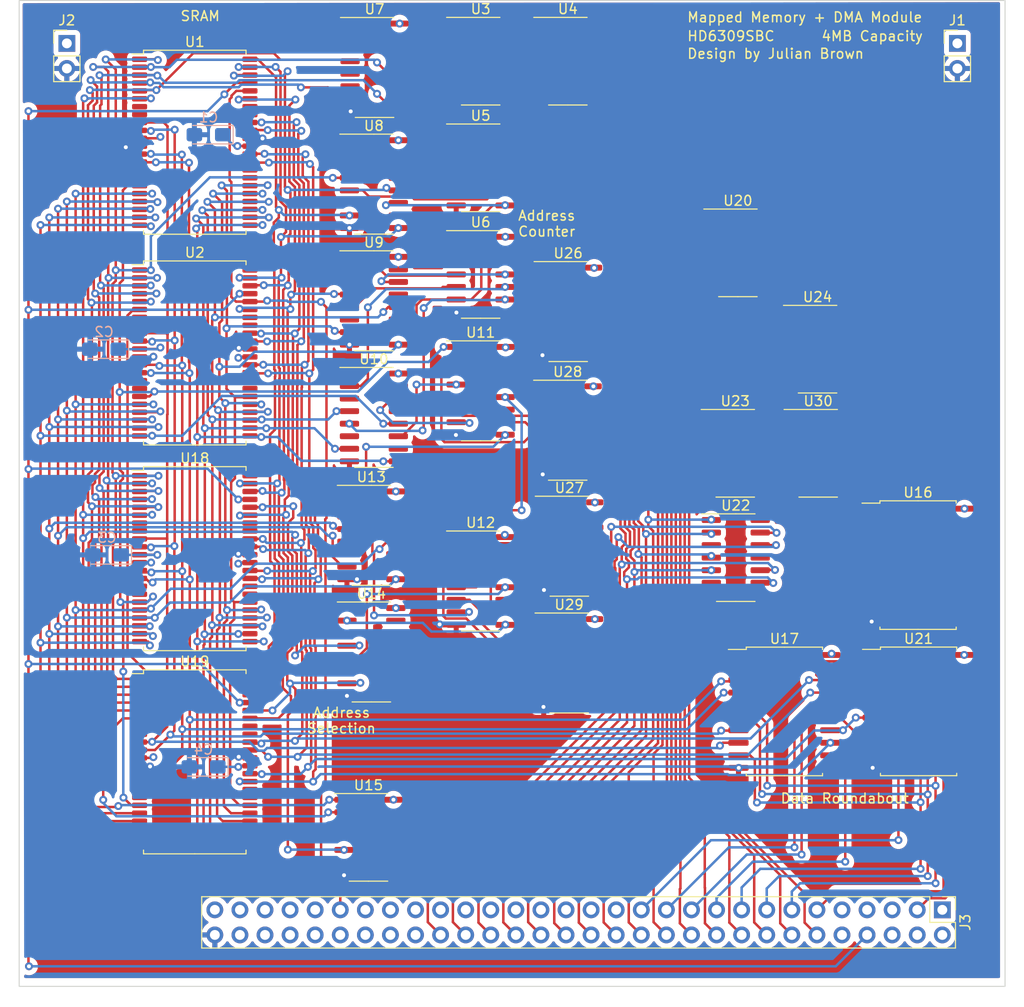
<source format=kicad_pcb>
(kicad_pcb (version 20221018) (generator pcbnew)
  (title_block (title "Mapped Memory Module with DMA") (date "2023-10-30") (rev "Rev 0.0"))
  (layers (0 "F.Cu" signal) (1 "In1.Cu" signal) (2 "In2.Cu" signal) (31 "B.Cu" signal) (34 "B.Paste" user) (35 "F.Paste" user) (36 "B.SilkS" user "B.Silkscreen") (37 "F.SilkS" user "F.Silkscreen") (38 "B.Mask" user) (39 "F.Mask" user) (44 "Edge.Cuts" user))
  (net 0 "")
  (net 1 "+5V")
  (net 2 "GND")
  (net 4 "Clock24")
  (net 5 "Clock3")
  (net 6 "Clock12")
  (net 7 "Clock6")
  (net 8 "~{E}")
  (net 9 "E")
  (net 10 "~{Q}")
  (net 11 "Q")
  (net 12 "D0")
  (net 13 "A0")
  (net 14 "D1")
  (net 15 "A1")
  (net 16 "D2")
  (net 17 "A2")
  (net 18 "D3")
  (net 19 "A3")
  (net 20 "D4")
  (net 21 "A4")
  (net 22 "D5")
  (net 23 "A5")
  (net 24 "D6")
  (net 25 "A6")
  (net 26 "D7")
  (net 27 "A7")
  (net 29 "A8")
  (net 30 "ROM{slash}~{RAM}")
  (net 31 "A9")
  (net 32 "Q1")
  (net 33 "A10")
  (net 34 "Q2")
  (net 35 "A11")
  (net 36 "Q3")
  (net 37 "A12")
  (net 38 "Q4")
  (net 39 "A13")
  (net 40 "Q5")
  (net 41 "A14")
  (net 42 "Q6")
  (net 43 "A15")
  (net 44 "Q7")
  (net 46 "Q8")
  (net 47 "~{RESET}")
  (net 48 "~{DMA}")
  (net 49 "~{NMI}")
  (net 50 "R{slash}~{W}")
  (net 51 "~{FIRQ}")
  (net 52 "~{HALT}")
  (net 53 "~{IRQ}")
  (net 55 "BA")
  (net 56 "MRDY")
  (net 57 "BS")
  (net 61 "DA4")
  (net 62 "DA3")
  (net 63 "DA2")
  (net 64 "DA1")
  (net 65 "DA0")
  (net 66 "DA20")
  (net 69 "DQ0")
  (net 70 "DQ1")
  (net 71 "DQ2")
  (net 72 "DQ3")
  (net 75 "DMR{slash}~{DMW}")
  (net 76 "DA19")
  (net 77 "DA18")
  (net 78 "DA17")
  (net 79 "DA16")
  (net 80 "DA15")
  (net 81 "DA14")
  (net 82 "DA13")
  (net 83 "DA12")
  (net 84 "DA11")
  (net 85 "DA10")
  (net 86 "DA9")
  (net 89 "DQ4")
  (net 90 "DQ5")
  (net 91 "DQ6")
  (net 92 "DQ7")
  (net 95 "DA8")
  (net 96 "~{R}{slash}W")
  (net 97 "DA7")
  (net 98 "DA6")
  (net 99 "DA5")
  (net 113 "DMA_RUN")
  (net 114 "~{DMA_RUN}")
  (net 121 "DMA_CLK")
  (net 131 "CR")
  (net 132 "AM0")
  (net 133 "AM1")
  (net 134 "AM2")
  (net 135 "AM6")
  (net 136 "AM5")
  (net 137 "AM4")
  (net 138 "AM3")
  (net 139 "AM7")
  (net 140 "AM8")
  (net 141 "AM9")
  (net 143 "AM13")
  (net 144 "AM12")
  (net 145 "AM11")
  (net 151 "AM10")
  (net 155 "AM14")
  (net 157 "AM15")
  (net 159 "PAA0")
  (net 160 "PBA0")
  (net 161 "PAA1")
  (net 162 "PBA1")
  (net 163 "AM16")
  (net 164 "PBA2")
  (net 165 "PAA2")
  (net 166 "AM17")
  (net 167 "PBA3")
  (net 168 "PAA3")
  (net 169 "PAA4")
  (net 170 "PBA4")
  (net 171 "AM18")
  (net 172 "PAA5")
  (net 173 "PBA5")
  (net 174 "AM19")
  (net 175 "AM20")
  (net 176 "PBA6")
  (net 177 "PAA6")
  (net 178 "AM21")
  (net 179 "PBA7")
  (net 180 "PAA7")
  (net 190 "DA21")
  (net 198 "~{DA21}")
  (net 207 "~{DA20}")
  (net 219 "A2+A5")
  (net 220 "Net-(U20-Pad6)")
  (net 224 "Net-(U20-Pad11)")
  (net 225 "mem_xFxx")
  (net 226 "mem_Fxxx")
  (net 227 "Net-(U23-Pad1)")
  (net 228 "A3+A4")
  (net 229 "A6+A7")
  (net 230 "Net-(U23-Pad13)")
  (net 231 "Net-(U24-Pad13)")
  (net 232 "REGISTERA")
  (net 243 "REGISTERB")
  (net 251 "Net-(U30-Pad13)")
  (footprint "Package_SO:SOIC-14_3.9x8.7mm_P1.27mm" (layer "F.Cu") (at 143.8798 61.1378)
    (fp_text reference "U5")
    (fp_text value "74LS393")
  )
  (footprint "Package_SO:SOIC-14_3.9x8.7mm_P1.27mm" (layer "F.Cu") (at 132.523 128.9304)
    (fp_text reference "U15")
    (fp_text value "74LS04")
  )
  (footprint "Package_SO:SOIC-16_3.9x9.9mm_P1.27mm" (layer "F.Cu") (at 132.8166 110.1598)
    (fp_text reference "U14")
    (fp_text value "74LS157")
  )
  (footprint "Package_SO:SOIC-16_3.9x9.9mm_P1.27mm" (layer "F.Cu") (at 132.8166 98.3488)
    (fp_text reference "U13")
    (fp_text value "74LS157")
  )
  (footprint "Package_SO:SO-14_3.9x8.65mm_P1.27mm" (layer "F.Cu") (at 169.6578 90.043)
    (fp_text reference "U23")
    (fp_text value "74HC02")
  )
  (footprint "Package_SO:TSOP-II-44_10.16x18.41mm_P0.8mm" (layer "F.Cu") (at 114.935 121.285)
    (fp_text reference "U19")
    (fp_text value "AS6C8008-55")
  )
  (footprint "Package_SO:TSOP-II-44_10.16x18.41mm_P0.8mm" (layer "F.Cu") (at 114.935 58.547)
    (fp_text reference "U1")
    (fp_text value "AS6C8008-55")
  )
  (footprint "Package_SO:SOIC-20W_7.5x12.8mm_P1.27mm" (layer "F.Cu") (at 188.1693 101.3653)
    (fp_text reference "U16")
    (fp_text value "74LS373")
  )
  (footprint "Package_SO:SOIC-16_3.9x9.9mm_P1.27mm" (layer "F.Cu") (at 143.8798 102.9716)
    (fp_text reference "U12")
    (fp_text value "74LS157")
  )
  (footprint "Package_SO:TSOP-II-44_10.16x18.41mm_P0.8mm" (layer "F.Cu") (at 114.935 79.883)
    (fp_text reference "U2")
    (fp_text value "AS6C8008-55")
  )
  (footprint "Package_SO:SOIC-14_3.9x8.7mm_P1.27mm" (layer "F.Cu") (at 152.7078 50.3428)
    (fp_text reference "U4")
    (fp_text value "74LS08")
  )
  (footprint "Package_SO:SOIC-20W_7.5x12.8mm_P1.27mm" (layer "F.Cu") (at 188.2219 116.1735)
    (fp_text reference "U21")
    (fp_text value "74LS373")
  )
  (footprint "Package_SO:SOIC-16_3.9x9.9mm_P1.27mm" (layer "F.Cu") (at 133.0736 74.5998)
    (fp_text reference "U9")
    (fp_text value "74LS157")
  )
  (footprint "Package_SO:SOIC-16_3.9x9.9mm_P1.27mm" (layer "F.Cu") (at 133.1356 50.9778)
    (fp_text reference "U7")
    (fp_text value "74LS157")
  )
  (footprint "Package_SO:SO-14_3.9x8.65mm_P1.27mm" (layer "F.Cu") (at 178.054 90.043)
    (fp_text reference "U30")
    (fp_text value "74HC21")
  )
  (footprint "Package_SO:SO-14_3.9x8.65mm_P1.27mm" (layer "F.Cu") (at 169.7116 100.6094)
    (fp_text reference "U22")
    (fp_text value "74HC21")
  )
  (footprint "Package_SO:SO-16_3.9x9.9mm_P1.27mm" (layer "F.Cu") (at 152.7426 75.692)
    (fp_text reference "U26")
    (fp_text value "74HC375")
  )
  (footprint "Package_SO:SOIC-16_3.9x9.9mm_P1.27mm" (layer "F.Cu") (at 133.0706 62.7888)
    (fp_text reference "U8")
    (fp_text value "74LS157")
  )
  (footprint "Package_SO:SOIC-20W_7.5x12.8mm_P1.27mm" (layer "F.Cu") (at 174.6359 116.1796)
    (fp_text reference "U17")
    (fp_text value "74LS373")
  )
  (footprint "Package_SO:TSOP-II-44_10.16x18.41mm_P0.8mm" (layer "F.Cu") (at 114.935 100.711)
    (fp_text reference "U18")
    (fp_text value "AS6C8008-55")
  )
  (footprint "Package_SO:SO-16_3.9x9.9mm_P1.27mm" (layer "F.Cu") (at 152.6952 87.7062)
    (fp_text reference "U28")
    (fp_text value "74HC375")
  )
  (footprint "Package_SO:SOIC-14_3.9x8.7mm_P1.27mm" (layer "F.Cu") (at 143.8828 50.3428)
    (fp_text reference "U3")
    (fp_text value "74LS74")
  )
  (footprint "Connector_PinHeader_2.54mm:PinHeader_1x02_P2.54mm_Vertical" (layer "F.Cu") (at 192.151 48.5378)
    (fp_text reference "J1")
    (fp_text value "Conn_01x02_Male")
  )
  (footprint "Package_SO:SO-14_3.9x8.65mm_P1.27mm" (layer "F.Cu") (at 169.926 69.7484)
    (fp_text reference "U20")
    (fp_text value "74HC08")
  )
  (footprint "Connector_PinHeader_2.54mm:PinHeader_1x02_P2.54mm_Vertical" (layer "F.Cu") (at 101.981 48.5378)
    (fp_text reference "J2")
    (fp_text value "Conn_01x02_Male")
  )
  (footprint "Package_SO:SO-16_3.9x9.9mm_P1.27mm" (layer "F.Cu") (at 152.8414 111.2774)
    (fp_text reference "U29")
    (fp_text value "74HC375")
  )
  (footprint "Package_SO:SOIC-14_3.9x8.7mm_P1.27mm" (layer "F.Cu") (at 143.8798 71.9328)
    (fp_text reference "U6")
    (fp_text value "74LS393")
  )
  (footprint "Connector_PinHeader_2.54mm:PinHeader_2x30_P2.54mm_Vertical" (layer "F.Cu") (at 190.627 136.2694 -90)
    (fp_text reference "J3")
    (fp_text value "Conn_02x30_Odd_Even")
  )
  (footprint "Package_SO:SO-16_3.9x9.9mm_P1.27mm" (layer "F.Cu") (at 152.8616 99.4506)
    (fp_text reference "U27")
    (fp_text value "74HC375")
  )
  (footprint "Package_SO:SOIC-16_3.9x9.9mm_P1.27mm" (layer "F.Cu") (at 133.0706 86.4108)
    (fp_text reference "U10")
    (fp_text value "74LS157")
  )
  (footprint "Package_SO:SOIC-16_3.9x9.9mm_P1.27mm" (layer "F.Cu") (at 143.8798 83.7184)
    (fp_text reference "U11")
    (fp_text value "74LS157")
  )
  (footprint "Package_SO:SO-14_3.9x8.65mm_P1.27mm" (layer "F.Cu") (at 177.992 79.502)
    (fp_text reference "U24")
    (fp_text value "74HC21")
  )
  (footprint "Capacitor_Tantalum_SMD:CP_EIA-3216-18_Kemet-A_Pad1.58x1.35mm_HandSolder" (layer "B.Cu") (at 105.7505 79.502 180)
    (fp_text reference "C2")
    (fp_text value "1uF")
  )
  (footprint "Capacitor_Tantalum_SMD:CP_EIA-3216-18_Kemet-A_Pad1.58x1.35mm_HandSolder" (layer "B.Cu") (at 116.332 57.785 180)
    (fp_text reference "C1")
    (fp_text value "1uF")
  )
  (footprint "Capacitor_Tantalum_SMD:CP_EIA-3216-18_Kemet-A_Pad1.58x1.35mm_HandSolder" (layer "B.Cu") (at 115.824 121.793 180)
    (fp_text reference "C4")
    (fp_text value "1uF")
  )
  (footprint "Capacitor_Tantalum_SMD:CP_EIA-3216-18_Kemet-A_Pad1.58x1.35mm_HandSolder" (layer "B.Cu") (at 106.045 100.33 180)
    (fp_text reference "C3")
    (fp_text value "1uF")
  )
  (gr_rect locked (start 97.155 44.196) (end 196.977 144.018) (stroke (width 0.1)) (fill none) (layer "Edge.Cuts"))
  (gr_text "4MB Capacity" (at 178.308 48.387) (layer "F.SilkS") (effects (font (size 1 1)) (justify left bottom)))
  (gr_text "Design by Julian Brown" (at 164.719 50.165) (layer "F.SilkS") (effects (font (size 1 1)) (justify left bottom)))
  (gr_text "SRAM" (at 113.411 46.355) (layer "F.SilkS") (effects (font (size 1 1)) (justify left bottom)))
  (gr_text "Mapped Memory + DMA Module" (at 164.719 46.482) (layer "F.SilkS") (effects (font (size 1 1)) (justify left bottom)))
  (gr_text "Address\nSelection" (at 129.794 118.491) (layer "F.SilkS") (effects (font (size 1 1)) (justify bottom)))
  (gr_text "Address\nCounter" (at 150.5712 68.1736) (layer "F.SilkS") (effects (font (size 1 1)) (justify bottom)))
  (gr_text "HD6309SBC" (at 164.719 48.387) (layer "F.SilkS") (effects (font (size 1 1)) (justify left bottom)))
  (gr_text "Data Roundabout" (at 174.1739 125.5715) (layer "F.SilkS") (effects (font (size 1 1)) (justify left bottom)))
  (segment (start 119.3425 121.793) (end 119.4505 121.685) (width 0.25) (layer "F.Cu") (net 1))
  (segment (start 119.4505 101.111) (end 120.5225 101.111) (width 0.25) (layer "F.Cu") (net 1))
  (segment (start 119.3425 101.219) (end 119.4505 101.111) (width 0.25) (layer "F.Cu") (net 1))
  (segment (start 120.5035 58.928) (end 120.5225 58.947) (width 0.25) (layer "F.Cu") (net 1))
  (segment (start 119.4505 121.685) (end 120.5225 121.685) (width 0.25) (layer "F.Cu") (net 1))
  (segment (start 119.253 58.928) (end 120.5035 58.928) (width 0.25) (layer "F.Cu") (net 1))
  (segment (start 111.451255 58.0015) (end 111.305755 58.147) (width 0.25) (layer "F.Cu") (net 1))
  (segment (start 111.12659 100.311) (end 109.3475 100.311) (width 0.25) (layer "F.Cu") (net 1))
  (segment (start 110.6685 120.885) (end 109.3475 120.885) (width 0.25) (layer "F.Cu") (net 1))
  (segment (start 111.305755 58.147) (end 109.3475 58.147) (width 0.25) (layer "F.Cu") (net 1))
  (segment (start 119.351061 80.373558) (end 119.441619 80.283) (width 0.25) (layer "F.Cu") (net 1))
  (segment (start 110.744 120.8095) (end 110.6685 120.885) (width 0.25) (layer "F.Cu") (net 1))
  (segment (start 111.451255 79.3375) (end 111.305755 79.483) (width 0.25) (layer "F.Cu") (net 1))
  (segment (start 119.441619 80.283) (end 120.5225 80.283) (width 0.25) (layer "F.Cu") (net 1))
  (segment (start 111.305755 79.483) (end 109.3475 79.483) (width 0.25) (layer "F.Cu") (net 1))
  (segment (start 111.141464 100.325874) (end 111.12659 100.311) (width 0.25) (layer "F.Cu") (net 1))
  (via (at 135.5486 58.3438) (size 0.8) (drill 0.4) (layers "F.Cu" "B.Cu") (net 1))
  (via (at 155.448 106.8324) (size 0.8) (drill 0.4) (layers "F.Cu" "B.Cu") (net 1))
  (via (at 135.2946 105.7148) (size 0.8) (drill 0.4) (layers "F.Cu" "B.Cu") (net 1))
  (via (at 111.451255 58.0015) (size 0.8) (drill 0.4) (layers "F.Cu" "B.Cu") (net 1))
  (via (at 155.3718 71.2724) (size 0.8) (drill 0.4) (layers "F.Cu" "B.Cu") (net 1))
  (via (at 155.448 95.0214) (size 0.8) (drill 0.4) (layers "F.Cu" "B.Cu") (net 1))
  (via (at 179.4129 110.3376) (size 0.8) (drill 0.4) (layers "F.Cu" "B.Cu") (net 1))
  (via (at 135.5486 81.9658) (size 0.8) (drill 0.4) (layers "F.Cu" "B.Cu") (net 1))
  (via (at 135.6756 46.5328) (size 0.8) (drill 0.4) (layers "F.Cu" "B.Cu") (net 1))
  (via (at 110.744 120.8095) (size 0.8) (drill 0.4) (layers "F.Cu" "B.Cu") (net 1))
  (via (at 119.351061 80.373558) (size 0.8) (drill 0.4) (layers "F.Cu" "B.Cu") (net 1))
  (via (at 111.451255 79.3375) (size 0.8) (drill 0.4) (layers "F.Cu" "B.Cu") (net 1))
  (via (at 192.8683 95.6503) (size 0.8) (drill 0.4) (layers "F.Cu" "B.Cu") (net 1))
  (via (at 119.3425 101.219) (size 0.8) (drill 0.4) (layers "F.Cu" "B.Cu") (net 1))
  (via (at 192.8429 110.4585) (size 0.8) (drill 0.4) (layers "F.Cu" "B.Cu") (net 1))
  (via (at 111.141464 100.325874) (size 0.8) (drill 0.4) (layers "F.Cu" "B.Cu") (net 1))
  (via (at 155.2956 83.2612) (size 0.8) (drill 0.4) (layers "F.Cu" "B.Cu") (net 1))
  (via (at 119.253 58.928) (size 0.8) (drill 0.4) (layers "F.Cu" "B.Cu") (net 1))
  (via (at 135.5486 70.1548) (size 0.8) (drill 0.4) (layers "F.Cu" "B.Cu") (net 1))
  (via (at 119.3425 121.793) (size 0.8) (drill 0.4) (layers "F.Cu" "B.Cu") (net 1))
  (via (at 135.2946 93.9038) (size 0.8) (drill 0.4) (layers "F.Cu" "B.Cu") (net 1))
  (via (at 146.3294 98.298) (size 0.8) (drill 0.4) (layers "F.Cu" "B.Cu") (net 1))
  (via (at 146.3802 68.1228) (size 0.8) (drill 0.4) (layers "F.Cu" "B.Cu") (net 1))
  (via (at 146.4056 79.3242) (size 0.8) (drill 0.4) (layers "F.Cu" "B.Cu") (net 1))
  (via (at 135.0518 125.1204) (size 0.8) (drill 0.4) (layers "F.Cu" "B.Cu") (net 1))
  (segment (start 111.137338 100.33) (end 107.4825 100.33) (width 0.25) (layer "B.Cu") (net 1))
  (segment (start 111.451255 79.3375) (end 111.286755 79.502) (width 0.25) (layer "B.Cu") (net 1))
  (segment (start 119.3425 121.793) (end 117.2615 121.793) (width 0.25) (layer "B.Cu") (net 1))
  (segment (start 118.9125 58.928) (end 117.7695 57.785) (width 0.25) (layer "B.Cu") (net 1))
  (segment (start 119.253 58.928) (end 118.9125 58.928) (width 0.25) (layer "B.Cu") (net 1))
  (segment (start 111.141464 100.325874) (end 111.137338 100.33) (width 0.25) (layer "B.Cu") (net 1))
  (segment (start 111.286755 79.502) (end 107.188 79.502) (width 0.25) (layer "B.Cu") (net 1))
  (segment (start 110.725 80.283) (end 110.744 80.264) (width 0.25) (layer "F.Cu") (net 2))
  (segment (start 121.793 58.166) (end 120.5415 58.166) (width 0.25) (layer "F.Cu") (net 2))
  (segment (start 109.3475 80.283) (end 110.725 80.283) (width 0.25) (layer "F.Cu") (net 2))
  (segment (start 120.5225 79.483) (end 119.5025 79.483) (width 0.25) (layer "F.Cu") (net 2))
  (segment (start 110.341387 121.685) (end 110.406786 121.750399) (width 0.25) (layer "F.Cu") (net 2))
  (segment (start 141.4048 107.4166) (end 139.7762 107.4166) (width 0.25) (layer "F.Cu") (net 2))
  (segment (start 108.058 58.947) (end 107.95 59.055) (width 0.25) (layer "F.Cu") (net 2))
  (segment (start 119.5025 79.483) (end 119.3945 79.375) (width 0.25) (layer "F.Cu") (net 2))
  (segment (start 139.7762 107.4166) (end 139.7254 107.3658) (width 0.25) (layer "F.Cu") (net 2))
  (segment (start 119.488 120.885) (end 119.38 120.777) (width 0.25) (layer "F.Cu") (net 2))
  (segment (start 110.515244 101.104883) (end 110.509127 101.111) (width 0.25) (layer "F.Cu") (net 2))
  (segment (start 109.3475 121.685) (end 110.341387 121.685) (width 0.25) (layer "F.Cu") (net 2))
  (segment (start 120.5415 58.166) (end 120.5225 58.147) (width 0.25) (layer "F.Cu") (net 2))
  (segment (start 119.3425 100.219497) (end 119.434003 100.311) (width 0.25) (layer "F.Cu") (net 2))
  (segment (start 120.5225 120.885) (end 119.488 120.885) (width 0.25) (layer "F.Cu") (net 2))
  (segment (start 110.509127 101.111) (end 109.3475 101.111) (width 0.25) (layer "F.Cu") (net 2))
  (segment (start 109.3475 58.947) (end 108.058 58.947) (width 0.25) (layer "F.Cu") (net 2))
  (segment (start 119.434003 100.311) (end 120.5225 100.311) (width 0.25) (layer "F.Cu") (net 2))
  (via (at 150.241 115.7224) (size 0.8) (drill 0.4) (layers "F.Cu" "B.Cu") (net 2))
  (via (at 131.3576 102.7938) (size 0.8) (drill 0.4) (layers "F.Cu" "B.Cu") (net 2))
  (via (at 119.3425 100.219497) (size 0.8) (drill 0.4) (layers "F.Cu" "B.Cu") (net 2))
  (via (at 130.7226 55.4228) (size 0.8) (drill 0.4) (layers "F.Cu" "B.Cu") (net 2))
  (via (at 183.4703 107.0803) (size 0.8) (drill 0.4) (layers "F.Cu" "B.Cu") (net 2))
  (via (at 139.7254 107.3658) (size 0.8) (drill 0.4) (layers "F.Cu" "B.Cu") (net 2))
  (via (at 141.3764 88.1888) (size 0.8) (drill 0.4) (layers "F.Cu" "B.Cu") (net 2))
  (via (at 130.5956 67.2338) (size 0.8) (drill 0.4) (layers "F.Cu" "B.Cu") (net 2))
  (via (at 110.406786 121.750399) (size 0.8) (drill 0.4) (layers "F.Cu" "B.Cu") (net 2))
  (via (at 130.048 132.7658) (size 0.8) (drill 0.4) (layers "F.Cu" "B.Cu") (net 2))
  (via (at 141.4272 75.7936) (size 0.8) (drill 0.4) (layers "F.Cu" "B.Cu") (net 2))
  (via (at 119.3945 79.375) (size 0.8) (drill 0.4) (layers "F.Cu" "B.Cu") (net 2))
  (via (at 110.744 80.264) (size 0.8) (drill 0.4) (layers "F.Cu" "B.Cu") (net 2))
  (via (at 170.0149 121.8946) (size 0.8) (drill 0.4) (layers "F.Cu" "B.Cu") (net 2))
  (via (at 130.5956 79.0448) (size 0.8) (drill 0.4) (layers "F.Cu" "B.Cu") (net 2))
  (via (at 183.5719 121.8885) (size 0.8) (drill 0.4) (layers "F.Cu" "B.Cu") (net 2))
  (via (at 107.95 59.055) (size 0.8) (drill 0.4) (layers "F.Cu" "B.Cu") (net 2))
  (via (at 150.2918 103.886) (size 0.8) (drill 0.4) (layers "F.Cu" "B.Cu") (net 2))
  (via (at 110.515244 101.104883) (size 0.8) (drill 0.4) (layers "F.Cu" "B.Cu") (net 2))
  (via (at 119.38 120.777) (size 0.8) (drill 0.4) (layers "F.Cu" "B.Cu") (net 2))
  (via (at 121.793 58.166) (size 0.8) (drill 0.4) (layers "F.Cu" "B.Cu") (net 2))
  (via (at 150.1394 80.1116) (size 0.8) (drill 0.4) (layers "F.Cu" "B.Cu") (net 2))
  (via (at 150.1648 92.1766) (size 0.8) (drill 0.4) (layers "F.Cu" "B.Cu") (net 2))
  (via (at 130.3416 114.6048) (size 0.8) (drill 0.4) (layers "F.Cu" "B.Cu") (net 2))
  (segment (start 189.262 135.0944) (end 190.9146 135.0944) (width 0.25) (layer "F.Cu") (net 4))
  (segment (start 188.087 136.2694) (end 189.262 135.0944) (width 0.25) (layer "F.Cu") (net 4))
  (segment (start 190.9146 135.0944) (end 191.5668 134.4422) (width 0.25) (layer "F.Cu") (net 4))
  (segment (start 98.0948 141.9352) (end 98.1456 141.986) (width 0.25) (layer "F.Cu") (net 9))
  (segment (start 120.5225 115.285) (end 119.4872 115.285) (width 0.25) (layer "F.Cu") (net 9))
  (segment (start 119.474229 73.883) (end 119.468629 73.8886) (width 0.25) (layer "F.Cu") (net 9))
  (segment (start 98.0948 55.3974) (end 98.0948 75.5142) (width 0.25) (layer "F.Cu") (net 9))
  (segment (start 120.5225 73.883) (end 119.474229 73.883) (width 0.25) (layer "F.Cu") (net 9))
  (segment (start 119.084209 52.547) (end 120.5225 52.547) (width 0.25) (layer "F.Cu") (net 9))
  (segment (start 120.5225 94.711) (end 119.3481 94.711) (width 0.25) (layer "F.Cu") (net 9))
  (segment (start 119.4872 115.285) (end 119.4816 115.2906) (width 0.25) (layer "F.Cu") (net 9))
  (segment (start 117.9322 53.699009) (end 119.084209 52.547) (width 0.25) (layer "F.Cu") (net 9))
  (segment (start 98.0948 75.5142) (end 98.0948 111.379) (width 0.25) (layer "F.Cu") (net 9))
  (segment (start 98.0948 111.379) (end 98.0948 141.9352) (width 0.25) (layer "F.Cu") (net 9))
  (segment (start 119.3481 94.711) (end 119.3425 94.7166) (width 0.25) (layer "F.Cu") (net 9))
  (via (at 98.0948 111.379) (size 0.8) (drill 0.4) (layers "F.Cu" "B.Cu") (net 9))
  (via (at 117.9322 53.699009) (size 0.8) (drill 0.4) (layers "F.Cu" "B.Cu") (net 9))
  (via (at 119.468629 73.8886) (size 0.8) (drill 0.4) (layers "F.Cu" "B.Cu") (net 9))
  (via (at 119.3425 94.7166) (size 0.8) (drill 0.4) (layers "F.Cu" "B.Cu") (net 9))
  (via (at 98.1456 141.986) (size 0.8) (drill 0.4) (layers "F.Cu" "B.Cu") (net 9))
  (via (at 119.4816 115.2906) (size 0.8) (drill 0.4) (layers "F.Cu" "B.Cu") (net 9))
  (via (at 98.0948 91.6432) (size 0.8) (drill 0.4) (layers "F.Cu" "B.Cu") (net 9))
  (via (at 98.0948 55.3974) (size 0.8) (drill 0.4) (layers "F.Cu" "B.Cu") (net 9))
  (via (at 98.0948 75.5142) (size 0.8) (drill 0.4) (layers "F.Cu" "B.Cu") (net 9))
  (segment (start 179.8304 141.986) (end 183.007 138.8094) (width 0.25) (layer "B.Cu") (net 9))
  (segment (start 117.845609 75.51162) (end 98.09738 75.51162) (width 0.25) (layer "B.Cu") (net 9))
  (segment (start 116.233809 55.3974) (end 98.0948 55.3974) (width 0.25) (layer "B.Cu") (net 9))
  (segment (start 119.468629 73.8886) (end 117.845609 75.51162) (width 0.25) (layer "B.Cu") (net 9))
  (segment (start 117.9322 53.699009) (end 116.233809 55.3974) (width 0.25) (layer "B.Cu") (net 9))
  (segment (start 116.223073 91.597173) (end 98.140827 91.597173) (width 0.25) (layer "B.Cu") (net 9))
  (segment (start 98.1456 141.986) (end 179.8304 141.986) (width 0.25) (layer "B.Cu") (net 9))
  (segment (start 119.3425 94.7166) (end 116.223073 91.597173) (width 0.25) (layer "B.Cu") (net 9))
  (segment (start 115.57 111.379) (end 98.0948 111.379) (width 0.25) (layer "B.Cu") (net 9))
  (segment (start 119.4816 115.2906) (end 115.57 111.379) (width 0.25) (layer "B.Cu") (net 9))
  (segment (start 98.140827 91.597173) (end 98.0948 91.6432) (width 0.25) (layer "B.Cu") (net 9))
  (segment (start 98.09738 75.51162) (end 98.0948 75.5142) (width 0.25) (layer "B.Cu") (net 9))
  (segment (start 190.754 134.3914) (end 179.805 134.3914) (width 0.25) (layer "F.Cu") (net 12))
  (segment (start 190.754 134.3914) (end 190.754 119.976202) (width 0.25) (layer "F.Cu") (net 12))
  (segment (start 173.612556 114.062256) (end 171.2849 111.7346) (width 0.25) (layer "F.Cu") (net 12))
  (segment (start 191.381702 119.3485) (end 192.8719 119.3485) (width 0.25) (layer "F.Cu") (net 12))
  (segment (start 190.754 119.976202) (end 191.381702 119.3485) (width 0.25) (layer "F.Cu") (net 12))
  (segment (start 179.805 134.3914) (end 177.927 136.2694) (width 0.25) (layer "F.Cu") (net 12))
  (segment (start 171.2849 111.7346) (end 169.9859 111.7346) (width 0.25) (layer "F.Cu") (net 12))
  (segment (start 177.927 138.8094) (end 176.6824 137.5648) (width 0.25) (layer "F.Cu") (net 13))
  (segment (start 176.6824 134.58762) (end 164.9912 122.89642) (width 0.25) (layer "F.Cu") (net 13))
  (segment (start 164.9912 49.599) (end 164.2618 48.8696) (width 0.25) (layer "F.Cu") (net 13))
  (segment (start 176.6824 137.5648) (end 176.6824 134.58762) (width 0.25) (layer "F.Cu") (net 13))
  (segment (start 164.9912 122.89642) (end 164.9912 49.599) (width 0.25) (layer "F.Cu") (net 13))
  (segment (start 191.316108 118.0785) (end 192.8719 118.0785) (width 0.25) (layer "F.Cu") (net 14))
  (segment (start 189.9412 133.5786) (end 189.9412 123.698) (width 0.25) (layer "F.Cu") (net 14))
  (segment (start 189.9412 123.698) (end 189.9412 119.4562) (width 0.25) (layer "F.Cu") (net 14))
  (segment (start 171.0309 115.5446) (end 172.888056 117.401756) (width 0.25) (layer "F.Cu") (net 14))
  (segment (start 172.888056 117.401756) (end 172.888056 123.688256) (width 0.25) (layer "F.Cu") (net 14))
  (segment (start 189.939804 119.454804) (end 191.316108 118.0785) (width 0.25) (layer "F.Cu") (net 14))
  (segment (start 172.888056 123.688256) (end 172.8978 123.698) (width 0.25) (layer "F.Cu") (net 14))
  (segment (start 169.9859 115.5446) (end 171.0309 115.5446) (width 0.25) (layer "F.Cu") (net 14))
  (segment (start 189.9412 119.4562) (end 189.939804 119.454804) (width 0.25) (layer "F.Cu") (net 14))
  (via (at 172.8978 123.698) (size 0.8) (drill 0.4) (layers "F.Cu" "B.Cu") (net 14))
  (via (at 189.9412 123.698) (size 0.8) (drill 0.4) (layers "F.Cu" "B.Cu") (net 14))
  (via (at 189.9412 133.5786) (size 0.8) (drill 0.4) (layers "F.Cu" "B.Cu") (net 14))
  (segment (start 176.2252 133.5786) (end 189.9412 133.5786) (width 0.25) (layer "B.Cu") (net 14))
  (segment (start 175.387 134.4168) (end 176.2252 133.5786) (width 0.25) (layer "B.Cu") (net 14))
  (segment (start 175.387 136.2694) (end 175.387 134.4168) (width 0.25) (layer "B.Cu") (net 14))
  (segment (start 172.8978 123.698) (end 189.9412 123.698) (width 0.25) (layer "B.Cu") (net 14))
  (segment (start 175.387 138.8094) (end 174.212 137.6344) (width 0.25) (layer "F.Cu") (net 15))
  (segment (start 174.212 132.753616) (end 164.5412 123.082816) (width 0.25) (layer "F.Cu") (net 15))
  (segment (start 164.5412 55.293396) (end 163.7648 54.516996) (width 0.25) (layer "F.Cu") (net 15))
  (segment (start 164.5412 123.082816) (end 164.5412 55.293396) (width 0.25) (layer "F.Cu") (net 15))
  (segment (start 163.7648 54.516996) (end 163.7648 54.3814) (width 0.25) (layer "F.Cu") (net 15))
  (segment (start 174.212 137.6344) (end 174.212 132.753616) (width 0.25) (layer "F.Cu") (net 15))
  (segment (start 191.4459 114.2685) (end 192.8719 114.2685) (width 0.25) (layer "F.Cu") (net 16))
  (segment (start 189.1538 116.5606) (end 191.4459 114.2685) (width 0.25) (layer "F.Cu") (net 16))
  (segment (start 189.14897 132.8541) (end 189.14897 124.587) (width 0.25) (layer "F.Cu") (net 16))
  (segment (start 171.1579 116.8146) (end 169.9859 116.8146) (width 0.25) (layer "F.Cu") (net 16))
  (segment (start 189.14897 124.587) (end 189.14897 116.56543) (width 0.25) (layer "F.Cu") (net 16))
  (segment (start 172.163556 117.820256) (end 172.163556 124.341067) (width 0.25) (layer "F.Cu") (net 16))
  (segment (start 172.163556 117.820256) (end 171.1579 116.8146) (width 0.25) (layer "F.Cu") (net 16))
  (segment (start 172.163556 124.341067) (end 172.368065 124.545576) (width 0.25) (layer "F.Cu") (net 16))
  (via (at 189.14897 132.8541) (size 0.8) (drill 0.4) (layers "F.Cu" "B.Cu") (net 16))
  (via (at 172.368065 124.545576) (size 0.8) (drill 0.4) (layers "F.Cu" "B.Cu") (net 16))
  (via (at 189.14897 124.587) (size 0.8) (drill 0.4) (layers "F.Cu" "B.Cu") (net 16))
  (segment (start 172.847 134.112) (end 172.847 136.2694) (width 0.25) (layer "B.Cu") (net 16))
  (segment (start 172.847 134.112) (end 174.1049 132.8541) (width 0.25) (layer "B.Cu") (net 16))
  (segment (start 172.368065 124.545576) (end 189.107546 124.545576) (width 0.25) (layer "B.Cu") (net 16))
  (segment (start 174.1049 132.8541) (end 189.14897 132.8541) (width 0.25) (layer "B.Cu") (net 16))
  (segment (start 189.107546 124.545576) (end 189.14897 124.587) (width 0.25) (layer "B.Cu") (net 16))
  (segment (start 171.577 130.755012) (end 164.0912 123.269212) (width 0.25) (layer "F.Cu") (net 17))
  (segment (start 172.847 138.8094) (end 171.577 137.5394) (width 0.25) (layer "F.Cu") (net 17))
  (segment (start 164.0912 123.269212) (end 164.0912 55.479792) (width 0.25) (layer "F.Cu") (net 17))
  (segment (start 171.577 137.5394) (end 171.577 130.755012) (width 0.25) (layer "F.Cu") (net 17))
  (segment (start 164.0912 55.479792) (end 163.3148 54.703392) (width 0.25) (layer "F.Cu") (net 17))
  (segment (start 163.3148 54.703392) (end 163.3148 54.3306) (width 0.25) (layer "F.Cu") (net 17))
  (segment (start 171.4119 120.8786) (end 171.643065 121.109765) (width 0.25) (layer "F.Cu") (net 18))
  (segment (start 171.643065 121.109765) (end 171.643065 125.189926) (width 0.25) (layer "F.Cu") (net 18))
  (segment (start 171.643065 125.189926) (end 171.858669 125.40553) (width 0.25) (layer "F.Cu") (net 18))
  (segment (start 171.4119 120.8786) (end 171.1579 120.6246) (width 0.25) (layer "F.Cu") (net 18))
  (segment (start 191.4967 112.9985) (end 192.8719 112.9985) (width 0.25) (layer "F.Cu") (net 18))
  (segment (start 188.42447 132.119415) (end 188.42447 125.3744) (width 0.25) (layer "F.Cu") (net 18))
  (segment (start 188.42447 125.3744) (end 188.42447 116.07073) (width 0.25) (layer "F.Cu") (net 18))
  (segment (start 188.42447 116.07073) (end 191.4967 112.9985) (width 0.25) (layer "F.Cu") (net 18))
  (segment (start 171.1579 120.6246) (end 169.9859 120.6246) (width 0.25) (layer "F.Cu") (net 18))
  (via (at 171.858669 125.40553) (size 0.8) (drill 0.4) (layers "F.Cu" "B.Cu") (net 18))
  (via (at 188.42447 132.119415) (size 0.8) (drill 0.4) (layers "F.Cu" "B.Cu") (net 18))
  (via (at 188.42447 125.3744) (size 0.8) (drill 0.4) (layers "F.Cu" "B.Cu") (net 18))
  (segment (start 170.307 134.0104) (end 170.307 136.2694) (width 0.25) (layer "B.Cu") (net 18))
  (segment (start 171.858669 125.40553) (end 188.39334 125.40553) (width 0.25) (layer "B.Cu") (net 18))
  (segment (start 172.197985 132.119415) (end 188.42447 132.119415) (width 0.25) (layer "B.Cu") (net 18))
  (segment (start 170.307 134.0104) (end 172.197985 132.119415) (width 0.25) (layer "B.Cu") (net 18))
  (segment (start 188.39334 125.40553) (end 188.42447 125.3744) (width 0.25) (layer "B.Cu") (net 18))
  (segment (start 169.0624 128.876808) (end 163.6412 123.455608) (width 0.25) (layer "F.Cu") (net 19))
  (segment (start 163.6412 55.666188) (end 162.8648 54.889788) (width 0.25) (layer "F.Cu") (net 19))
  (segment (start 162.8648 54.889788) (end 162.8648 50.3682) (width 0.25) (layer "F.Cu") (net 19))
  (segment (start 163.6412 123.455608) (end 163.6412 55.666188) (width 0.25) (layer "F.Cu") (net 19))
  (segment (start 169.0624 137.5648) (end 169.0624 128.876808) (width 0.25) (layer "F.Cu") (net 19))
  (segment (start 170.307 138.8094) (end 169.0624 137.5648) (width 0.25) (layer "F.Cu") (net 19))
  (segment (start 180.7972 120.8786) (end 180.5432 120.6246) (width 0.25) (layer "F.Cu") (net 20))
  (segment (start 180.7972 131.394915) (end 180.7972 120.8786) (width 0.25) (layer "F.Cu") (net 20))
  (segment (start 179.2859 120.6246) (end 180.5432 120.6246) (width 0.25) (layer "F.Cu") (net 20))
  (segment (start 181.8193 119.3485) (end 183.5719 119.3485) (width 0.25) (layer "F.Cu") (net 20))
  (segment (start 180.5432 120.6246) (end 181.8193 119.3485) (width 0.25) (layer "F.Cu") (net 20))
  (via (at 180.7972 131.394915) (size 0.8) (drill 0.4) (layers "F.Cu" "B.Cu") (net 20))
  (segment (start 171.439404 131.394915) (end 180.7972 131.394915) (width 0.25) (layer "B.Cu") (net 20))
  (segment (start 167.767 135.067319) (end 171.439404 131.394915) (width 0.25) (layer "B.Cu") (net 20))
  (segment (start 167.767 136.2694) (end 167.767 135.067319) (width 0.25) (layer "B.Cu") (net 20))
  (segment (start 163.1912 66.875008) (end 162.2192 65.903008) (width 0.25) (layer "F.Cu") (net 21))
  (segment (start 166.5732 127.024004) (end 163.1912 123.642004) (width 0.25) (layer "F.Cu") (net 21))
  (segment (start 166.592 134.0292) (end 166.5732 134.0104) (width 0.25) (layer "F.Cu") (net 21))
  (segment (start 167.767 138.8094) (end 166.592 137.6344) (width 0.25) (layer "F.Cu") (net 21))
  (segment (start 162.2192 65.903008) (end 162.2192 61.758) (width 0.25) (layer "F.Cu") (net 21))
  (segment (start 166.592 137.6344) (end 166.592 134.0292) (width 0.25) (layer "F.Cu") (net 21))
  (segment (start 163.1912 123.642004) (end 163.1912 66.875008) (width 0.25) (layer "F.Cu") (net 21))
  (segment (start 166.5732 134.0104) (end 166.5732 127.024004) (width 0.25) (layer "F.Cu") (net 21))
  (segment (start 176.3776 130.670415) (end 176.3776 117.5766) (width 0.25) (layer "F.Cu") (net 22))
  (segment (start 177.1396 116.8146) (end 179.2859 116.8146) (width 0.25) (layer "F.Cu") (net 22))
  (segment (start 181.587805 118.0785) (end 180.323905 116.8146) (width 0.25) (layer "F.Cu") (net 22))
  (segment (start 180.323905 116.8146) (end 179.2859 116.8146) (width 0.25) (layer "F.Cu") (net 22))
  (segment (start 176.3776 117.5766) (end 177.1396 116.8146) (width 0.25) (layer "F.Cu") (net 22))
  (segment (start 183.5719 118.0785) (end 181.587805 118.0785) (width 0.25) (layer "F.Cu") (net 22))
  (via (at 176.3776 130.670415) (size 0.8) (drill 0.4) (layers "F.Cu" "B.Cu") (net 22))
  (segment (start 165.227 136.2694) (end 170.825985 130.670415) (width 0.25) (layer "B.Cu") (net 22))
  (segment (start 170.825985 130.670415) (end 176.3776 130.670415) (width 0.25) (layer "B.Cu") (net 22))
  (segment (start 165.227 138.8094) (end 164.052 137.6344) (width 0.25) (layer "F.Cu") (net 23))
  (segment (start 161.7692 66.089404) (end 161.7692 53.1148) (width 0.25) (layer "F.Cu") (net 23))
  (segment (start 162.7412 67.061404) (end 161.7692 66.089404) (width 0.25) (layer "F.Cu") (net 23))
  (segment (start 162.7412 123.8284) (end 162.7412 67.061404) (width 0.25) (layer "F.Cu") (net 23))
  (segment (start 161.7692 53.1148) (end 161.8234 53.0606) (width 0.25) (layer "F.Cu") (net 23))
  (segment (start 164.1094 134.112) (end 164.1094 125.1966) (width 0.25) (layer "F.Cu") (net 23))
  (segment (start 164.1094 125.1966) (end 162.7412 123.8284) (width 0.25) (layer "F.Cu") (net 23))
  (segment (start 164.052 134.1694) (end 164.1094 134.112) (width 0.25) (layer "F.Cu") (net 23))
  (segment (start 164.052 137.6344) (end 164.052 134.1694) (width 0.25) (layer "F.Cu") (net 23))
  (segment (start 179.2859 115.5446) (end 180.811296 115.5446) (width 0.25) (layer "F.Cu") (net 24))
  (segment (start 182.087396 114.2685) (end 183.5719 114.2685) (width 0.25) (layer "F.Cu") (net 24))
  (segment (start 177.1396 115.5446) (end 179.2859 115.5446) (width 0.25) (layer "F.Cu") (net 24))
  (segment (start 175.6531 117.0311) (end 177.1396 115.5446) (width 0.25) (layer "F.Cu") (net 24))
  (segment (start 180.811296 115.5446) (end 182.087396 114.2685) (width 0.25) (layer "F.Cu") (net 24))
  (segment (start 175.6531 129.94454) (end 175.6531 117.0311) (width 0.25) (layer "F.Cu") (net 24))
  (via (at 175.6531 129.94454) (size 0.8) (drill 0.4) (layers "F.Cu" "B.Cu") (net 24))
  (segment (start 169.01186 129.94454) (end 175.6531 129.94454) (width 0.25) (layer "B.Cu") (net 24))
  (segment (start 162.687 136.2694) (end 169.01186 129.94454) (width 0.25) (layer "B.Cu") (net 24))
  (segment (start 162.2912 119.573996) (end 162.2912 67.2478) (width 0.25) (layer "F.Cu") (net 25))
  (segment (start 162.687 138.8094) (end 161.3916 137.514) (width 0.25) (layer "F.Cu") (net 25))
  (segment (start 162.2912 67.2478) (end 161.3192 66.2758) (width 0.25) (layer "F.Cu") (net 25))
  (segment (start 161.3916 137.514) (end 161.3916 120.473596) (width 0.25) (layer "F.Cu") (net 25))
  (segment (start 161.3916 120.473596) (end 162.2912 119.573996) (width 0.25) (layer "F.Cu") (net 25))
  (segment (start 180.8226 111.7346) (end 182.0865 112.9985) (width 0.25) (layer "F.Cu") (net 26))
  (segment (start 186.182 129.2098) (end 186.182 114.2746) (width 0.25) (layer "F.Cu") (net 26))
  (segment (start 186.182 114.2746) (end 184.9059 112.9985) (width 0.25) (layer "F.Cu") (net 26))
  (segment (start 179.2859 111.7346) (end 180.8226 111.7346) (width 0.25) (layer "F.Cu") (net 26))
  (segment (start 182.0865 112.9985) (end 183.5719 112.9985) (width 0.25) (layer "F.Cu") (net 26))
  (segment (start 184.9059 112.9985) (end 183.5719 112.9985) (width 0.25) (layer "F.Cu") (net 26))
  (via (at 186.182 129.2098) (size 0.8) (drill 0.4) (layers "F.Cu" "B.Cu") (net 26))
  (segment (start 167.19686 129.21954) (end 186.17226 129.21954) (width 0.25) (layer "B.Cu") (net 26))
  (segment (start 186.17226 129.21954) (end 186.182 129.2098) (width 0.25) (layer "B.Cu") (net 26))
  (segment (start 160.147 136.2694) (end 167.19686 129.21954) (width 0.25) (layer "B.Cu") (net 26))
  (segment (start 160.147 138.8094) (end 158.877 137.5394) (width 0.25) (layer "F.Cu") (net 27))
  (segment (start 161.8412 119.3876) (end 161.8412 67.434196) (width 0.25) (layer "F.Cu") (net 27))
  (segment (start 158.877 122.3518) (end 161.8412 119.3876) (width 0.25) (layer "F.Cu") (net 27))
  (segment (start 161.8412 67.434196) (end 160.8692 66.462196) (width 0.25) (layer "F.Cu") (net 27))
  (segment (start 160.8692 66.462196) (end 160.8692 62.9048) (width 0.25) (layer "F.Cu") (net 27))
  (segment (start 158.877 137.5394) (end 158.877 122.3518) (width 0.25) (layer "F.Cu") (net 27))
  (segment (start 156.337 137.5394) (end 157.607 138.8094) (width 0.25) (layer "F.Cu") (net 29))
  (segment (start 160.8582 74.1062) (end 160.4192 73.6672) (width 0.25) (layer "F.Cu") (net 29))
  (segment (start 167.2366 96.7607) (end 167.2366 96.7994) (width 0.25) (layer "F.Cu") (net 29))
  (segment (start 160.8582 96.7607) (end 160.8582 97.419595) (width 0.25) (layer "F.Cu") (net 29))
  (segment (start 160.8582 96.7607) (end 160.8582 74.1062) (width 0.25) (layer "F.Cu") (net 29))
  (segment (start 160.8582 97.419595) (end 161.348 97.909395) (width 0.25) (layer "F.Cu") (net 29))
  (segment (start 156.337 124.0282) (end 156.337 137.5394) (width 0.25) (layer "F.Cu") (net 29))
  (segment (start 161.348 97.909395) (end 161.348 119.0172) (width 0.25) (layer "F.Cu") (net 29))
  (segment (start 161.348 119.0172) (end 156.337 124.0282) (width 0.25) (layer "F.Cu") (net 29))
  (via (at 160.8582 96.7607) (size 0.8) (drill 0.4) (layers "F.Cu" "B.Cu") (net 29))
  (via (at 167.2366 96.7607) (size 0.8) (drill 0.4) (layers "F.Cu" "B.Cu") (net 29))
  (segment (start 167.2366 96.7607) (end 160.8582 96.7607) (width 0.25) (layer "B.Cu") (net 29))
  (segment (start 159.8388 89.554984) (end 159.9692 89.424584) (width 0.25) (layer "F.Cu") (net 31))
  (segment (start 160.623 98.2097) (end 160.625252 98.211952) (width 0.25) (layer "F.Cu") (net 31))
  (segment (start 160.3485 97.417811) (end 159.8388 96.908111) (width 0.25) (layer "F.Cu") (net 31))
  (segment (start 153.8224 137.5648) (end 155.067 138.8094) (width 0.25) (layer "F.Cu") (net 31))
  (segment (start 167.2366 98.2097) (end 167.2366 98.0694) (width 0.25) (layer "F.Cu") (net 31))
  (segment (start 160.625252 98.211952) (end 160.625252 118.673148) (width 0.25) (layer "F.Cu") (net 31))
  (segment (start 153.8224 125.476) (end 153.8224 137.5648) (width 0.25) (layer "F.Cu") (net 31))
  (segment (start 159.9692 89.424584) (end 159.9692 77.2922) (width 0.25) (layer "F.Cu") (net 31))
  (segment (start 160.3485 97.9352) (end 160.3485 97.417811) (width 0.25) (layer "F.Cu") (net 31))
  (segment (start 160.623 98.2097) (end 160.3485 97.9352) (width 0.25) (layer "F.Cu") (net 31))
  (segment (start 160.625252 118.673148) (end 153.8224 125.476) (width 0.25) (layer "F.Cu") (net 31))
  (segment (start 159.8388 96.908111) (end 159.8388 89.554984) (width 0.25) (layer "F.Cu") (net 31))
  (via (at 160.623 98.2097) (size 0.8) (drill 0.4) (layers "F.Cu" "B.Cu") (net 31))
  (via (at 167.2366 98.2097) (size 0.8) (drill 0.4) (layers "F.Cu" "B.Cu") (net 31))
  (segment (start 160.623 98.2097) (end 167.2366 98.2097) (width 0.25) (layer "B.Cu") (net 31))
  (segment (start 160.1724 101.757495) (end 160.175252 101.760347) (width 0.25) (layer "F.Cu") (net 33))
  (segment (start 160.175252 101.760347) (end 160.175252 118.056348) (width 0.25) (layer "F.Cu") (net 33))
  (segment (start 151.3332 137.6156) (end 152.527 138.8094) (width 0.25) (layer "F.Cu") (net 33))
  (segment (start 159.5014 89.255988) (end 159.5014 77.7748) (width 0.25) (layer "F.Cu") (net 33))
  (segment (start 167.2366 100.4299) (end 167.2366 100.6094) (width 0.25) (layer "F.Cu") (net 33))
  (segment (start 160.1724 100.570507) (end 160.1724 101.757495) (width 0.25) (layer "F.Cu") (net 33))
  (segment (start 160.175252 118.056348) (end 151.3332 126.8984) (width 0.25) (layer "F.Cu") (net 33))
  (segment (start 159.8985 100.191247) (end 159.8985 97.604207) (width 0.25) (layer "F.Cu") (net 33))
  (segment (start 159.84582 100.243927) (end 160.1724 100.570507) (width 0.25) (layer "F.Cu") (net 33))
  (segment (start 159.84582 100.243927) (end 159.8985 100.191247) (width 0.25) (layer "F.Cu") (net 33))
  (segment (start 159.3888 89.368588) (end 159.5014 89.255988) (width 0.25) (layer "F.Cu") (net 33))
  (segment (start 159.8985 97.604207) (end 159.3888 97.094507) (width 0.25) (layer "F.Cu") (net 33))
  (segment (start 159.3888 97.094507) (end 159.3888 89.368588) (width 0.25) (layer "F.Cu") (net 33))
  (segment (start 151.3332 126.8984) (end 151.3332 137.6156) (width 0.25) (layer "F.Cu") (net 33))
  (via (at 167.2366 100.4299) (size 0.8) (drill 0.4) (layers "F.Cu" "B.Cu") (net 33))
  (via (at 159.84582 100.243927) (size 0.8) (drill 0.4) (layers "F.Cu" "B.Cu") (net 33))
  (segment (start 159.881093 100.2792) (end 159.84582 100.243927) (width 0.25) (layer "B.Cu") (net 33))
  (segment (start 167.0859 100.2792) (end 159.881093 100.2792) (width 0.25) (layer "B.Cu") (net 33))
  (segment (start 167.2366 100.4299) (end 167.0859 100.2792) (width 0.25) (layer "B.Cu") (net 33))
  (segment (start 159.4468 102.064104) (end 159.4468 117.6418) (width 0.25) (layer "F.Cu") (net 35))
  (segment (start 158.9388 97.280903) (end 158.9388 89.182192) (width 0.25) (layer "F.Cu") (net 35))
  (segment (start 159.450252 102.060652) (end 159.4468 102.064104) (width 0.25) (layer "F.Cu") (net 35))
  (segment (start 159.4485 97.790603) (end 158.9388 97.280903) (width 0.25) (layer "F.Cu") (net 35))
  (segment (start 159.0658 99.915392) (end 159.4485 99.532692) (width 0.25) (layer "F.Cu") (net 35))
  (segment (start 148.6916 137.514) (end 149.987 138.8094) (width 0.25) (layer "F.Cu") (net 35))
  (segment (start 159.0658 100.533498) (end 159.0658 99.915392) (width 0.25) (layer "F.Cu") (net 35))
  (segment (start 159.4468 117.6418) (end 148.6916 128.397) (width 0.25) (layer "F.Cu") (net 35))
  (segment (start 159.450252 102.060652) (end 159.450252 100.917951) (width 0.25) (layer "F.Cu") (net 35))
  (segment (start 159.450252 100.917951) (end 159.0658 100.533498) (width 0.25) (layer "F.Cu") (net 35))
  (segment (start 159.0514 89.069592) (end 159.0514 73.9428) (width 0.25) (layer "F.Cu") (net 35))
  (segment (start 148.6916 128.397) (end 148.6916 137.514) (width 0.25) (layer "F.Cu") (net 35))
  (segment (start 158.9388 89.182192) (end 159.0514 89.069592) (width 0.25) (layer "F.Cu") (net 35))
  (segment (start 159.0514 73.9428) (end 159.0548 73.9394) (width 0.25) (layer "F.Cu") (net 35))
  (segment (start 159.4485 99.532692) (end 159.4485 97.790603) (width 0.25) (layer "F.Cu") (net 35))
  (via (at 159.450252 102.060652) (size 0.8) (drill 0.4) (layers "F.Cu" "B.Cu") (net 35))
  (via (at 167.2366 101.8794) (size 0.8) (drill 0.4) (layers "F.Cu" "B.Cu") (net 35))
  (segment (start 159.631504 101.8794) (end 159.450252 102.060652) (width 0.25) (layer "B.Cu") (net 35))
  (segment (start 167.2366 101.8794) (end 159.631504 101.8794) (width 0.25) (layer "B.Cu") (net 35))
  (segment (start 146.177 129.8194) (end 146.177 137.5394) (width 0.25) (layer "F.Cu") (net 37))
  (segment (start 158.6909 102.7938) (end 158.6992 102.8021) (width 0.25) (layer "F.Cu") (net 37))
  (segment (start 158.6909 102.7938) (end 158.4164 102.5193) (width 0.25) (layer "F.Cu") (net 37))
  (segment (start 158.6992 102.8021) (end 158.6992 117.2972) (width 0.25) (layer "F.Cu") (net 37))
  (segment (start 158.6014 88.883196) (end 158.6014 85.297) (width 0.25) (layer "F.Cu") (net 37))
  (segment (start 158.6014 85.297) (end 158.5214 85.217) (width 0.25) (layer "F.Cu") (net 37))
  (segment (start 158.9985 99.346296) (end 158.9985 97.976999) (width 0.25) (layer "F.Cu") (net 37))
  (segment (start 158.8908 100.994895) (end 158.6158 100.719895) (width 0.25) (layer "F.Cu") (net 37))
  (segment (start 158.6992 117.2972) (end 146.177 129.8194) (width 0.25) (layer "F.Cu") (net 37))
  (segment (start 158.9985 97.976999) (end 158.4888 97.467299) (width 0.25) (layer "F.Cu") (net 37))
  (segment (start 146.177 137.5394) (end 147.447 138.8094) (width 0.25) (layer "F.Cu") (net 37))
  (segment (start 158.4164 102.5193) (end 158.4164 102.069905) (width 0.25) (layer "F.Cu") (net 37))
  (segment (start 158.4164 102.069905) (end 158.8908 101.595505) (width 0.25) (layer "F.Cu") (net 37))
  (segment (start 172.212 103.1748) (end 172.1866 103.1494) (width 0.25) (layer "F.Cu") (net 37))
  (segment (start 158.6158 100.719895) (end 158.6158 99.728996) (width 0.25) (layer "F.Cu") (net 37))
  (segment (start 158.4888 88.995796) (end 158.6014 88.883196) (width 0.25) (layer "F.Cu") (net 37))
  (segment (start 173.5074 103.1748) (end 172.212 103.1748) (width 0.25) (layer "F.Cu") (net 37))
  (segment (start 158.8908 101.595505) (end 158.8908 100.994895) (width 0.25) (layer "F.Cu") (net 37))
  (segment (start 158.4888 97.467299) (end 158.4888 88.995796) (width 0.25) (layer "F.Cu") (net 37))
  (segment (start 158.6158 99.728996) (end 158.9985 99.346296) (width 0.25) (layer "F.Cu") (net 37))
  (via (at 158.6909 102.7938) (size 0.8) (drill 0.4) (layers "F.Cu" "B.Cu") (net 37))
  (via (at 173.5074 103.1748) (size 0.8) (drill 0.4) (layers "F.Cu" "B.Cu") (net 37))
  (segment (start 159.742409 102.7938) (end 159.920209 102.616) (width 0.25) (layer "B.Cu") (net 37))
  (segment (start 172.9486 102.616) (end 173.5074 103.1748) (width 0.25) (layer "B.Cu") (net 37))
  (segment (start 158.6909 102.7938) (end 159.742409 102.7938) (width 0.25) (layer "B.Cu") (net 37))
  (segment (start 159.920209 102.616) (end 172.9486 102.616) (width 0.25) (layer "B.Cu") (net 37))
  (segment (start 157.9664 117.014) (end 143.6624 131.318) (width 0.25) (layer "F.Cu") (net 39))
  (segment (start 158.1658 101.2952) (end 157.9664 101.4946) (width 0.25) (layer "F.Cu") (net 39))
  (segment (start 173.6852 101.854) (end 172.212 101.854) (width 0.25) (layer "F.Cu") (net 39))
  (segment (start 172.212 101.854) (end 172.1866 101.8794) (width 0.25) (layer "F.Cu") (net 39))
  (segment (start 158.5485 98.163395) (end 158.0388 97.653695) (width 0.25) (layer "F.Cu") (net 39))
  (segment (start 158.1658 99.5426) (end 158.5485 99.1599) (width 0.25) (layer "F.Cu") (net 39))
  (segment (start 158.0388 97.653695) (end 158.0388 88.8094) (width 0.25) (layer "F.Cu") (net 39))
  (segment (start 158.1658 101.2952) (end 158.1658 99.5426) (width 0.25) (layer "F.Cu") (net 39))
  (segment (start 143.6624 137.5648) (end 144.907 138.8094) (width 0.25) (layer "F.Cu") (net 39))
  (segment (start 158.0388 88.8094) (end 158.1514 88.6968) (width 0.25) (layer "F.Cu") (net 39))
  (segment (start 157.9664 101.4946) (end 157.9664 117.014) (width 0.25) (layer "F.Cu") (net 39))
  (segment (start 158.5485 99.1599) (end 158.5485 98.163395) (width 0.25) (layer "F.Cu") (net 39))
  (segment (start 143.6624 131.318) (end 143.6624 137.5648) (width 0.25) (layer "F.Cu") (net 39))
  (via (at 158.1658 101.2952) (size 0.8) (drill 0.4) (layers "F.Cu" "B.Cu") (net 39))
  (via (at 173.6852 101.854) (size 0.8) (drill 0.4) (layers "F.Cu" "B.Cu") (net 39))
  (segment (start 158.3066 101.1544) (end 172.9856 101.1544) (width 0.25) (layer "B.Cu") (net 39))
  (segment (start 172.9856 101.1544) (end 173.6852 101.854) (width 0.25) (layer "B.Cu") (net 39))
  (segment (start 158.1658 101.2952) (end 158.3066 101.1544) (width 0.25) (layer "B.Cu") (net 39))
  (segment (start 141.0716 137.514) (end 142.367 138.8094) (width 0.25) (layer "F.Cu") (net 41))
  (segment (start 157.5164 101.671105) (end 157.5164 116.2702) (width 0.25) (layer "F.Cu") (net 41))
  (segment (start 157.8235 98.5266) (end 157.6578 98.6923) (width 0.25) (layer "F.Cu") (net 41))
  (segment (start 173.7868 99.3394) (end 172.1866 99.3394) (width 0.25) (layer "F.Cu") (net 41))
  (segment (start 141.0716 132.715) (end 141.0716 137.514) (width 0.25) (layer "F.Cu") (net 41))
  (segment (start 157.6578 98.6923) (end 157.6578 100.777895) (width 0.25) (layer "F.Cu") (net 41))
  (segment (start 157.4408 101.595505) (end 157.5164 101.671105) (width 0.25) (layer "F.Cu") (net 41))
  (segment (start 157.6578 100.777895) (end 157.4408 100.994895) (width 0.25) (layer "F.Cu") (net 41))
  (segment (start 157.5164 116.2702) (end 141.0716 132.715) (width 0.25) (layer "F.Cu") (net 41))
  (segment (start 157.4408 100.994895) (end 157.4408 101.595505) (width 0.25) (layer "F.Cu") (net 41))
  (via (at 173.7868 99.3394) (size 0.8) (drill 0.4) (layers "F.Cu" "B.Cu") (net 41))
  (via (at 157.8235 98.5266) (size 0.8) (drill 0.4) (layers "F.Cu" "B.Cu") (net 41))
  (segment (start 158.816327 99.519427) (end 173.606773 99.519427) (width 0.25) (layer "B.Cu") (net 41))
  (segment (start 173.606773 99.519427) (end 173.7868 99.3394) (width 0.25) (layer "B.Cu") (net 41))
  (segment (start 157.8235 98.5266) (end 158.816327 99.519427) (width 0.25) (layer "B.Cu") (net 41))
  (segment (start 157.0664 115.619151) (end 138.5316 134.153951) (width 0.25) (layer "F.Cu") (net 43))
  (segment (start 138.5316 137.514) (end 139.827 138.8094) (width 0.25) (layer "F.Cu") (net 43))
  (segment (start 156.9908 100.808499) (end 156.9908 101.781901) (width 0.25) (layer "F.Cu") (net 43))
  (segment (start 157.099 100.700299) (end 156.9908 100.808499) (width 0.25) (layer "F.Cu") (net 43))
  (segment (start 157.099 97.4852) (end 157.099 100.700299) (width 0.25) (layer "F.Cu") (net 43))
  (segment (start 156.9908 101.781901) (end 157.0664 101.857501) (width 0.25) (layer "F.Cu") (net 43))
  (segment (start 138.5316 134.153951) (end 138.5316 137.514) (width 0.25) (layer "F.Cu") (net 43))
  (segment (start 157.0664 101.857501) (end 157.0664 115.619151) (width 0.25) (layer "F.Cu") (net 43))
  (segment (start 173.8376 98.0948) (end 172.212 98.0948) (width 0.25) (layer "F.Cu") (net 43))
  (segment (start 172.212 98.0948) (end 172.1866 98.0694) (width 0.25) (layer "F.Cu") (net 43))
  (via (at 157.099 97.4852) (size 0.8) (drill 0.4) (layers "F.Cu" "B.Cu") (net 43))
  (via (at 173.8376 98.0948) (size 0.8) (drill 0.4) (layers "F.Cu" "B.Cu") (net 43))
  (segment (start 173.228 97.4852) (end 173.8376 98.0948) (width 0.25) (layer "B.Cu") (net 43))
  (segment (start 157.099 97.4852) (end 173.228 97.4852) (width 0.25) (layer "B.Cu") (net 43))
  (segment (start 132.2578 132.4102) (end 132.2578 129.8702) (width 0.25) (layer "F.Cu") (net 50))
  (segment (start 129.667 135.001) (end 132.2578 132.4102) (width 0.25) (layer "F.Cu") (net 50))
  (segment (start 133.1976 128.9304) (end 134.998 128.9304) (width 0.25) (layer "F.Cu") (net 50))
  (segment (start 129.667 136.2694) (end 129.667 135.001) (width 0.25) (layer "F.Cu") (net 50))
  (segment (start 132.2578 129.8702) (end 133.1976 128.9304) (width 0.25) (layer "F.Cu") (net 50))
  (segment (start 109.3655 71.501) (end 109.3475 71.483) (width 0.25) (layer "F.Cu") (net 61))
  (segment (start 111.12351 50.147) (end 109.3475 50.147) (width 0.25) (layer "F.Cu") (net 61))
  (segment (start 106.934 51.181) (end 105.918 50.165) (width 0.25) (layer "F.Cu") (net 61))
  (segment (start 106.934 92.329) (end 106.6076 92.0026) (width 0.25) (layer "F.Cu") (net 61))
  (segment (start 106.934 72.582286) (end 106.934 71.501) (width 0.25) (layer "F.Cu") (net 61))
  (segment (start 106.6076 92.0026) (end 106.6076 72.908686) (width 0.25) (layer "F.Cu") (net 61))
  (segment (start 106.6076 72.908686) (end 106.934 72.582286) (width 0.25) (layer "F.Cu") (net 61))
  (segment (start 106.934 71.501) (end 106.934 51.181) (width 0.25) (layer "F.Cu") (net 61))
  (segment (start 106.934 98.910389) (end 106.934 92.329) (width 0.25) (layer "F.Cu") (net 61))
  (segment (start 128.905 62.1538) (end 130.5956 62.1538) (width 0.25) (layer "F.Cu") (net 61))
  (segment (start 106.6546 112.4606) (end 106.6546 99.189789) (width 0.25) (layer "F.Cu") (net 61))
  (segment (start 107.079 112.885) (end 106.6546 112.4606) (width 0.25) (layer "F.Cu") (net 61))
  (segment (start 110.49 71.501) (end 109.3655 71.501) (width 0.25) (layer "F.Cu") (net 61))
  (segment (start 109.358673 92.322173) (end 109.3475 92.311) (width 0.25) (layer "F.Cu") (net 61))
  (segment (start 111.196755 50.220245) (end 111.12351 50.147) (width 0.25) (layer "F.Cu") (net 61))
  (segment (start 109.3475 112.885) (end 107.079 112.885) (width 0.25) (layer "F.Cu") (net 61))
  (segment (start 106.6546 99.189789) (end 106.934 98.910389) (width 0.25) (layer "F.Cu") (net 61))
  (segment (start 111.257777 92.322173) (end 109.358673 92.322173) (width 0.25) (layer "F.Cu") (net 61))
  (via (at 106.934 92.329) (size 0.8) (drill 0.4) (layers "F.Cu" "B.Cu") (net 61))
  (via (at 105.918 50.165) (size 0.8) (drill 0.4) (layers "F.Cu" "B.Cu") (net 61))
  (via (at 111.196755 50.220245) (size 0.8) (drill 0.4) (layers "F.Cu" "B.Cu") (net 61))
  (via (at 111.257777 92.322173) (size 0.8) (drill 0.4) (layers "F.Cu" "B.Cu") (net 61))
  (via (at 128.905 62.1538) (size 0.8) (drill 0.4) (layers "F.Cu" "B.Cu") (net 61))
  (via (at 106.934 71.501) (size 0.8) (drill 0.4) (layers "F.Cu" "B.Cu") (net 61))
  (via (at 110.49 71.501) (size 0.8) (drill 0.4) (layers "F.Cu" "B.Cu") (net 61))
  (segment (start 106.934 71.501) (end 110.49 71.501) (width 0.25) (layer "B.Cu") (net 61))
  (segment (start 111.215 67.347) (end 111.215 67.356305) (width 0.25) (layer "B.Cu") (net 61))
  (segment (start 110.781 67.781) (end 110.49 68.072) (width 0.25) (layer "B.Cu") (net 61))
  (segment (start 111.215 67.356305) (end 110.790305 67.781) (width 0.25) (layer "B.Cu") (net 61))
  (segment (start 110.49 68.072) (end 110.49 71.501) (width 0.25) (layer "B.Cu") (net 61))
  (segment (start 106.934 92.329) (end 111.25095 92.329) (width 0.25) (layer "B.Cu") (net 61))
  (segment (start 110.790305 67.781) (end 110.781 67.781) (width 0.25) (layer "B.Cu") (net 61))
  (segment (start 116.459 62.103) (end 111.215 67.347) (width 0.25) (layer "B.Cu") (net 61))
  (segment (start 111.25095 92.329) (end 111.257777 92.322173) (width 0.25) (layer "B.Cu") (net 61))
  (segment (start 105.918 50.165) (end 111.14151 50.165) (width 0.25) (layer "B.Cu") (net 61))
  (segment (start 128.8542 62.103) (end 116.459 62.103) (width 0.25) (layer "B.Cu") (net 61))
  (segment (start 111.14151 50.165) (end 111.196755 50.220245) (width 0.25) (layer "B.Cu") (net 61))
  (segment (start 128.905 62.1538) (end 128.8542 62.103) (width 0.25) (layer "B.Cu") (net 61))
  (segment (start 110.49 50.927) (end 109.3675 50.927) (width 0.25) (layer "F.Cu") (net 62))
  (segment (start 111.114384 72.281481) (end 109.349019 72.281481) (width 0.25) (layer "F.Cu") (net 62))
  (segment (start 109.373339 93.085161) (end 109.3475 93.111) (width 0.25) (layer "F.Cu") (net 62))
  (segment (start 106.2095 72.281481) (end 106.172 72.243981) (width 0.25) (layer "F.Cu") (net 62))
  (segment (start 106.1576 92.642651) (end 106.0075 92.792751) (width 0.25) (layer "F.Cu") (net 62))
  (segment (start 106.172 72.243981) (end 106.172 51.376888) (width 0.25) (layer "F.Cu") (net 62))
  (segment (start 106.573 113.685) (end 109.3475 113.685) (width 0.25) (layer "F.Cu") (net 62))
  (segment (start 106.0075 92.792751) (end 106.15224 92.937491) (width 0.25) (layer "F.Cu") (net 62))
  (segment (start 106.2095 72.281481) (end 106.1576 72.333381) (width 0.25) (layer "F.Cu") (net 62))
  (segment (start 106.0704 99.137593) (end 106.0704 113.1824) (width 0.25) (layer "F.Cu") (net 62))
  (segment (start 106.15224 92.937491) (end 106.15224 99.055753) (width 0.25) (layer "F.Cu") (net 62))
  (segment (start 106.0704 113.1824) (end 106.573 113.685) (width 0.25) (layer "F.Cu") (net 62))
  (segment (start 106.15224 99.055753) (end 106.0704 99.137593) (width 0.25) (layer "F.Cu") (net 62))
  (segment (start 109.349019 72.281481) (end 109.3475 72.283) (width 0.25) (layer "F.Cu") (net 62))
  (segment (start 110.612134 93.085161) (end 109.373339 93.085161) (width 0.25) (layer "F.Cu") (net 62))
  (segment (start 109.3675 50.927) (end 109.3475 50.947) (width 0.25) (layer "F.Cu") (net 62))
  (segment (start 106.172 51.376888) (end 105.722112 50.927) (width 0.25) (layer "F.Cu") (net 62))
  (segment (start 105.722112 50.927) (end 104.648 50.927) (width 0.25) (layer "F.Cu") (net 62))
  (segment (start 106.1576 72.333381) (end 106.1576 92.642651) (width 0.25) (layer "F.Cu") (net 62))
  (segment (start 135.6106 51.6128) (end 134.5326 51.6128) (width 0.25) (layer "F.Cu") (net 62))
  (segment (start 134.5326 51.6128) (end 133.3896 50.4698) (width 0.25) (layer "F.Cu") (net 62))
  (via (at 110.49 50.927) (size 0.8) (drill 0.4) (layers "F.Cu" "B.Cu") (net 62))
  (via (at 110.612134 93.085161) (size 0.8) (drill 0.4) (layers "F.Cu" "B.Cu") (net 62))
  (via (at 104.648 50.927) (size 0.8) (drill 0.4) (layers "F.Cu" "B.Cu") (net 62))
  (via (at 106.0075 92.792751) (size 0.8) (drill 0.4) (layers "F.Cu" "B.Cu") (net 62))
  (via (at 133.3896 50.4698) (size 0.8) (drill 0.4) (layers "F.Cu" "B.Cu") (net 62))
  (via (at 106.2095 72.281481) (size 0.8) (drill 0.4) (layers "F.Cu" "B.Cu") (net 62))
  (via (at 111.114384 72.281481) (size 0.8) (drill 0.4) (layers "F.Cu" "B.Cu") (net 62))
  (segment (start 112.376755 50.945245) (end 110.508245 50.945245) (width 0.25) (layer "B.Cu") (net 62))
  (segment (start 133.117501 50.197701) (end 113.124299 50.197701) (width 0.25) (layer "B.Cu") (net 62))
  (segment (start 133.3896 50.4698) (end 133.168301 50.248501) (width 0.25) (layer "B.Cu") (net 62))
  (segment (start 104.648 50.927) (end 110.49 50.927) (width 0.25) (layer "B.Cu") (net 62))
  (segment (start 106.2095 72.281481) (end 111.114384 72.281481) (width 0.25) (layer "B.Cu") (net 62))
  (segment (start 133.3896 50.4698) (end 133.117501 50.197701) (width 0.25) (layer "B.Cu") (net 62))
  (segment (start 113.124299 50.197701) (end 112.376755 50.945245) (width 0.25) (layer "B.Cu") (net 62))
  (segment (start 106.305749 93.091) (end 110.606295 93.091) (width 0.25) (layer "B.Cu") (net 62))
  (segment (start 110.606295 93.091) (end 110.612134 93.085161) (width 0.25) (layer "B.Cu") (net 62))
  (segment (start 106.0075 92.792751) (end 106.305749 93.091) (width 0.25) (layer "B.Cu") (net 62))
  (segment (start 110.508245 50.945245) (end 110.49 50.927) (width 0.25) (layer "B.Cu") (net 62))
  (segment (start 110.471615 73.046892) (end 109.383608 73.046892) (width 0.25) (layer "F.Cu") (net 63))
  (segment (start 105.352 54.844188) (end 105.49 54.706188) (width 0.25) (layer "F.Cu") (net 63))
  (segment (start 109.4055 93.853) (end 109.3475 93.911) (width 0.25) (layer "F.Cu") (net 63))
  (segment (start 105.70224 93.970386) (end 105.70224 98.869357) (width 0.25) (layer "F.Cu") (net 63))
  (segment (start 105.2825 92.318799) (end 105.2825 93.550646) (width 0.25) (layer "F.Cu") (net 63))
  (segment (start 105.431892 73.046892) (end 105.7076 73.3226) (width 0.25) (layer "F.Cu") (net 63))
  (segment (start 105.2825 93.550646) (end 105.298234 93.56638) (width 0.25) (layer "F.Cu") (net 63))
  (segment (start 109.383608 73.046892) (end 109.3475 73.083) (width 0.25) (layer "F.Cu") (net 63))
  (segment (start 105.4862 99.085397) (end 105.4862 113.8682) (width 0.25) (layer "F.Cu") (net 63))
  (segment (start 105.298234 93.56638) (end 105.70224 93.970386) (width 0.25) (layer "F.Cu") (net 63))
  (segment (start 106.103 114.485) (end 109.3475 114.485) (width 0.25) (layer "F.Cu") (net 63))
  (segment (start 135.1676 55.4228) (end 133.3896 53.6448) (width 0.25) (layer "F.Cu") (net 63))
  (segment (start 105.70224 98.869357) (end 105.4862 99.085397) (width 0.25) (layer "F.Cu") (net 63))
  (segment (start 111.252 93.853) (end 109.4055 93.853) (width 0.25) (layer "F.Cu") (net 63))
  (segment (start 135.6106 55.4228) (end 135.1676 55.4228) (width 0.25) (layer "F.Cu") (net 63))
  (segment (start 105.49 54.706188) (end 105.49 51.965054) (width 0.25) (layer "F.Cu") (net 63))
  (segment (start 111.142203 51.799556) (end 111.089647 51.747) (width 0.25) (layer "F.Cu") (net 63))
  (segment (start 105.49 51.965054) (end 105.290623 51.765677) (width 0.25) (layer "F.Cu") (net 63))
  (segment (start 105.4862 113.8682) (end 106.103 114.485) (width 0.25) (layer "F.Cu") (net 63))
  (segment (start 105.7076 73.3226) (end 105.7076 91.893699) (width 0.25) (layer "F.Cu") (net 63))
  (segment (start 111.089647 51.747) (end 109.3475 51.747) (width 0.25) (layer "F.Cu") (net 63))
  (segment (start 105.431892 73.046892) (end 105.352 72.967) (width 0.25) (layer "F.Cu") (net 63))
  (segment (start 105.7076 91.893699) (end 105.2825 92.318799) (width 0.25) (layer "F.Cu") (net 63))
  (segment (start 105.352 72.967) (end 105.352 54.844188) (width 0.25) (layer "F.Cu") (net 63))
  (via (at 133.3896 53.6448) (size 0.8) (drill 0.4) (layers "F.Cu" "B.Cu") (net 63))
  (via (at 111.142203 51.799556) (size 0.8) (drill 0.4) (layers "F.Cu" "B.Cu") (net 63))
  (via (at 110.471615 73.046892) (size 0.8) (drill 0.4) (layers "F.Cu" "B.Cu") (net 63))
  (via (at 105.431892 73.046892) (size 0.8) (drill 0.4) (layers "F.Cu" "B.Cu") (net 63))
  (via (at 111.252 93.853) (size 0.8) (drill 0.4) (layers "F.Cu" "B.Cu") (net 63))
  (via (at 105.290623 51.765677) (size 0.8) (drill 0.4) (layers "F.Cu" "B.Cu") (net 63))
  (via (at 105.298234 93.56638) (size 0.8) (drill 0.4) (layers "F.Cu" "B.Cu") (net 63))
  (segment (start 111.235317 51.799556) (end 111.142203 51.799556) (width 0.25) (layer "B.Cu") (net 63))
  (segment (start 105.304957 51.751343) (end 111.09399 51.751343) (width 0.25) (layer "B.Cu") (net 63))
  (segment (start 111.96027 52.524509) (end 111.235317 51.799556) (width 0.25) (layer "B.Cu") (net 63))
  (segment (start 133.3896 53.6448) (end 132.0108 52.266) (width 0.25) (layer "B.Cu") (net 63))
  (segment (start 105.290623 51.765677) (end 105.304957 51.751343) (width 0.25) (layer "B.Cu") (net 63))
  (segment (start 105.298234 93.56638) (end 105.584854 93.853) (width 0.25) (layer "B.Cu") (net 63))
  (segment (start 111.09399 51.751343) (end 111.142203 51.799556) (width 0.25) (layer "B.Cu") (net 63))
  (segment (start 105.431892 73.046892) (end 110.471615 73.046892) (width 0.25) (layer "B.Cu") (net 63))
  (segment (start 119.451235 52.266) (end 119.192726 52.524509) (width 0.25) (layer "B.Cu") (net 63))
  (segment (start 105.584854 93.853) (end 111.252 93.853) (width 0.25) (layer "B.Cu") (net 63))
  (segment (start 119.192726 52.524509) (end 111.96027 52.524509) (width 0.25) (layer "B.Cu") (net 63))
  (segment (start 132.0108 52.266) (end 119.451235 52.266) (width 0.25) (layer "B.Cu") (net 63))
  (segment (start 104.706892 73.716428) (end 104.706892 54.8529) (width 0.25) (layer "F.Cu") (net 64))
  (segment (start 105.04 54.519792) (end 105.04 52.899915) (width 0.25) (layer "F.Cu") (net 64))
  (segment (start 104.875305 94.471994) (end 105.25224 94.848929) (width 0.25) (layer "F.Cu") (net 64))
  (segment (start 104.573234 94.169923) (end 104.875305 94.471994) (width 0.25) (layer "F.Cu") (net 64))
  (segment (start 110.598616 94.684434) (end 109.374066 94.684434) (width 0.25) (layer "F.Cu") (net 64))
  (segment (start 104.850039 73.859575) (end 105.2576 74.267136) (width 0.25) (layer "F.Cu") (net 64))
  (segment (start 125.6792 52.9905) (end 128.4173 52.9905) (width 0.25) (layer "F.Cu") (net 64))
  (segment (start 105.633 115.285) (end 109.3475 115.285) (width 0.25) (layer "F.Cu") (net 64))
  (segment (start 109.374066 94.684434) (end 109.3475 94.711) (width 0.25) (layer "F.Cu") (net 64))
  (segment (start 128.4173 52.9905) (end 129.5796 54.1528) (width 0.25) (layer "F.Cu") (net 64))
  (segment (start 104.8325 92.132403) (end 104.8325 93.006809) (width 0.25) (layer "F.Cu") (net 64))
  (segment (start 105.04 52.899915) (end 104.394 52.253915) (width 0.25) (layer "F.Cu") (net 64))
  (segment (start 104.850039 73.859575) (end 104.706892 73.716428) (width 0.25) (layer "F.Cu") (net 64))
  (segment (start 104.8325 93.006809) (end 104.573234 93.266075) (width 0.25) (layer "F.Cu") (net 64))
  (segment (start 109.404323 52.490177) (end 109.3475 52.547) (width 0.25) (layer "F.Cu") (net 64))
  (segment (start 105.2576 91.707303) (end 104.8325 92.132403) (width 0.25) (layer "F.Cu") (net 64))
  (segment (start 104.573234 93.266075) (end 104.573234 94.169923) (width 0.25) (layer "F.Cu") (net 64))
  (segment (start 104.8512 99.084001) (end 104.8512 114.5032) (width 0.25) (layer "F.Cu") (net 64))
  (segment (start 109.369103 73.861397) (end 109.3475 73.883) (width 0.25) (layer "F.Cu") (net 64))
  (segment (start 105.25224 94.848929) (end 105.25224 98.682961) (width 0.25) (layer "F.Cu") (net 64))
  (segment (start 104.8512 114.5032) (end 105.633 115.285) (width 0.25) (layer "F.Cu") (net 64))
  (segment (start 129.5796 54.1528) (end 130.6606 54.1528) (width 0.25) (layer "F.Cu") (net 64))
  (segment (start 110.419674 52.490177) (end 109.404323 52.490177) (width 0.25) (layer "F.Cu") (net 64))
  (segment (start 105.25224 98.682961) (end 104.8512 99.084001) (width 0.25) (layer "F.Cu") (net 64))
  (segment (start 105.2576 74.267136) (end 105.2576 91.707303) (width 0.25) (layer "F.Cu") (net 64))
  (segment (start 104.706892 54.8529) (end 105.04 54.519792) (width 0.25) (layer "F.Cu") (net 64))
  (segment (start 111.050913 73.861397) (end 109.369103 73.861397) (width 0.25) (layer "F.Cu") (net 64))
  (via (at 110.598616 94.684434) (size 0.8) (drill 0.4) (layers "F.Cu" "B.Cu") (net 64))
  (via (at 111.050913 73.861397) (size 0.8) (drill 0.4) (layers "F.Cu" "B.Cu") (net 64))
  (via (at 104.394 52.253915) (size 0.8) (drill 0.4) (layers "F.Cu" "B.Cu") (net 64))
  (via (at 104.875305 94.471994) (size 0.8) (drill 0.4) (layers "F.Cu" "B.Cu") (net 64))
  (via (at 104.850039 73.859575) (size 0.8) (drill 0.4) (layers "F.Cu" "B.Cu") (net 64))
  (via (at 110.419674 52.490177) (size 0.8) (drill 0.4) (layers "F.Cu" "B.Cu") (net 64))
  (via (at 125.6792 52.9905) (size 0.8) (drill 0.4) (layers "F.Cu" "B.Cu") (net 64))
  (segment (start 104.394 52.253915) (end 104.630262 52.490177) (width 0.25) (layer "B.Cu") (net 64))
  (segment (start 119.379122 52.974509) (end 111.773874 52.974509) (width 0.25) (layer "B.Cu") (net 64))
  (segment (start 111.049091 73.859575) (end 111.050913 73.861397) (width 0.25) (layer "B.Cu") (net 64))
  (segment (start 104.850039 73.859575) (end 111.049091 73.859575) (width 0.25) (layer "B.Cu") (net 64))
  (segment (start 111.773874 52.974509) (end 111.344729 52.545364) (width 0.25) (layer "B.Cu") (net 64))
  (segment (start 111.344729 52.545364) (end 110.474861 52.545364) (width 0.25) (layer "B.Cu") (net 64))
  (segment (start 105.087745 94.684434) (end 110.598616 94.684434) (width 0.25) (layer "B.Cu") (net 64))
  (segment (start 125.6792 52.9905) (end 125.4047 52.716) (width 0.25) (layer "B.Cu") (net 64))
  (segment (start 119.637631 52.716) (end 119.379122 52.974509) (width 0.25) (layer "B.Cu") (net 64))
  (segment (start 110.474861 52.545364) (end 110.419674 52.490177) (width 0.25) (layer "B.Cu") (net 64))
  (segment (start 104.875305 94.471994) (end 105.087745 94.684434) (width 0.25) (layer "B.Cu") (net 64))
  (segment (start 104.630262 52.490177) (end 110.419674 52.490177) (width 0.25) (layer "B.Cu") (net 64))
  (segment (start 125.4047 52.716) (end 119.637631 52.716) (width 0.25) (layer "B.Cu") (net 64))
  (segment (start 130.6606 50.3428) (end 130.566301 50.248501) (width 0.25) (layer "F.Cu") (net 65))
  (segment (start 104.59 53.54694) (end 104.313424 53.270364) (width 0.25) (layer "F.Cu") (net 65))
  (segment (start 104.123234 92.205273) (end 104.123234 95.004928) (width 0.25) (layer "F.Cu") (net 65))
  (segment (start 123.603701 50.197701) (end 122.936 49.53) (width 0.25) (layer "F.Cu") (net 65))
  (segment (start 111.044424 53.270364) (end 109.424136 53.270364) (width 0.25) (layer "F.Cu") (net 65))
  (segment (start 104.59 54.333396) (end 104.59 53.54694) (width 0.25) (layer "F.Cu") (net 65))
  (segment (start 114.784788 49.53) (end 111.044424 53.270364) (width 0.25) (layer "F.Cu") (net 65))
  (segment (start 104.52724 98.771565) (end 104.1908 99.108005) (width 0.25) (layer "F.Cu") (net 65))
  (segment (start 110.484067 74.684617) (end 109.349117 74.684617) (width 0.25) (layer "F.Cu") (net 65))
  (segment (start 109.349117 74.684617) (end 109.3475 74.683) (width 0.25) (layer "F.Cu") (net 65))
  (segment (start 104.125039 74.435242) (end 104.125039 54.798357) (width 0.25) (layer "F.Cu") (net 65))
  (segment (start 104.52724 95.408934) (end 104.52724 98.771565) (width 0.25) (layer "F.Cu") (net 65))
  (segment (start 104.125039 54.798357) (end 104.59 54.333396) (width 0.25) (layer "F.Cu") (net 65))
  (segment (start 109.424136 53.270364) (end 109.3475 53.347) (width 0.25) (layer "F.Cu") (net 65))
  (segment (start 104.521 91.807507) (end 104.123234 92.205273) (width 0.25) (layer "F.Cu") (net 65))
  (segment (start 104.476417 74.78662) (end 104.125039 74.435242) (width 0.25) (layer "F.Cu") (net 65))
  (segment (start 104.123234 95.004928) (end 104.52724 95.408934) (width 0.25) (layer "F.Cu") (net 65))
  (segment (start 130.515501 50.197701) (end 123.603701 50.197701) (width 0.25) (layer "F.Cu") (net 65))
  (segment (start 104.400136 53.270364) (end 104.4575 53.213) (width 0.25) (layer "F.Cu") (net 65))
  (segment (start 111.241384 95.48552) (end 109.37298 95.48552) (width 0.25) (layer "F.Cu") (net 65))
  (segment (start 122.936 49.53) (end 114.784788 49.53) (width 0.25) (layer "F.Cu") (net 65))
  (segment (start 104.1908 99.108005) (end 104.1908 115.1128) (width 0.25) (layer "F.Cu") (net 65))
  (segment (start 105.163 116.085) (end 109.3475 116.085) (width 0.25) (layer "F.Cu") (net 65))
  (segment (start 104.313424 53.270364) (end 104.400136 53.270364) (width 0.25) (layer "F.Cu") (net 65))
  (segment (start 130.6606 50.3428) (end 130.515501 50.197701) (width 0.25) (layer "F.Cu") (net 65))
  (segment (start 104.521 74.831203) (end 104.521 91.807507) (width 0.25) (layer "F.Cu") (net 65))
  (segment (start 104.476417 74.78662) (end 104.521 74.831203) (width 0.25) (layer "F.Cu") (net 65))
  (segment (start 109.37298 95.48552) (end 109.3475 95.511) (width 0.25) (layer "F.Cu") (net 65))
  (segment (start 104.1908 115.1128) (end 105.163 116.085) (width 0.25) (layer "F.Cu") (net 65))
  (via (at 104.52724 95.408934) (size 0.8) (drill 0.4) (layers "F.Cu" "B.Cu") (net 65))
  (via (at 104.476417 74.78662) (size 0.8) (drill 0.4) (layers "F.Cu" "B.Cu") (net 65))
  (via (at 111.241384 95.48552) (size 0.8) (drill 0.4) (layers "F.Cu" "B.Cu") (net 65))
  (via (at 104.313424 53.270364) (size 0.8) (drill 0.4) (layers "F.Cu" "B.Cu") (net 65))
  (via (at 111.044424 53.270364) (size 0.8) (drill 0.4) (layers "F.Cu" "B.Cu") (net 65))
  (via (at 110.484067 74.684617) (size 0.8) (drill 0.4) (layers "F.Cu" "B.Cu") (net 65))
  (segment (start 104.476417 74.78662) (end 110.382064 74.78662) (width 0.25) (layer "B.Cu") (net 65))
  (segment (start 110.382064 74.78662) (end 110.484067 74.684617) (width 0.25) (layer "B.Cu") (net 65))
  (segment (start 104.313424 53.270364) (end 104.338854 53.244934) (width 0.25) (layer "B.Cu") (net 65))
  (segment (start 111.164798 95.408934) (end 111.241384 95.48552) (width 0.25) (layer "B.Cu") (net 65))
  (segment (start 104.338854 53.244934) (end 111.018994 53.244934) (width 0.25) (layer "B.Cu") (net 65))
  (segment (start 104.52724 95.408934) (end 111.164798 95.408934) (width 0.25) (layer "B.Cu") (net 65))
  (segment (start 111.018994 53.244934) (end 111.044424 53.270364) (width 0.25) (layer "B.Cu") (net 65))
  (segment (start 103.632 98.6415) (end 103.632 96.266) (width 0.25) (layer "F.Cu") (net 66))
  (segment (start 103.632 96.266) (end 103.632 54.229) (width 0.25) (layer "F.Cu") (net 66))
  (segment (start 103.632 125.5776) (end 103.632 98.6415) (width 0.25) (layer "F.Cu") (net 66))
  (segment (start 125.2622 110.346288) (end 125.094044 110.514444) (width 0.25) (layer "F.Cu") (net 66))
  (segment (start 124.824435 98.5725) (end 124.824435 99.777243) (width 0.25) (layer "F.Cu") (net 66))
  (segment (start 131.5974 109.4994) (end 130.367 109.4994) (width 0.25) (layer "F.Cu") (net 66))
  (segment (start 103.9114 125.857) (end 103.632 125.5776) (width 0.25) (layer "F.Cu") (net 66))
  (segment (start 128.5494 125.1204) (end 130.048 125.1204) (width 0.25) (layer "F.Cu") (net 66))
  (segment (start 107.097737 125.857) (end 103.9114 125.857) (width 0.25) (layer "F.Cu") (net 66))
  (segment (start 109.3925 54.102) (end 109.3475 54.147) (width 0.25) (layer "F.Cu") (net 66))
  (segment (start 103.804 54.147) (end 103.759 54.102) (width 0.25) (layer "F.Cu") (net 66))
  (segment (start 109.3925 96.266) (end 109.3475 96.311) (width 0.25) (layer "F.Cu") (net 66))
  (segment (start 107.19379 125.760947) (end 107.097737 125.857) (width 0.25) (layer "F.Cu") (net 66))
  (segment (start 110.49 54.102) (end 109.3925 54.102) (width 0.25) (layer "F.Cu") (net 66))
  (segment (start 125.2622 100.215008) (end 125.2622 110.346288) (width 0.25) (layer "F.Cu") (net 66))
  (segment (start 103.632 54.229) (end 103.759 54.102) (width 0.25) (layer "F.Cu") (net 66))
  (segment (start 104.14 54.147) (end 103.804 54.147) (width 0.25) (layer "F.Cu") (net 66))
  (segment (start 125.098935 98.298) (end 124.824435 98.5725) (width 0.25) (layer "F.Cu") (net 66))
  (segment (start 124.824435 99.777243) (end 125.2622 100.215008) (width 0.25) (layer "F.Cu") (net 66))
  (segment (start 110.617 96.266) (end 109.3925 96.266) (width 0.25) (layer "F.Cu") (net 66))
  (segment (start 130.367 109.4994) (end 130.3416 109.5248) (width 0.25) (layer "F.Cu") (net 66))
  (via (at 110.617 96.266) (size 0.8) (drill 0.4) (layers "F.Cu" "B.Cu") (net 66))
  (via (at 107.19379 125.760947) (size 0.8) (drill 0.4) (layers "F.Cu" "B.Cu") (net 66))
  (via (at 125.094044 110.514444) (size 0.8) (drill 0.4) (layers "F.Cu" "B.Cu") (net 66))
  (via (at 103.632 96.266) (size 0.8) (drill 0.4) (layers "F.Cu" "B.Cu") (net 66))
  (via (at 103.759 54.102) (size 0.8) (drill 0.4) (layers "F.Cu" "B.Cu") (net 66))
  (via (at 103.632 98.6415) (size 0.8) (drill 0.4) (layers "F.Cu" "B.Cu") (net 66))
  (via (at 110.49 54.102) (size 0.8) (drill 0.4) (layers "F.Cu" "B.Cu") (net 66))
  (via (at 128.5494 125.1204) (size 0.8) (drill 0.4) (layers "F.Cu" "B.Cu") (net 66))
  (via (at 125.098935 98.298) (size 0.8) (drill 0.4) (layers "F.Cu" "B.Cu") (net 66))
  (via (at 131.5974 109.4994) (size 0.8) (drill 0.4) (layers "F.Cu" "B.Cu") (net 66))
  (segment (start 131.572 109.5248) (end 131.5974 109.4994) (width 0.25) (layer "B.Cu") (net 66))
  (segment (start 125.098935 98.298) (end 124.794135 97.9932) (width 0.25) (layer "B.Cu") (net 66))
  (segment (start 107.289337 125.6654) (end 128.0044 125.6654) (width 0.25) (layer "B.Cu") (net 66))
  (segment (start 128.0044 125.6654) (end 128.5494 125.1204) (width 0.25) (layer "B.Cu") (net 66))
  (segment (start 124.794135 97.9932) (end 104.2803 97.9932) (width 0.25) (layer "B.Cu") (net 66))
  (segment (start 103.632 96.266) (end 110.617 96.266) (width 0.25) (layer "B.Cu") (net 66))
  (segment (start 103.759 54.102) (end 110.49 54.102) (width 0.25) (layer "B.Cu") (net 66))
  (segment (start 126.083688 109.5248) (end 131.572 109.5248) (width 0.25) (layer "B.Cu") (net 66))
  (segment (start 107.19379 125.760947) (end 107.289337 125.6654) (width 0.25) (layer "B.Cu") (net 66))
  (segment (start 104.2803 97.9932) (end 103.632 98.6415) (width 0.25) (layer "B.Cu") (net 66))
  (segment (start 125.094044 110.514444) (end 126.083688 109.5248) (width 0.25) (layer "B.Cu") (net 66))
  (segment (start 114.349255 80.81195) (end 114.3895 80.852195) (width 0.25) (layer "F.Cu") (net 69))
  (segment (start 109.964074 102.711) (end 109.3475 102.711) (width 0.25) (layer "F.Cu") (net 69))
  (segment (start 114.427 116.078) (end 114.427 102.812636) (width 0.25) (layer "F.Cu") (net 69))
  (segment (start 114.427 116.078) (end 114.427 117.0178) (width 0.25) (layer "F.Cu") (net 69))
  (segment (start 110.664602 103.120193) (end 110.373267 103.120193) (width 0.25) (layer "F.Cu") (net 69))
  (segment (start 114.349255 60.616403) (end 114.349255 80.81195) (width 0.25) (layer "F.Cu") (net 69))
  (segment (start 110.998 60.579) (end 109.3795 60.579) (width 0.25) (layer "F.Cu") (net 69))
  (segment (start 114.3895 80.852195) (end 114.3895 81.920839) (width 0.25) (layer "F.Cu") (net 69))
  (segment (start 168.2369 113.1316) (end 169.8589 113.1316) (width 0.25) (layer "F.Cu") (net 69))
  (segment (start 114.427 102.812636) (end 114.427 81.958339) (width 0.25) (layer "F.Cu") (net 69))
  (segment (start 114.427 117.0178) (end 114.427 119.888) (width 0.25) (layer "F.Cu") (net 69))
  (segment (start 109.3795 60.579) (end 109.3475 60.547) (width 0.25) (layer "F.Cu") (net 69))
  (segment (start 111.03 123.285) (end 109.3475 123.285) (width 0.25) (layer "F.Cu") (net 69))
  (segment (start 114.427 119.888) (end 111.03 123.285) (width 0.25) (layer "F.Cu") (net 69))
  (segment (start 110.373267 103.120193) (end 109.964074 102.711) (width 0.25) (layer "F.Cu") (net 69))
  (segment (start 169.8589 113.1316) (end 169.9859 113.0046) (width 0.25) (layer "F.Cu") (net 69))
  (segment (start 110.49 81.915) (end 109.3795 81.915) (width 0.25) (layer "F.Cu") (net 69))
  (segment (start 109.3795 81.915) (end 109.3475 81.883) (width 0.25) (layer "F.Cu") (net 69))
  (segment (start 114.427 81.958339) (end 114.3895 81.920839) (width 0.25) (layer "F.Cu") (net 69))
  (via (at 168.2369 113.1316) (size 0.8) (drill 0.4) (layers "F.Cu" "B.Cu") (net 69))
  (via (at 110.664602 103.120193) (size 0.8) (drill 0.4) (layers "F.Cu" "B.Cu") (net 69))
  (via (at 114.427 117.0178) (size 0.8) (drill 0.4) (layers "F.Cu" "B.Cu") (net 69))
  (via (at 114.3895 81.920839) (size 0.8) (drill 0.4) (layers "F.Cu" "B.Cu") (net 69))
  (via (at 114.427 102.812636) (size 0.8) (drill 0.4) (layers "F.Cu" "B.Cu") (net 69))
  (via (at 114.349255 60.616403) (size 0.8) (drill 0.4) (layers "F.Cu" "B.Cu") (net 69))
  (via (at 110.998 60.579) (size 0.8) (drill 0.4) (layers "F.Cu" "B.Cu") (net 69))
  (via (at 110.49 81.915) (size 0.8) (drill 0.4) (layers "F.Cu" "B.Cu") (net 69))
  (segment (start 114.427 102.812636) (end 110.972159 102.812636) (width 0.25) (layer "B.Cu") (net 69))
  (segment (start 114.383661 81.915) (end 110.49 81.915) (width 0.25) (layer "B.Cu") (net 69))
  (segment (start 114.427 117.0178) (end 164.3507 117.0178) (width 0.25) (layer "B.Cu") (net 69))
  (segment (start 114.311852 60.579) (end 110.998 60.579) (width 0.25) (layer "B.Cu") (net 69))
  (segment (start 114.3895 81.920839) (end 114.383661 81.915) (width 0.25) (layer "B.Cu") (net 69))
  (segment (start 114.349255 60.616403) (end 114.311852 60.579) (width 0.25) (layer "B.Cu") (net 69))
  (segment (start 164.3507 117.0178) (end 168.2369 113.1316) (width 0.25) (layer "B.Cu") (net 69))
  (segment (start 110.972159 102.812636) (end 110.664602 103.120193) (width 0.25) (layer "B.Cu") (net 69))
  (segment (start 109.372566 59.721934) (end 109.3475 59.747) (width 0.25) (layer "F.Cu") (net 70))
  (segment (start 111.347066 81.1905) (end 111.239566 81.083) (width 0.25) (layer "F.Cu") (net 70))
  (segment (start 113.665 117.983) (end 113.665 101.981) (width 0.25) (layer "F.Cu") (net 70))
  (segment (start 109.540562 102.104062) (end 109.3475 101.911) (width 0.25) (layer "F.Cu") (net 70))
  (segment (start 113.624755 81.112755) (end 113.624755 59.79852) (width 0.25) (layer "F.Cu") (net 70))
  (segment (start 113.665 119.892653) (end 111.072653 122.485) (width 0.25) (layer "F.Cu") (net 70))
  (segment (start 113.665 81.153) (end 113.624755 81.112755) (width 0.25) (layer "F.Cu") (net 70))
  (segment (start 110.48376 59.721934) (end 109.372566 59.721934) (width 0.25) (layer "F.Cu") (net 70))
  (segment (start 111.072653 122.485) (end 109.3475 122.485) (width 0.25) (layer "F.Cu") (net 70))
  (segment (start 110.540654 102.104062) (end 109.540562 102.104062) (width 0.25) (layer "F.Cu") (net 70))
  (segment (start 111.239566 81.083) (end 109.3475 81.083) (width 0.25) (layer "F.Cu") (net 70))
  (segment (start 113.665 101.981) (end 113.665 81.153) (width 0.25) (layer "F.Cu") (net 70))
  (segment (start 168.4909 114.2746) (end 169.9859 114.2746) (width 0.25) (layer "F.Cu") (net 70))
  (segment (start 113.665 117.983) (end 113.665 119.892653) (width 0.25) (layer "F.Cu") (net 70))
  (via (at 113.665 117.983) (size 0.8) (drill 0.4) (layers "F.Cu" "B.Cu") (net 70))
  (via (at 168.4909 114.2746) (size 0.8) (drill 0.4) (layers "F.Cu" "B.Cu") (net 70))
  (via (at 110.48376 59.721934) (size 0.8) (drill 0.4) (layers "F.Cu" "B.Cu") (net 70))
  (via (at 113.665 81.153) (size 0.8) (drill 0.4) (layers "F.Cu" "B.Cu") (net 70))
  (via (at 110.540654 102.104062) (size 0.8) (drill 0.4) (layers "F.Cu" "B.Cu") (net 70))
  (via (at 111.347066 81.1905) (size 0.8) (drill 0.4) (layers "F.Cu" "B.Cu") (net 70))
  (via (at 113.624755 59.79852) (size 0.8) (drill 0.4) (layers "F.Cu" "B.Cu") (net 70))
  (via (at 113.665 101.981) (size 0.8) (drill 0.4) (layers "F.Cu" "B.Cu") (net 70))
  (segment (start 164.7825 117.983) (end 113.665 117.983) (width 0.25) (layer "B.Cu") (net 70))
  (segment (start 113.665 101.981) (end 110.663716 101.981) (width 0.25) (layer "B.Cu") (net 70))
  (segment (start 168.4909 114.2746) (end 164.7825 117.983) (width 0.25) (layer "B.Cu") (net 70))
  (segment (start 111.347066 81.1905) (end 111.384566 81.153) (width 0.25) (layer "B.Cu") (net 70))
  (segment (start 110.663716 101.981) (end 110.540654 102.104062) (width 0.25) (layer "B.Cu") (net 70))
  (segment (start 110.560346 59.79852) (end 110.48376 59.721934) (width 0.25) (layer "B.Cu") (net 70))
  (segment (start 111.384566 81.153) (end 113.665 81.153) (width 0.25) (layer "B.Cu") (net 70))
  (segment (start 113.624755 59.79852) (end 110.560346 59.79852) (width 0.25) (layer "B.Cu") (net 70))
  (segment (start 110.49 99.568) (end 109.4045 99.568) (width 0.25) (layer "F.Cu") (net 71))
  (segment (start 112.900255 99.406245) (end 112.900255 78.613) (width 0.25) (layer "F.Cu") (net 71))
  (segment (start 110.907353 120.085) (end 109.3475 120.085) (width 0.25) (layer "F.Cu") (net 71))
  (segment (start 110.617 78.74) (end 109.4045 78.74) (width 0.25) (layer "F.Cu") (net 71))
  (segment (start 168.2369 118.1221) (end 169.9484 118.1221) (width 0.25) (layer "F.Cu") (net 71))
  (segment (start 109.4045 99.568) (end 109.3475 99.511) (width 0.25) (layer "F.Cu") (net 71))
  (segment (start 169.9484 118.1221) (end 169.9859 118.0846) (width 0.25) (layer "F.Cu") (net 71))
  (segment (start 112.8655 99.441) (end 112.900255 99.406245) (width 0.25) (layer "F.Cu") (net 71))
  (segment (start 109.4045 78.74) (end 109.3475 78.683) (width 0.25) (layer "F.Cu") (net 71))
  (segment (start 109.4045 57.404) (end 109.3475 57.347) (width 0.25) (layer "F.Cu") (net 71))
  (segment (start 110.49 57.404) (end 109.4045 57.404) (width 0.25) (layer "F.Cu") (net 71))
  (segment (start 112.8655 118.126853) (end 112.8655 99.441) (width 0.25) (layer "F.Cu") (net 71))
  (segment (start 112.463853 118.5285) (end 112.8655 118.126853) (width 0.25) (layer "F.Cu") (net 71))
  (segment (start 112.463853 118.5285) (end 110.907353 120.085) (width 0.25) (layer "F.Cu") (net 71))
  (segment (start 112.900255 57.279745) (end 112.903 57.277) (width 0.25) (layer "F.Cu") (net 71))
  (segment (start 112.900255 78.613) (end 112.900255 57.279745) (width 0.25) (layer "F.Cu") (net 71))
  (via (at 110.49 99.568) (size 0.8) (drill 0.4) (layers "F.Cu" "B.Cu") (net 71))
  (via (at 112.900255 78.613) (size 0.8) (drill 0.4) (layers "F.Cu" "B.Cu") (net 71))
  (via (at 168.2369 118.1221) (size 0.8) (drill 0.4) (layers "F.Cu" "B.Cu") (net 71))
  (via (at 112.463853 118.5285) (size 0.8) (drill 0.4) (layers "F.Cu" "B.Cu") (net 71))
  (via (at 110.49 57.404) (size 0.8) (drill 0.4) (layers "F.Cu" "B.Cu") (net 71))
  (via (at 110.617 78.74) (size 0.8) (drill 0.4) (layers "F.Cu" "B.Cu") (net 71))
  (via (at 112.903 57.277) (size 0.8) (drill 0.4) (layers "F.Cu" "B.Cu") (net 71))
  (via (at 112.8655 99.441) (size 0.8) (drill 0.4) (layers "F.Cu" "B.Cu") (net 71))
  (segment (start 110.617 57.277) (end 110.49 57.404) (width 0.25) (layer "B.Cu") (net 71))
  (segment (start 121.6014 118.708) (end 112.643353 118.708) (width 0.25) (layer "B.Cu") (net 71))
  (segment (start 121.8764 118.433) (end 121.6014 118.708) (width 0.25) (layer "B.Cu") (net 71))
  (segment (start 112.643353 118.708) (end 112.463853 118.5285) (width 0.25) (layer "B.Cu") (net 71))
  (segment (start 112.900255 78.613) (end 110.744 78.613) (width 0.25) (layer "B.Cu") (net 71))
  (segment (start 110.617 99.441) (end 110.49 99.568) (width 0.25) (layer "B.Cu") (net 71))
  (segment (start 167.926 118.433) (end 121.8764 118.433) (width 0.25) (layer "B.Cu") (net 71))
  (segment (start 110.744 78.613) (end 110.617 78.74) (width 0.25) (layer "B.Cu") (net 71))
  (segment (start 168.2369 118.1221) (end 167.926 118.433) (width 0.25) (layer "B.Cu") (net 71))
  (segment (start 112.8655 99.441) (end 110.617 99.441) (width 0.25) (layer "B.Cu") (net 71))
  (segment (start 112.903 57.277) (end 110.617 57.277) (width 0.25) (layer "B.Cu") (net 71))
  (segment (start 168.4014 119.3546) (end 169.9859 119.3546) (width 0.25) (layer "F.Cu") (net 72))
  (segment (start 112.141 98.679) (end 109.3795 98.679) (width 0.25) (layer "F.Cu") (net 72))
  (segment (start 112.175755 86.09706) (end 112.175755 78.012755) (width 0.25) (layer "F.Cu") (net 72))
  (segment (start 110.617 119.253) (end 112.141 117.729) (width 0.25) (layer "F.Cu") (net 72))
  (segment (start 112.141 86.131815) (end 112.175755 86.09706) (width 0.25) (layer "F.Cu") (net 72))
  (segment (start 111.792 56.547) (end 109.3475 56.547) (width 0.25) (layer "F.Cu") (net 72))
  (segment (start 112.141 98.679) (end 112.141 86.131815) (width 0.25) (layer "F.Cu") (net 72))
  (segment (start 112.175755 78.012755) (end 112.175755 56.930755) (width 0.25) (layer "F.Cu") (net 72))
  (segment (start 112.141 117.729) (end 112.141 98.679) (width 0.25) (layer "F.Cu") (net 72))
  (segment (start 109.3795 98.679) (end 109.3475 98.711) (width 0.25) (layer "F.Cu") (net 72))
  (segment (start 112.046 77.883) (end 109.3475 77.883) (width 0.25) (layer "F.Cu") (net 72))
  (segment (start 112.175755 78.012755) (end 112.046 77.883) (width 0.25) (layer "F.Cu") (net 72))
  (segment (start 110.585 119.285) (end 110.617 119.253) (width 0.25) (layer "F.Cu") (net 72))
  (segment (start 109.3475 119.285) (end 110.585 119.285) (width 0.25) (layer "F.Cu") (net 72))
  (segment (start 112.175755 56.930755) (end 111.792 56.547) (width 0.25) (layer "F.Cu") (net 72))
  (segment (start 168.1099 119.6461) (end 168.4014 119.3546) (width 0.25) (layer "F.Cu") (net 72))
  (via (at 110.617 119.253) (size 0.8) (drill 0.4) (layers "F.Cu" "B.Cu") (net 72))
  (via (at 168.1099 119.6461) (size 0.8) (drill 0.4) (layers "F.Cu" "B.Cu") (net 72))
  (segment (start 122.2495 119.8825) (end 121.9745 120.1575) (width 0.25) (layer "B.Cu") (net 72))
  (segment (start 121.9745 120.1575) (end 121.37389 120.1575) (width 0.25) (layer "B.Cu") (net 72))
  (segment (start 167.8735 119.8825) (end 122.2495 119.8825) (width 0.25) (layer "B.Cu") (net 72))
  (segment (start 121.37389 120.1575) (end 120.46939 119.253) (width 0.25) (layer "B.Cu") (net 72))
  (segment (start 120.46939 119.253) (end 110.617 119.253) (width 0.25) (layer "B.Cu") (net 72))
  (segment (start 168.1099 119.6461) (end 167.8735 119.8825) (width 0.25) (layer "B.Cu") (net 72))
  (segment (start 107.659 92.028695) (end 107.659 92.629305) (width 0.25) (layer "F.Cu") (net 75))
  (segment (start 110.70301 104.546098) (end 110.138108 105.111) (width 0.25) (layer "F.Cu") (net 75))
  (segment (start 107.696 110.453322) (end 107.696 112.141) (width 0.25) (layer "F.Cu") (net 75))
  (segment (start 107.384 105.0859) (end 107.4033 105.1052) (width 0.25) (layer "F.Cu") (net 75))
  (segment (start 107.3321 83.8454) (end 107.3321 72.820582) (width 0.25) (layer "F.Cu") (net 75))
  (segment (start 107.3321 91.701795) (end 107.659 92.028695) (width 0.25) (layer "F.Cu") (net 75))
  (segment (start 108.490448 125.685) (end 109.3475 125.685) (width 0.25) (layer "F.Cu") (net 75))
  (segment (start 110.350513 84.283) (end 109.3475 84.283) (width 0.25) (layer "F.Cu") (net 75))
  (segment (start 107.384 92.904305) (end 107.384 105.0859) (width 0.25) (layer "F.Cu") (net 75))
  (segment (start 107.4033 105.1052) (end 107.6778 105.3797) (width 0.25) (layer "F.Cu") (net 75))
  (segment (start 107.3321 83.8454) (end 107.3321 91.701795) (width 0.25) (layer "F.Cu") (net 75))
  (segment (start 108.122 62.947) (end 109.3475 62.947) (width 0.25) (layer "F.Cu") (net 75))
  (segment (start 110.845513 83.788) (end 110.350513 84.283) (width 0.25) (layer "F.Cu") (net 75))
  (segment (start 107.3321 72.820582) (end 107.659 72.493682) (width 0.25) (layer "F.Cu") (net 75))
  (segment (start 107.6778 105.3797) (end 107.6778 110.435122) (width 0.25) (layer "F.Cu") (net 75))
  (segment (start 107.6778 110.435122) (end 107.696 110.453322) (width 0.25) (layer "F.Cu") (net 75))
  (segment (start 140.1318 79.2734) (end 141.4048 79.2734) (width 0.25) (layer "F.Cu") (net 75))
  (segment (start 110.138108 105.111) (end 109.3475 105.111) (width 0.25) (layer "F.Cu") (net 75))
  (segment (start 107.711298 124.90585) (end 108.490448 125.685) (width 0.25) (layer "F.Cu") (net 75))
  (segment (start 107.659 72.493682) (end 107.659 63.41) (width 0.25) (layer "F.Cu") (net 75))
  (segment (start 107.659 63.41) (end 108.122 62.947) (width 0.25) (layer "F.Cu") (net 75))
  (segment (start 107.659 92.629305) (end 107.384 92.904305) (width 0.25) (layer "F.Cu") (net 75))
  (segment (start 107.1372 105.1306) (end 107.1568 105.111) (width 0.25) (layer "F.Cu") (net 75))
  (via (at 110.845513 83.788) (size 0.8) (drill 0.4) (layers "F.Cu" "B.Cu") (net 75))
  (via (at 107.3321 83.8454) (size 0.8) (drill 0.4) (layers "F.Cu" "B.Cu") (net 75))
  (via (at 107.4033 105.1052) (size 0.8) (drill 0.4) (layers "F.Cu" "B.Cu") (net 75))
  (via (at 140.1318 79.2734) (size 0.8) (drill 0.4) (layers "F.Cu" "B.Cu") (net 75))
  (via (at 107.711298 124.90585) (size 0.8) (drill 0.4) (layers "F.Cu" "B.Cu") (net 75))
  (via (at 107.696 112.141) (size 0.8) (drill 0.4) (layers "F.Cu" "B.Cu") (net 75))
  (via (at 110.70301 104.546098) (size 0.8) (drill 0.4) (layers "F.Cu" "B.Cu") (net 75))
  (segment (start 138.6078 80.7974) (end 140.1318 79.2734) (width 0.25) (layer "B.Cu") (net 75))
  (segment (start 110.143908 105.1052) (end 110.70301 104.546098) (width 0.25) (layer "B.Cu") (net 75))
  (segment (start 107.4033 105.1052) (end 110.143908 105.1052) (width 0.25) (layer "B.Cu") (net 75))
  (segment (start 110.845513 83.788) (end 131.477 83.788) (width 0.25) (layer "B.Cu") (net 75))
  (segment (start 110.788113 83.8454) (end 110.845513 83.788) (width 0.25) (layer "B.Cu") (net 75))
  (segment (start 107.3321 83.8454) (end 110.788113 83.8454) (width 0.25) (layer "B.Cu") (net 75))
  (segment (start 134.4676 80.7974) (end 138.6078 80.7974) (width 0.25) (layer "B.Cu") (net 75))
  (segment (start 107.711298 124.90585) (end 107.696 124.890552) (width 0.25) (layer "B.Cu") (net 75))
  (segment (start 131.477 83.788) (end 134.4676 80.7974) (width 0.25) (layer "B.Cu") (net 75))
  (segment (start 107.696 124.890552) (end 107.696 112.141) (width 0.25) (layer "B.Cu") (net 75))
  (segment (start 103.251 126.492) (end 103.258 126.485) (width 0.25) (layer "F.Cu") (net 76))
  (segment (start 109.484132 105.774368) (end 109.3475 105.911) (width 0.25) (layer "F.Cu") (net 76))
  (segment (start 102.87 105.918) (end 102.87 126.111) (width 0.25) (layer "F.Cu") (net 76))
  (segment (start 134.4056 98.9838) (end 133.6436 99.7458) (width 0.25) (layer "F.Cu") (net 76))
  (segment (start 109.3545 63.754) (end 109.3475 63.747) (width 0.25) (layer "F.Cu") (net 76))
  (segment (start 109.3545 85.09) (end 109.3475 85.083) (width 0.25) (layer "F.Cu") (net 76))
  (segment (start 110.744 85.09) (end 109.3545 85.09) (width 0.25) (layer "F.Cu") (net 76))
  (segment (start 110.617 63.754) (end 109.3545 63.754) (width 0.25) (layer "F.Cu") (net 76))
  (segment (start 102.87 63.754) (end 102.87 85.09) (width 0.25) (layer "F.Cu") (net 76))
  (segment (start 135.2916 98.9838) (end 134.914849 98.9838) (width 0.25) (layer "F.Cu") (net 76))
  (segment (start 102.87 85.09) (end 102.87 105.918) (width 0.25) (layer "F.Cu") (net 76))
  (segment (start 110.498768 105.774368) (end 109.484132 105.774368) (width 0.25) (layer "F.Cu") (net 76))
  (segment (start 102.87 126.111) (end 103.251 126.492) (width 0.25) (layer "F.Cu") (net 76))
  (segment (start 134.914849 98.9838) (end 134.4056 98.9838) (width 0.25) (layer "F.Cu") (net 76))
  (segment (start 103.258 126.485) (end 109.3475 126.485) (width 0.25) (layer "F.Cu") (net 76))
  (via (at 110.498768 105.774368) (size 0.8) (drill 0.4) (layers "F.Cu" "B.Cu") (net 76))
  (via (at 133.6436 99.7458) (size 0.8) (drill 0.4) (layers "F.Cu" "B.Cu") (net 76))
  (via (at 110.744 85.09) (size 0.8) (drill 0.4) (layers "F.Cu" "B.Cu") (net 76))
  (via (at 102.87 105.918) (size 0.8) (drill 0.4) (layers "F.Cu" "B.Cu") (net 76))
  (via (at 110.617 63.754) (size 0.8) (drill 0.4) (layers "F.Cu" "B.Cu") (net 76))
  (via (at 102.87 85.09) (size 0.8) (drill 0.4) (layers "F.Cu" "B.Cu") (net 76))
  (via (at 102.87 63.754) (size 0.8) (drill 0.4) (layers "F.Cu" "B.Cu") (net 76))
  (segment (start 118.5672 103.759) (end 121.1072 101.219) (width 0.25) (layer "B.Cu") (net 76))
  (segment (start 133.3896 99.7458) (end 133.6436 99.7458) (width 0.25) (layer "B.Cu") (net 76))
  (segment (start 131.9164 101.219) (end 133.3896 99.7458) (width 0.25) (layer "B.Cu") (net 76))
  (segment (start 102.87 63.754) (end 110.617 63.754) (width 0.25) (layer "B.Cu") (net 76))
  (segment (start 121.1072 101.219) (end 131.9164 101.219) (width 0.25) (layer "B.Cu") (net 76))
  (segment (start 102.87 85.09) (end 110.744 85.09) (width 0.25) (layer "B.Cu") (net 76))
  (segment (start 110.498768 105.774368) (end 110.355136 105.918) (width 0.25) (layer "B.Cu") (net 76))
  (segment (start 110.498768 105.774368) (end 112.514136 103.759) (width 0.25) (layer "B.Cu") (net 76))
  (segment (start 112.514136 103.759) (end 118.5672 103.759) (width 0.25) (layer "B.Cu") (net 76))
  (segment (start 110.355136 105.918) (end 102.87 105.918) (width 0.25) (layer "B.Cu") (net 76))
  (segment (start 111.36451 85.883) (end 109.3475 85.883) (width 0.25) (layer "F.Cu") (net 77))
  (segment (start 101.981 126.873) (end 101.981 106.68) (width 0.25) (layer "F.Cu") (net 77))
  (segment (start 111.155019 64.614613) (end 111.087406 64.547) (width 0.25) (layer "F.Cu") (net 77))
  (segment (start 109.3475 127.285) (end 102.393 127.285) (width 0.25) (layer "F.Cu") (net 77))
  (segment (start 110.888868 106.694601) (end 109.363899 106.694601) (width 0.25) (layer "F.Cu") (net 77))
  (segment (start 111.087406 64.547) (end 109.3475 64.547) (width 0.25) (layer "F.Cu") (net 77))
  (segment (start 111.450755 85.796755) (end 111.36451 85.883) (width 0.25) (layer "F.Cu") (net 77))
  (segment (start 101.981 106.68) (end 101.981 85.725) (width 0.25) (layer "F.Cu") (net 77))
  (segment (start 102.393 127.285) (end 101.981 126.873) (width 0.25) (layer "F.Cu") (net 77))
  (segment (start 109.363899 106.694601) (end 109.3475 106.711) (width 0.25) (layer "F.Cu") (net 77))
  (segment (start 101.981 64.5535) (end 101.981 85.725) (width 0.25) (layer "F.Cu") (net 77))
  (via (at 101.981 64.5535) (size 0.8) (drill 0.4) (layers "F.Cu" "B.Cu") (net 77))
  (via (at 135.2916 102.7938) (size 0.8) (drill 0.4) (layers "F.Cu" "B.Cu") (net 77))
  (via (at 111.450755 85.796755) (size 0.8) (drill 0.4) (layers "F.Cu" "B.Cu") (net 77))
  (via (at 111.155019 64.614613) (size 0.8) (drill 0.4) (layers "F.Cu" "B.Cu") (net 77))
  (via (at 110.888868 106.694601) (size 0.8) (drill 0.4) (layers "F.Cu" "B.Cu") (net 77))
  (via (at 101.981 106.68) (size 0.8) (drill 0.4) (layers "F.Cu" "B.Cu") (net 77))
  (via (at 101.981 85.725) (size 0.8) (drill 0.4) (layers "F.Cu" "B.Cu") (net 77))
  (segment (start 101.981 64.5535) (end 111.093906 64.5535) (width 0.25) (layer "B.Cu") (net 77))
  (segment (start 101.981 106.68) (end 110.874267 106.68) (width 0.25) (layer "B.Cu") (net 77))
  (segment (start 102.071 85.815) (end 111.43251 85.815) (width 0.25) (layer "B.Cu") (net 77))
  (segment (start 112.427469 105.156) (end 118.4656 105.156) (width 0.25) (layer "B.Cu") (net 77))
  (segment (start 134.5666 103.5188) (end 135.2916 102.7938) (width 0.25) (layer "B.Cu") (net 77))
  (segment (start 120.1028 103.5188) (end 134.5666 103.5188) (width 0.25) (layer "B.Cu") (net 77))
  (segment (start 110.888868 106.694601) (end 112.427469 105.156) (width 0.25) (layer "B.Cu") (net 77))
  (segment (start 111.093906 64.5535) (end 111.155019 64.614613) (width 0.25) (layer "B.Cu") (net 77))
  (segment (start 111.43251 85.815) (end 111.450755 85.796755) (width 0.25) (layer "B.Cu") (net 77))
  (segment (start 101.981 85.725) (end 102.071 85.815) (width 0.25) (layer "B.Cu") (net 77))
  (segment (start 110.874267 106.68) (end 110.888868 106.694601) (width 0.25) (layer "B.Cu") (net 77))
  (segment (start 118.4656 105.156) (end 120.1028 103.5188) (width 0.25) (layer "B.Cu") (net 77))
  (segment (start 101.542 128.085) (end 101.092 127.635) (width 0.25) (layer "F.Cu") (net 78))
  (segment (start 128.897319 98.3875) (end 128.897319 100.525519) (width 0.25) (layer "F.Cu") (net 78))
  (segment (start 128.897319 100.525519) (end 129.8956 101.5238) (width 0.25) (layer "F.Cu") (net 78))
  (segment (start 129.8336 101.5238) (end 130.3416 101.5238) (width 0.25) (layer "F.Cu") (net 78))
  (segment (start 109.38702 107.55052) (end 109.3475 107.511) (width 0.25) (layer "F.Cu") (net 78))
  (segment (start 101.092 127.635) (end 101.092 107.569) (width 0.25) (layer "F.Cu") (net 78))
  (segment (start 109.393149 65.301351) (end 109.3475 65.347) (width 0.25) (layer "F.Cu") (net 78))
  (segment (start 110.428799 65.301351) (end 109.393149 65.301351) (width 0.25) (layer "F.Cu") (net 78))
  (segment (start 101.092 107.569) (end 101.092 86.614) (width 0.25) (layer "F.Cu") (net 78))
  (segment (start 129.8956 101.5238) (end 130.3416 101.5238) (width 0.25) (layer "F.Cu") (net 78))
  (segment (start 110.373616 107.55052) (end 109.38702 107.55052) (width 0.25) (layer "F.Cu") (net 78))
  (segment (start 101.092 65.278) (end 101.092 86.614) (width 0.25) (layer "F.Cu") (net 78))
  (segment (start 109.4165 86.614) (end 109.3475 86.683) (width 0.25) (layer "F.Cu") (net 78))
  (segment (start 110.617 86.614) (end 109.4165 86.614) (width 0.25) (layer "F.Cu") (net 78))
  (segment (start 109.3475 128.085) (end 101.542 128.085) (width 0.25) (layer "F.Cu") (net 78))
  (via (at 128.897319 98.3875) (size 0.8) (drill 0.4) (layers "F.Cu" "B.Cu") (net 78))
  (via (at 101.092 65.278) (size 0.8) (drill 0.4) (layers "F.Cu" "B.Cu") (net 78))
  (via (at 110.617 86.614) (size 0.8) (drill 0.4) (layers "F.Cu" "B.Cu") (net 78))
  (via (at 110.373616 107.55052) (size 0.8) (drill 0.4) (layers "F.Cu" "B.Cu") (net 78))
  (via (at 101.092 86.614) (size 0.8) (drill 0.4) (layers "F.Cu" "B.Cu") (net 78))
  (via (at 110.428799 65.301351) (size 0.8) (drill 0.4) (layers "F.Cu" "B.Cu") (net 78))
  (via (at 101.092 107.569) (size 0.8) (drill 0.4) (layers "F.Cu" "B.Cu") (net 78))
  (via (at 101.092 98.3875) (size 0.8) (drill 0.4) (layers "F.Cu" "B.Cu") (net 78))
  (segment (start 110.405448 65.278) (end 110.428799 65.301351) (width 0.25) (layer "B.Cu") (net 78))
  (segment (start 128.4357 98.3875) (end 127.577 97.5288) (width 0.25) (layer "B.Cu") (net 78))
  (segment (start 110.355136 107.569) (end 110.373616 107.55052) (width 0.25) (layer "B.Cu") (net 78))
  (segment (start 101.092 65.278) (end 110.405448 65.278) (width 0.25) (layer "B.Cu") (net 78))
  (segment (start 101.092 107.569) (end 110.355136 107.569) (width 0.25) (layer "B.Cu") (net 78))
  (segment (start 101.092 86.614) (end 110.617 86.614) (width 0.25) (layer "B.Cu") (net 78))
  (segment (start 101.9507 97.5288) (end 101.092 98.3875) (width 0.25) (layer "B.Cu") (net 78))
  (segment (start 127.577 97.5288) (end 101.9507 97.5288) (width 0.25) (layer "B.Cu") (net 78))
  (segment (start 128.897319 98.3875) (end 128.4357 98.3875) (width 0.25) (layer "B.Cu") (net 78))
  (segment (start 100.203 66.161161) (end 100.203 87.376) (width 0.25) (layer "F.Cu") (net 79))
  (segment (start 100.203 108.331) (end 100.203 128.397) (width 0.25) (layer "F.Cu") (net 79))
  (segment (start 111.256866 87.381839) (end 109.448661 87.381839) (width 0.25) (layer "F.Cu") (net 79))
  (segment (start 100.203 87.376) (end 100.203 97.663) (width 0.25) (layer "F.Cu") (net 79))
  (segment (start 100.203 128.397) (end 100.691 128.885) (width 0.25) (layer "F.Cu") (net 79))
  (segment (start 100.203 97.663) (end 100.203 108.331) (width 0.25) (layer "F.Cu") (net 79))
  (segment (start 110.457412 108.311) (end 109.3475 108.311) (width 0.25) (layer "F.Cu") (net 79))
  (segment (start 110.694257 108.547845) (end 110.457412 108.311) (width 0.25) (layer "F.Cu") (net 79))
  (segment (start 130.2908 97.663) (end 130.3416 97.7138) (width 0.25) (layer "F.Cu") (net 79))
  (segment (start 109.448661 87.381839) (end 109.3475 87.483) (width 0.25) (layer "F.Cu") (net 79))
  (segment (start 100.691 128.885) (end 109.3475 128.885) (width 0.25) (layer "F.Cu") (net 79))
  (segment (start 109.362517 66.162017) (end 109.3475 66.147) (width 0.25) (layer "F.Cu") (net 79))
  (segment (start 129.2098 97.663) (end 130.2908 97.663) (width 0.25) (layer "F.Cu") (net 79))
  (segment (start 128.9304 97.3836) (end 129.2098 97.663) (width 0.25) (layer "F.Cu") (net 79))
  (segment (start 110.936991 66.162017) (end 109.362517 66.162017) (width 0.25) (layer "F.Cu") (net 79))
  (via (at 110.694257 108.547845) (size 0.8) (drill 0.4) (layers "F.Cu" "B.Cu") (net 79))
  (via (at 110.936991 66.162017) (size 0.8) (drill 0.4) (layers "F.Cu" "B.Cu") (net 79))
  (via (at 100.203 108.331) (size 0.8) (drill 0.4) (layers "F.Cu" "B.Cu") (net 79))
  (via (at 100.203 66.161161) (size 0.8) (drill 0.4) (layers "F.Cu" "B.Cu") (net 79))
  (via (at 100.203 87.376) (size 0.8) (drill 0.4) (layers "F.Cu" "B.Cu") (net 79))
  (via (at 128.9304 97.3836) (size 0.8) (drill 0.4) (layers "F.Cu" "B.Cu") (net 79))
  (via (at 111.256866 87.381839) (size 0.8) (drill 0.4) (layers "F.Cu" "B.Cu") (net 79))
  (via (at 100.203 97.663) (size 0.8) (drill 0.4) (layers "F.Cu" "B.Cu") (net 79))
  (segment (start 128.9304 97.3836) (end 128.6256 97.0788) (width 0.25) (layer "B.Cu") (net 79))
  (segment (start 110.477412 108.331) (end 100.203 108.331) (width 0.25) (layer "B.Cu") (net 79))
  (segment (start 110.936135 66.161161) (end 110.936991 66.162017) (width 0.25) (layer "B.Cu") (net 79))
  (segment (start 100.7872 97.0788) (end 100.203 97.663) (width 0.25) (layer "B.Cu") (net 79))
  (segment (start 128.6256 97.0788) (end 100.7872 97.0788) (width 0.25) (layer "B.Cu") (net 79))
  (segment (start 100.203 87.376) (end 111.251027 87.376) (width 0.25) (layer "B.Cu") (net 79))
  (segment (start 100.203 66.161161) (end 110.936135 66.161161) (width 0.25) (layer "B.Cu") (net 79))
  (segment (start 111.251027 87.376) (end 111.256866 87.381839) (width 0.25) (layer "B.Cu") (net 79))
  (segment (start 110.694257 108.547845) (end 110.477412 108.331) (width 0.25) (layer "B.Cu") (net 79))
  (segment (start 109.4565 67.056) (end 109.3475 66.947) (width 0.25) (layer "F.Cu") (net 80))
  (segment (start 110.2032 109.111) (end 109.3475 109.111) (width 0.25) (layer "F.Cu") (net 80))
  (segment (start 135.5456 87.0458) (end 134.0246 87.0458) (width 0.25) (layer "F.Cu") (net 80))
  (segment (start 99.314 66.929) (end 99.314 88.265) (width 0.25) (layer "F.Cu") (net 80))
  (segment (start 99.84 129.685) (end 109.3475 129.685) (width 0.25) (layer "F.Cu") (net 80))
  (segment (start 110.3884 109.4994) (end 110.3884 109.2962) (width 0.25) (layer "F.Cu") (net 80))
  (segment (start 99.314 129.159) (end 99.84 129.685) (width 0.25) (layer "F.Cu") (net 80))
  (segment (start 109.3655 88.265) (end 109.3475 88.283) (width 0.25) (layer "F.Cu") (net 80))
  (segment (start 99.314 109.22) (end 99.314 129.159) (width 0.25) (layer "F.Cu") (net 80))
  (segment (start 110.617 88.265) (end 109.3655 88.265) (width 0.25) (layer "F.Cu") (net 80))
  (segment (start 110.49 67.056) (end 109.4565 67.056) (width 0.25) (layer "F.Cu") (net 80))
  (segment (start 110.3884 109.2962) (end 110.2032 109.111) (width 0.25) (layer "F.Cu") (net 80))
  (segment (start 99.314 88.265) (end 99.314 109.22) (width 0.25) (layer "F.Cu") (net 80))
  (via (at 110.49 67.056) (size 0.8) (drill 0.4) (layers "F.Cu" "B.Cu") (net 80))
  (via (at 134.0246 87.0458) (size 0.8) (drill 0.4) (layers "F.Cu" "B.Cu") (net 80))
  (via (at 99.314 88.265) (size 0.8) (drill 0.4) (layers "F.Cu" "B.Cu") (net 80))
  (via (at 99.314 66.929) (size 0.8) (drill 0.4) (layers "F.Cu" "B.Cu") (net 80))
  (via (at 110.617 88.265) (size 0.8) (drill 0.4) (layers "F.Cu" "B.Cu") (net 80))
  (via (at 110.3884 109.4994) (size 0.8) (drill 0.4) (layers "F.Cu" "B.Cu") (net 80))
  (via (at 99.314 109.22) (size 0.8) (drill 0.4) (layers "F.Cu" "B.Cu") (net 80))
  (segment (start 110.109 109.22) (end 110.3884 109.4994) (width 0.25) (layer "B.Cu") (net 80))
  (segment (start 99.314 88.265) (end 110.617 88.265) (width 0.25) (layer "B.Cu") (net 80))
  (segment (start 117.692 84.238) (end 113.665 88.265) (width 0.25) (layer "B.Cu") (net 80))
  (segment (start 99.314 66.929) (end 110.363 66.929) (width 0.25) (layer "B.Cu") (net 80))
  (segment (start 99.314 109.22) (end 110.109 109.22) (width 0.25) (layer "B.Cu") (net 80))
  (segment (start 134.0246 87.0458) (end 131.2676 84.2888) (width 0.25) (layer "B.Cu") (net 80))
  (segment (start 110.363 66.929) (end 110.49 67.056) (width 0.25) (layer "B.Cu") (net 80))
  (segment (start 131.2676 84.2888) (end 131.2168 84.238) (width 0.25) (layer "B.Cu") (net 80))
  (segment (start 113.665 88.265) (end 110.617 88.265) (width 0.25) (layer "B.Cu") (net 80))
  (segment (start 131.2168 84.238) (end 117.692 84.238) (width 0.25) (layer "B.Cu") (net 80))
  (segment (start 120.5405 109.093) (end 120.5225 109.111) (width 0.25) (layer "F.Cu") (net 81))
  (segment (start 115.461 129.685) (end 115.189 129.413) (width 0.25) (layer "F.Cu") (net 81))
  (segment (start 120.5225 129.685) (end 115.461 129.685) (width 0.25) (layer "F.Cu") (net 81))
  (segment (start 121.666 88.392) (end 120.6315 88.392) (width 0.25) (layer "F.Cu") (net 81))
  (segment (start 115.189 109.093) (end 115.189 88.392) (width 0.25) (layer "F.Cu") (net 81))
  (segment (start 121.793 66.929) (end 120.5405 66.929) (width 0.25) (layer "F.Cu") (net 81))
  (segment (start 120.6315 88.392) (end 120.5225 88.283) (width 0.25) (layer "F.Cu") (net 81))
  (segment (start 115.189 67.399845) (end 115.189 88.392) (width 0.25) (layer "F.Cu") (net 81))
  (segment (start 120.5405 66.929) (end 120.5225 66.947) (width 0.25) (layer "F.Cu") (net 81))
  (segment (start 115.189 129.413) (end 115.189 109.093) (width 0.25) (layer "F.Cu") (net 81))
  (segment (start 135.5456 90.8558) (end 134.0246 90.8558) (width 0.25) (layer "F.Cu") (net 81))
  (segment (start 115.073755 67.2846) (end 115.189 67.399845) (width 0.25) (layer "F.Cu") (net 81))
  (segment (start 121.92 109.093) (end 120.5405 109.093) (width 0.25) (layer "F.Cu") (net 81))
  (via (at 121.666 88.392) (size 0.8) (drill 0.4) (layers "F.Cu" "B.Cu") (net 81))
  (via (at 121.793 66.929) (size 0.8) (drill 0.4) (layers "F.Cu" "B.Cu") (net 81))
  (via (at 115.189 109.093) (size 0.8) (drill 0.4) (layers "F.Cu" "B.Cu") (net 81))
  (via (at 115.073755 67.2846) (size 0.8) (drill 0.4) (layers "F.Cu" "B.Cu") (net 81))
  (via (at 121.92 109.093) (size 0.8) (drill 0.4) (layers "F.Cu" "B.Cu") (net 81))
  (via (at 134.0246 90.8558) (size 0.8) (drill 0.4) (layers "F.Cu" "B.Cu") (net 81))
  (via (at 115.189 88.392) (size 0.8) (drill 0.4) (layers "F.Cu" "B.Cu") (net 81))
  (segment (start 134.0246 90.8558) (end 133.9738 90.805) (width 0.25) (layer "B.Cu") (net 81))
  (segment (start 115.429355 66.929) (end 121.793 66.929) (width 0.25) (layer "B.Cu") (net 81))
  (segment (start 125.73 90.805) (end 123.317 88.392) (width 0.25) (layer "B.Cu") (net 81))
  (segment (start 115.073755 67.2846) (end 115.429355 66.929) (width 0.25) (layer "B.Cu") (net 81))
  (segment (start 115.189 88.392) (end 121.666 88.392) (width 0.25) (layer "B.Cu") (net 81))
  (segment (start 115.189 109.093) (end 121.92 109.093) (width 0.25) (layer "B.Cu") (net 81))
  (segment (start 133.9738 90.805) (end 125.73 90.805) (width 0.25) (layer "B.Cu") (net 81))
  (segment (start 123.317 88.392) (end 121.666 88.392) (width 0.25) (layer "B.Cu") (net 81))
  (segment (start 116.185 128.885) (end 120.5225 128.885) (width 0.25) (layer "F.Cu") (net 82))
  (segment (start 115.798755 87.350755) (end 115.951 87.503) (width 0.25) (layer "F.Cu") (net 82))
  (segment (start 115.9135 109.393805) (end 115.824 109.483305) (width 0.25) (layer "F.Cu") (net 82))
  (segment (start 115.824 109.483305) (end 115.824 128.524) (width 0.25) (layer "F.Cu") (net 82))
  (segment (start 115.824 128.524) (end 116.185 128.885) (width 0.25) (layer "F.Cu") (net 82))
  (segment (start 122.174 87.503) (end 120.5425 87.503) (width 0.25) (layer "F.Cu") (net 82))
  (segment (start 120.536661 66.161161) (end 120.5225 66.147) (width 0.25) (layer "F.Cu") (net 82))
  (segment (start 129.1336 89.5858) (end 130.5956 89.5858) (width 0.25) (layer "F.Cu") (net 82))
  (segment (start 115.073755 66.2686) (end 115.08306 66.2686) (width 0.25) (layer "F.Cu") (net 82))
  (segment (start 115.9135 108.3685) (end 115.9135 109.393805) (width 0.25) (layer "F.Cu") (net 82))
  (segment (start 115.798755 66.984295) (end 115.798755 87.350755) (width 0.25) (layer "F.Cu") (net 82))
  (segment (start 115.951 108.331) (end 115.951 87.503) (width 0.25) (layer "F.Cu") (net 82))
  (segment (start 120.5025 108.331) (end 120.5225 108.311) (width 0.25) (layer "F.Cu") (net 82))
  (segment (start 119.3425 108.331) (end 120.5025 108.331) (width 0.25) (layer "F.Cu") (net 82))
  (segment (start 115.9135 108.3685) (end 115.951 108.331) (width 0.25) (layer "F.Cu") (net 82))
  (segment (start 122.432866 66.161161) (end 120.536661 66.161161) (width 0.25) (layer "F.Cu") (net 82))
  (segment (start 120.5425 87.503) (end 120.5225 87.483) (width 0.25) (layer "F.Cu") (net 82))
  (segment (start 115.08306 66.2686) (end 115.798755 66.984295) (width 0.25) (layer "F.Cu") (net 82))
  (via (at 129.1336 89.5858) (size 0.8) (drill 0.4) (layers "F.Cu" "B.Cu") (net 82))
  (via (at 115.073755 66.2686) (size 0.8) (drill 0.4) (layers "F.Cu" "B.Cu") (net 82))
  (via (at 115.951 87.503) (size 0.8) (drill 0.4) (layers "F.Cu" "B.Cu") (net 82))
  (via (at 122.432866 66.161161) (size 0.8) (drill 0.4) (layers "F.Cu" "B.Cu") (net 82))
  (via (at 119.3425 108.331) (size 0.8) (drill 0.4) (layers "F.Cu" "B.Cu") (net 82))
  (via (at 122.174 87.503) (size 0.8) (drill 0.4) (layers "F.Cu" "B.Cu") (net 82))
  (via (at 115.9135 108.3685) (size 0.8) (drill 0.4) (layers "F.Cu" "B.Cu") (net 82))
  (segment (start 127.0508 87.503) (end 122.174 87.503) (width 0.25) (layer "B.Cu") (net 82))
  (segment (start 129.1336 89.5858) (end 127.0508 87.503) (width 0.25) (layer "B.Cu") (net 82))
  (segment (start 115.073755 66.2686) (end 115.181194 66.161161) (width 0.25) (layer "B.Cu") (net 82))
  (segment (start 115.951 87.503) (end 122.174 87.503) (width 0.25) (layer "B.Cu") (net 82))
  (segment (start 115.951 108.331) (end 115.9135 108.3685) (width 0.25) (layer "B.Cu") (net 82))
  (segment (start 119.3425 108.331) (end 115.951 108.331) (width 0.25) (layer "B.Cu") (net 82))
  (segment (start 115.181194 66.161161) (end 122.432866 66.161161) (width 0.25) (layer "B.Cu") (net 82))
  (segment (start 116.4844 127.5334) (end 117.036 128.085) (width 0.25) (layer "F.Cu") (net 83))
  (segment (start 116.6755 108.631805) (end 116.4844 108.822905) (width 0.25) (layer "F.Cu") (net 83))
  (segment (start 116.248755 65.988416) (end 116.248755 86.149755) (width 0.25) (layer "F.Cu") (net 83))
  (segment (start 129.286 85.7758) (end 130.5956 85.7758) (width 0.25) (layer "F.Cu") (net 83))
  (segment (start 116.6755 107.442) (end 116.713 107.4045) (width 0.25) (layer "F.Cu") (net 83))
  (segment (start 120.587137 86.618363) (end 120.5225 86.683) (width 0.25) (layer "F.Cu") (net 83))
  (segment (start 116.248755 86.149755) (end 116.713 86.614) (width 0.25) (layer "F.Cu") (net 83))
  (segment (start 117.036 128.085) (end 120.5225 128.085) (width 0.25) (layer "F.Cu") (net 83))
  (segment (start 120.5805 107.569) (end 120.5225 107.511) (width 0.25) (layer "F.Cu") (net 83))
  (segment (start 116.713 107.4045) (end 116.713 86.614) (width 0.25) (layer "F.Cu") (net 83))
  (segment (start 116.6755 107.442) (end 116.6755 108.631805) (width 0.25) (layer "F.Cu") (net 83))
  (segment (start 120.573673 65.398173) (end 120.5225 65.347) (width 0.25) (layer "F.Cu") (net 83))
  (segment (start 121.708787 86.618363) (end 120.587137 86.618363) (width 0.25) (layer "F.Cu") (net 83))
  (segment (start 121.793 107.569) (end 120.5805 107.569) (width 0.25) (layer "F.Cu") (net 83))
  (segment (start 115.697 65.436661) (end 116.248755 65.988416) (width 0.25) (layer "F.Cu") (net 83))
  (segment (start 121.787223 65.398173) (end 120.573673 65.398173) (width 0.25) (layer "F.Cu") (net 83))
  (segment (start 116.4844 108.822905) (end 116.4844 127.5334) (width 0.25) (layer "F.Cu") (net 83))
  (via (at 116.6755 107.442) (size 0.8) (drill 0.4) (layers "F.Cu" "B.Cu") (net 83))
  (via (at 121.793 107.569) (size 0.8) (drill 0.4) (layers "F.Cu" "B.Cu") (net 83))
  (via (at 121.708787 86.618363) (size 0.8) (drill 0.4) (layers "F.Cu" "B.Cu") (net 83))
  (via (at 121.787223 65.398173) (size 0.8) (drill 0.4) (layers "F.Cu" "B.Cu") (net 83))
  (via (at 116.713 86.614) (size 0.8) (drill 0.4) (layers "F.Cu" "B.Cu") (net 83))
  (via (at 129.286 85.7758) (size 0.8) (drill 0.4) (layers "F.Cu" "B.Cu") (net 83))
  (via (at 115.697 65.436661) (size 0.8) (drill 0.4) (layers "F.Cu" "B.Cu") (net 83))
  (segment (start 121.704424 86.614) (end 116.713 86.614) (width 0.25) (layer "B.Cu") (net 83))
  (segment (start 116.6755 107.442) (end 121.666 107.442) (width 0.25) (layer "B.Cu") (net 83))
  (segment (start 121.780396 65.405) (end 121.787223 65.398173) (width 0.25) (layer "B.Cu") (net 83))
  (segment (start 115.697 65.436661) (end 115.728661 65.405) (width 0.25) (layer "B.Cu") (net 83))
  (segment (start 129.286 85.7758) (end 128.443437 86.618363) (width 0.25) (layer "B.Cu") (net 83))
  (segment (start 121.708787 86.618363) (end 121.704424 86.614) (width 0.25) (layer "B.Cu") (net 83))
  (segment (start 115.728661 65.405) (end 121.780396 65.405) (width 0.25) (layer "B.Cu") (net 83))
  (segment (start 121.666 107.442) (end 121.793 107.569) (width 0.25) (layer "B.Cu") (net 83))
  (segment (start 128.443437 86.618363) (end 121.708787 86.618363) (width 0.25) (layer "B.Cu") (net 83))
  (segment (start 122.330801 85.835992) (end 120.569508 85.835992) (width 0.25) (layer "F.Cu") (net 84))
  (segment (start 122.239991 106.675017) (end 120.558483 106.675017) (width 0.25) (layer "F.Cu") (net 84))
  (segment (start 117.2972 85.6742) (end 116.698755 85.075755) (width 0.25) (layer "F.Cu") (net 84))
  (segment (start 120.553871 64.578371) (end 120.5225 64.547) (width 0.25) (layer "F.Cu") (net 84))
  (segment (start 117.475 106.6425) (end 117.4375 106.68) (width 0.25) (layer "F.Cu") (net 84))
  (segment (start 117.1956 126.7206) (end 117.76 127.285) (width 0.25) (layer "F.Cu") (net 84))
  (segment (start 116.698755 85.075755) (end 116.698755 76.5507) (width 0.25) (layer "F.Cu") (net 84))
  (segment (start 117.76 127.285) (end 120.5225 127.285) (width 0.25) (layer "F.Cu") (net 84))
  (segment (start 116.973255 76.2762) (end 116.973255 65.341215) (width 0.25) (layer "F.Cu") (net 84))
  (segment (start 122.428 64.578371) (end 120.553871 64.578371) (width 0.25) (layer "F.Cu") (net 84))
  (segment (start 116.973255 65.341215) (end 116.212227 64.580187) (width 0.25) (layer "F.Cu") (net 84))
  (segment (start 116.698755 76.5507) (end 116.973255 76.2762) (width 0.25) (layer "F.Cu") (net 84))
  (segment (start 120.569508 85.835992) (end 120.5225 85.883) (width 0.25) (layer "F.Cu") (net 84))
  (segment (start 117.4375 106.68) (end 117.4375 107.705305) (width 0.25) (layer "F.Cu") (net 84))
  (segment (start 135.5486 75.2348) (end 134.5326 75.2348) (width 0.25) (layer "F.Cu") (net 84))
  (segment (start 134.5326 75.2348) (end 134.0246 75.7428) (width 0.25) (layer "F.Cu") (net 84))
  (segment (start 117.2972 85.6742) (end 117.475 85.852) (width 0.25) (layer "F.Cu") (net 84))
  (segment (start 117.475 85.852) (end 117.475 106.6425) (width 0.25) (layer "F.Cu") (net 84))
  (segment (start 120.558483 106.675017) (end 120.5225 106.711) (width 0.25) (layer "F.Cu") (net 84))
  (segment (start 117.4375 107.705305) (end 117.1956 107.947205) (width 0.25) (layer "F.Cu") (net 84))
  (segment (start 117.1956 107.947205) (end 117.1956 126.7206) (width 0.25) (layer "F.Cu") (net 84))
  (via (at 116.212227 64.580187) (size 0.8) (drill 0.4) (layers "F.Cu" "B.Cu") (net 84))
  (via (at 122.239991 106.675017) (size 0.8) (drill 0.4) (layers "F.Cu" "B.Cu") (net 84))
  (via (at 117.4375 106.68) (size 0.8) (drill 0.4) (layers "F.Cu" "B.Cu") (net 84))
  (via (at 116.973255 76.2762) (size 0.8) (drill 0.4) (layers "F.Cu" "B.Cu") (net 84))
  (via (at 122.428 64.578371) (size 0.8) (drill 0.4) (layers "F.Cu" "B.Cu") (net 84))
  (via (at 117.2972 85.6742) (size 0.8) (drill 0.4) (layers "F.Cu" "B.Cu") (net 84))
  (via (at 134.0246 75.7428) (size 0.8) (drill 0.4) (layers "F.Cu" "B.Cu") (net 84))
  (via (at 122.330801 85.835992) (size 0.8) (drill 0.4) (layers "F.Cu" "B.Cu") (net 84))
  (segment (start 122.235008 106.68) (end 122.239991 106.675017) (width 0.25) (layer "B.Cu") (net 84))
  (segment (start 117.475 85.852) (end 122.314793 85.852) (width 0.25) (layer "B.Cu") (net 84))
  (segment (start 116.212227 64.580187) (end 116.214043 64.578371) (width 0.25) (layer "B.Cu") (net 84))
  (segment (start 116.214043 64.578371) (end 122.428 64.578371) (width 0.25) (layer "B.Cu") (net 84))
  (segment (start 117.4375 106.68) (end 122.235008 106.68) (width 0.25) (layer "B.Cu") (net 84))
  (segment (start 122.314793 85.852) (end 122.330801 85.835992) (width 0.25) (layer "B.Cu") (net 84))
  (segment (start 133.4912 76.2762) (end 134.0246 75.7428) (width 0.25) (layer "B.Cu") (net 84))
  (segment (start 116.973255 76.2762) (end 133.4912 76.2762) (width 0.25) (layer "B.Cu") (net 84))
  (segment (start 117.2972 85.6742) (end 117.475 85.852) (width 0.25) (layer "B.Cu") (net 84))
  (segment (start 118.0254 84.9625) (end 117.423255 84.360355) (width 0.25) (layer "F.Cu") (net 85))
  (segment (start 117.8875 107.255305) (end 117.8875 107.891701) (width 0.25) (layer "F.Cu") (net 85))
  (segment (start 121.666 85.09) (end 120.5295 85.09) (width 0.25) (layer "F.Cu") (net 85))
  (segment (start 117.423255 81.28) (end 117.423255 76.851505) (width 0.25) (layer "F.Cu") (net 85))
  (segment (start 118.611 126.485) (end 120.5225 126.485) (width 0.25) (layer "F.Cu") (net 85))
  (segment (start 118.1995 105.918) (end 118.1995 106.943305) (width 0.25) (layer "F.Cu") (net 85))
  (segment (start 120.573656 105.859844) (end 120.5225 105.911) (width 0.25) (layer "F.Cu") (net 85))
  (segment (start 117.8814 125.7554) (end 118.611 126.485) (width 0.25) (layer "F.Cu") (net 85))
  (segment (start 118.0254 105.7439) (end 118.1995 105.918) (width 0.25) (layer "F.Cu") (net 85))
  (segment (start 120.5295 63.754) (end 120.5225 63.747) (width 0.25) (layer "F.Cu") (net 85))
  (segment (start 118.1995 106.943305) (end 117.8875 107.255305) (width 0.25) (layer "F.Cu") (net 85))
  (segment (start 117.698255 64.663055) (end 116.7892 63.754) (width 0.25) (layer "F.Cu") (net 85))
  (segment (start 121.793 63.754) (end 120.5295 63.754) (width 0.25) (layer "F.Cu") (net 85))
  (segment (start 121.661634 105.859844) (end 120.573656 105.859844) (width 0.25) (layer "F.Cu") (net 85))
  (segment (start 120.5295 85.09) (end 120.5225 85.083) (width 0.25) (layer "F.Cu") (net 85))
  (segment (start 117.423255 84.360355) (end 117.423255 81.28) (width 0.25) (layer "F.Cu") (net 85))
  (segment (start 118.0254 84.9625) (end 118.0254 105.7439) (width 0.25) (layer "F.Cu") (net 85))
  (segment (start 117.8814 107.897801) (end 117.8814 125.7554) (width 0.25) (layer "F.Cu") (net 85))
  (segment (start 117.8875 107.891701) (end 117.8814 107.897801) (width 0.25) (layer "F.Cu") (net 85))
  (segment (start 117.698255 76.576505) (end 117.698255 64.663055) (width 0.25) (layer "F.Cu") (net 85))
  (segment (start 117.423255 76.851505) (end 117.698255 76.576505) (width 0.25) (layer "F.Cu") (net 85))
  (via (at 121.793 63.754) (size 0.8) (drill 0.4) (layers "F.Cu" "B.Cu") (net 85))
  (via (at 116.7892 63.754) (size 0.8) (drill 0.4) (layers "F.Cu" "B.Cu") (net 85))
  (via (at 121.666 85.09) (size 0.8) (drill 0.4) (layers "F.Cu" "B.Cu") (net 85))
  (via (at 117.423255 81.28) (size 0.8) (drill 0.4) (layers "F.Cu" "B.Cu") (net 85))
  (via (at 118.1995 105.918) (size 0.8) (drill 0.4) (layers "F.Cu" "B.Cu") (net 85))
  (via (at 135.5486 79.0448) (size 0.8) (drill 0.4) (layers "F.Cu" "B.Cu") (net 85))
  (via (at 121.661634 105.859844) (size 0.8) (drill 0.4) (layers "F.Cu" "B.Cu") (net 85))
  (via (at 118.0254 84.9625) (size 0.8) (drill 0.4) (layers "F.Cu" "B.Cu") (net 85))
  (segment (start 130.281495 79.756) (end 130.332295 79.8068) (width 0.25) (layer "B.Cu") (net 85))
  (segment (start 118.0254 84.9625) (end 118.0259 84.963) (width 0.25) (layer "B.Cu") (net 85))
  (segment (start 119.469924 81.28) (end 120.993924 79.756) (width 0.25) (layer "B.Cu") (net 85))
  (segment (start 121.603478 105.918) (end 121.661634 105.859844) (width 0.25) (layer "B.Cu") (net 85))
  (segment (start 118.1995 105.918) (end 121.603478 105.918) (width 0.25) (layer "B.Cu") (net 85))
  (segment (start 121.539 84.963) (end 121.666 85.09) (width 0.25) (layer "B.Cu") (net 85))
  (segment (start 117.423255 81.28) (end 119.469924 81.28) (width 0.25) (layer "B.Cu") (net 85))
  (segment (start 120.993924 79.756) (end 130.281495 79.756) (width 0.25) (layer "B.Cu") (net 85))
  (segment (start 116.7892 63.754) (end 121.793 63.754) (width 0.25) (layer "B.Cu") (net 85))
  (segment (start 134.7866 79.8068) (end 135.5486 79.0448) (width 0.25) (layer "B.Cu") (net 85))
  (segment (start 130.332295 79.8068) (end 134.7866 79.8068) (width 0.25) (layer "B.Cu") (net 85))
  (segment (start 118.0259 84.963) (end 121.539 84.963) (width 0.25) (layer "B.Cu") (net 85))
  (segment (start 117.647 62.9158) (end 117.6782 62.947) (width 0.25) (layer "F.Cu") (net 86))
  (segment (start 118.147755 77.3938) (end 118.147755 83.513755) (width 0.25) (layer "F.Cu") (net 86))
  (segment (start 118.9245 105.111) (end 118.618 104.8045) (width 0.25) (layer "F.Cu") (net 86))
  (segment (start 118.5164 124.7394) (end 119.462 125.685) (width 0.25) (layer "F.Cu") (net 86))
  (segment (start 118.147755 83.513755) (end 118.999 84.365) (width 0.25) (layer "F.Cu") (net 86))
  (segment (start 118.9245 106.854701) (end 118.5164 107.262801) (width 0.25) (layer "F.Cu") (net 86))
  (segment (start 118.147755 77.3938) (end 118.1862 77.355355) (width 0.25) (layer "F.Cu") (net 86))
  (segment (start 117.6528 62.9158) (end 117.647 62.9158) (width 0.25) (layer "F.Cu") (net 86))
  (segment (start 118.1862 77.355355) (end 118.1862 63.455) (width 0.25) (layer "F.Cu") (net 86))
  (segment (start 117.6528 62.9216) (end 117.6528 62.9158) (width 0.25) (layer "F.Cu") (net 86))
  (segment (start 118.5164 107.262801) (end 118.5164 124.7394) (width 0.25) (layer "F.Cu") (net 86))
  (segment (start 118.1862 63.455) (end 117.6528 62.9216) (width 0.25) (layer "F.Cu") (net 86))
  (segment (start 120.4405 84.365) (end 120.5225 84.283) (width 0.25) (layer "F.Cu") (net 86))
  (segment (start 120.570272 62.899228) (end 120.5225 62.947) (width 0.25) (layer "F.Cu") (net 86))
  (segment (start 118.618 104.8045) (end 118.618 92.954195) (width 0.25) (layer "F.Cu") (net 86))
  (segment (start 118.999 92.573195) (end 118.999 84.365) (width 0.25) (layer "F.Cu") (net 86))
  (segment (start 120.5225 105.111) (end 118.9245 105.111) (width 0.25) (layer "F.Cu") (net 86))
  (segment (start 118.9245 105.111) (end 118.9245 106.854701) (width 0.25) (layer "F.Cu") (net 86))
  (segment (start 122.311044 62.899228) (end 120.570272 62.899228) (width 0.25) (layer "F.Cu") (net 86))
  (segment (start 118.618 92.954195) (end 118.999 92.573195) (width 0.25) (layer "F.Cu") (net 86))
  (segment (start 119.462 125.685) (end 120.5225 125.685) (width 0.25) (layer "F.Cu") (net 86))
  (segment (start 129.1082 77.6478) (end 129.2352 77.7748) (width 0.25) (layer "F.Cu") (net 86))
  (segment (start 129.2352 77.7748) (end 130.5986 77.7748) (width 0.25) (layer "F.Cu") (net 86))
  (segment (start 118.999 84.365) (end 120.4405 84.365) (width 0.25) (layer "F.Cu") (net 86))
  (via (at 117.6528 62.9158) (size 0.8) (drill 0.4) (layers "F.Cu" "B.Cu") (net 86))
  (via (at 118.147755 77.3938) (size 0.8) (drill 0.4) (layers "F.Cu" "B.Cu") (net 86))
  (via (at 122.311044 62.899228) (size 0.8) (drill 0.4) (layers "F.Cu" "B.Cu") (net 86))
  (via (at 129.1082 77.6478) (size 0.8) (drill 0.4) (layers "F.Cu" "B.Cu") (net 86))
  (segment (start 128.651 77.1906) (end 129.1082 77.6478) (width 0.25) (layer "B.Cu") (net 86))
  (segment (start 118.147755 77.3938) (end 118.350955 77.1906) (width 0.25) (layer "B.Cu") (net 86))
  (segment (start 117.6528 62.9158) (end 122.294472 62.9158) (width 0.25) (layer "B.Cu") (net 86))
  (segment (start 118.350955 77.1906) (end 128.651 77.1906) (width 0.25) (layer "B.Cu") (net 86))
  (segment (start 122.294472 62.9158) (end 122.311044 62.899228) (width 0.25) (layer "B.Cu") (net 86))
  (segment (start 127.1054 94.132012) (end 127.1054 96.957607) (width 0.25) (layer "F.Cu") (net 89))
  (segment (start 120.5037 123.2662) (end 120.5225 123.285) (width 0.25) (layer "F.Cu") (net 89))
  (segment (start 183.5719 120.6185) (end 184.7149 120.6185) (width 0.25) (layer "F.Cu") (net 89))
  (segment (start 126.530622 93.557234) (end 127.1054 94.132012) (width 0.25) (layer "F.Cu") (net 89))
  (segment (start 122.4401 60.610627) (end 120.586127 60.610627) (width 0.25) (layer "F.Cu") (net 89))
  (segment (start 120.587442 81.947942) (end 120.5225 81.883) (width 0.25) (layer "F.Cu") (net 89))
  (segment (start 127.0622 109.548107) (end 127.169044 109.654951) (width 0.25) (layer "F.Cu") (net 89))
  (segment (start 184.7149 120.6185) (end 184.9219 120.4115) (width 0.25) (layer "F.Cu") (net 89))
  (segment (start 121.7422 102.7943) (end 121.6589 102.711) (width 0.25) (layer "F.Cu") (net 89))
  (segment (start 184.9219 120.4115) (end 184.9219 118.9205) (width 0.25) (layer "F.Cu") (net 89))
  (segment (start 127.1054 96.957607) (end 127.4064 97.258607) (width 0.25) (layer "F.Cu") (net 89))
  (segment (start 120.586127 60.610627) (end 120.5225 60.547) (width 0.25) (layer "F.Cu") (net 89))
  (segment (start 127.4064 99.4156) (end 127.6858 99.695) (width 0.25) (layer "F.Cu") (net 89))
  (segment (start 127.0622 103.179919) (end 127.0622 109.548107) (width 0.25) (layer "F.Cu") (net 89))
  (segment (start 126.9204 61.074253) (end 126.9204 81.568107) (width 0.25) (layer "F.Cu") (net 89))
  (segment (start 181.807904 118.7235) (end 181.176804 119.3546) (width 0.25) (layer "F.Cu") (net 89))
  (segment (start 184.7249 118.7235) (end 181.807904 118.7235) (width 0.25) (layer "F.Cu") (net 89))
  (segment (start 126.530622 81.957885) (end 126.530622 93.557234) (width 0.25) (layer "F.Cu") (net 89))
  (segment (start 127.6858 102.556319) (end 127.447819 102.7943) (width 0.25) (layer "F.Cu") (net 89))
  (segment (start 127.4064 97.258607) (end 127.4064 99.4156) (width 0.25) (layer "F.Cu") (net 89))
  (segment (start 127.169044 109.654951) (end 127.169044 122.039661) (width 0.25) (layer "F.Cu") (net 89))
  (segment (start 122.359217 81.947942) (end 120.587442 81.947942) (width 0.25) (layer "F.Cu") (net 89))
  (segment (start 119.4816 123.2662) (end 120.5037 123.2662) (width 0.25) (layer "F.Cu") (net 89))
  (segment (start 121.6589 102.711) (end 120.5225 102.711) (width 0.25) (layer "F.Cu") (net 89))
  (segment (start 127.169044 122.039661) (end 126.9238 122.284905) (width 0.25) (layer "F.Cu") (net 89))
  (segment (start 126.5891 60.742953) (end 126.9204 61.074253) (width 0.25) (layer "F.Cu") (net 89))
  (segment (start 127.6858 99.695) (end 127.6858 102.556319) (width 0.25) (layer "F.Cu") (net 89))
  (segment (start 181.176804 119.3546) (end 179.2859 119.3546) (width 0.25) (layer "F.Cu") (net 89))
  (segment (start 184.9219 118.9205) (end 184.7249 118.7235) (width 0.25) (layer "F.Cu") (net 89))
  (segment (start 126.9204 81.568107) (end 126.530622 81.957885) (width 0.25) (layer "F.Cu") (net 89))
  (segment (start 127.447819 102.7943) (end 127.0622 103.179919) (width 0.25) (layer "F.Cu") (net 89))
  (segment (start 126.9238 122.284905) (end 126.9238 123.285) (width 0.25) (layer "F.Cu") (net 89))
  (via (at 119.4816 123.2662) (size 0.8) (drill 0.4) (layers "F.Cu" "B.Cu") (net 89))
  (via (at 126.530622 81.957885) (size 0.8) (drill 0.4) (layers "F.Cu" "B.Cu") (net 89))
  (via (at 122.4401 60.610627) (size 0.8) (drill 0.4) (layers "F.Cu" "B.Cu") (net 89))
  (via (at 127.447819 102.7943) (size 0.8) (drill 0.4) (layers "F.Cu" "B.Cu") (net 89))
  (via (at 126.9238 123.285) (size 0.8) (drill 0.4) (layers "F.Cu" "B.Cu") (net 89))
  (via (at 179.2859 119.3546) (size 0.8) (drill 0.4) (layers "F.Cu" "B.Cu") (net 89))
  (via (at 121.7422 102.7943) (size 0.8) (drill 0.4) (layers "F.Cu" "B.Cu") (net 89))
  (via (at 122.359217 81.947942) (size 0.8) (drill 0.4) (layers "F.Cu" "B.Cu") (net 89))
  (via (at 126.5891 60.742953) (size 0.8) (drill 0.4) (layers "F.Cu" "B.Cu") (net 89))
  (segment (start 168.9746 122.6196) (end 168.8846 122.5296) (width 0.25) (layer "B.Cu") (net 89))
  (segment (start 126.9238 123.285) (end 126.9558 123.317) (width 0.25) (layer "B.Cu") (net 89))
  (segment (start 126.530622 81.957885) (end 126.489724 81.916987) (width 0.25) (layer "B.Cu") (net 89))
  (segment (start 122.390172 81.916987) (end 122.359217 81.947942) (width 0.25) (layer "B.Cu") (net 89))
  (segment (start 127.345719 102.6922) (end 121.8443 102.6922) (width 0.25) (layer "B.Cu") (net 89))
  (segment (start 126.418956 60.572809) (end 122.477918 60.572809) (width 0.25) (layer "B.Cu") (net 89))
  (segment (start 176.0209 122.6196) (end 168.9746 122.6196) (width 0.25) (layer "B.Cu") (net 89))
  (segment (start 127.447819 102.7943) (end 127.345719 102.6922) (width 0.25) (layer "B.Cu") (net 89))
  (segment (start 179.2859 119.3546) (end 176.0209 122.6196) (width 0.25) (layer "B.Cu") (net 89))
  (segment (start 121.8443 102.6922) (end 121.7422 102.7943) (width 0.25) (layer "B.Cu") (net 89))
  (segment (start 168.8846 122.5296) (end 127.6792 122.5296) (width 0.25) (layer "B.Cu") (net 89))
  (segment (start 126.5891 60.742953) (end 126.418956 60.572809) (width 0.25) (layer "B.Cu") (net 89))
  (segment (start 127.6792 122.5296) (end 126.9238 123.285) (width 0.25) (layer "B.Cu") (net 89))
  (segment (start 122.477918 60.572809) (end 122.4401 60.610627) (width 0.25) (layer "B.Cu") (net 89))
  (segment (start 119.5004 123.285) (end 119.4816 123.2662) (width 0.25) (layer "B.Cu") (net 89))
  (segment (start 126.489724 81.916987) (end 122.390172 81.916987) (width 0.25) (layer "B.Cu") (net 89))
  (segment (start 126.9238 123.285) (end 119.5004 123.285) (width 0.25) (layer "B.Cu") (net 89))
  (segment (start 126.9348 99.624995) (end 127.1617 99.851895) (width 0.25) (layer "F.Cu") (net 90))
  (segment (start 125.8045 92.045111) (end 125.8045 93.467508) (width 0.25) (layer "F.Cu") (net 90))
  (segment (start 126.6554 97.144003) (end 126.9348 97.423403) (width 0.25) (layer "F.Cu") (net 90))
  (segment (start 120.5287 81.0768) (end 120.5225 81.083) (width 0.25) (layer "F.Cu") (net 90))
  (segment (start 126.1391 59.7662) (end 125.8646 60.0407) (width 0.25) (layer "F.Cu") (net 90))
  (segment (start 126.058717 81.0768) (end 125.784217 81.3513) (width 0.25) (layer "F.Cu") (net 90))
  (segment (start 126.6554 94.318408) (end 126.6554 97.144003) (width 0.25) (layer "F.Cu") (net 90))
  (segment (start 120.554557 101.943057) (end 120.5225 101.911) (width 0.25) (layer "F.Cu") (net 90))
  (segment (start 127.1617 99.851895) (end 127.1617 101.6927) (width 0.25) (layer "F.Cu") (net 90))
  (segment (start 126.9348 97.423403) (end 126.9348 99.624995) (width 0.25) (layer "F.Cu") (net 90))
  (segment (start 126.8867 101.9677) (end 126.6122 102.2422) (width 0.25) (layer "F.Cu") (net 90))
  (segment (start 179.2859 118.0846) (end 180.5686 118.0846) (width 0.25) (layer "F.Cu") (net 90))
  (segment (start 126.6122 102.2422) (end 126.6122 109.734503) (width 0.25) (layer "F.Cu") (net 90))
  (segment (start 121.9962 59.7154) (end 120.5541 59.7154) (width 0.25) (layer "F.Cu") (net 90))
  (segment (start 126.6122 109.734503) (end 126.719044 109.841347) (width 0.25) (layer "F.Cu") (net 90))
  (segment (start 126.719044 109.841347) (end 126.719044 121.464356) (width 0.25) (layer "F.Cu") (net 90))
  (segment (start 126.4395 62.538907) (end 126.4395 80.696017) (width 0.25) (layer "F.Cu") (net 90))
  (segment (start 125.8045 93.467508) (end 126.6554 94.318408) (width 0.25) (layer "F.Cu") (net 90))
  (segment (start 121.6722 122.485) (end 121.7168 122.5296) (width 0.25) (layer "F.Cu") (net 90))
  (segment (start 127.1617 101.6927) (end 126.8867 101.9677) (width 0.25) (layer "F.Cu") (net 90))
  (segment (start 181.864 116.8085) (end 183.5719 116.8085) (width 0.25) (layer "F.Cu") (net 90))
  (segment (start 125.8646 60.0407) (end 125.8646 61.964007) (width 0.25) (layer "F.Cu") (net 90))
  (segment (start 121.8692 81.0768) (end 120.5287 81.0768) (width 0.25) (layer "F.Cu") (net 90))
  (segment (start 126.719044 121.464356) (end 126.3904 121.793) (width 0.25) (layer "F.Cu") (net 90))
  (segment (start 125.8646 61.964007) (end 126.4395 62.538907) (width 0.25) (layer "F.Cu") (net 90))
  (segment (start 125.755801 91.996412) (end 125.8045 92.045111) (width 0.25) (layer "F.Cu") (net 90))
  (segment (start 120.5225 122.485) (end 121.6722 122.485) (width 0.25) (layer "F.Cu") (net 90))
  (segment (start 125.784217 81.3513) (end 125.784217 83.366623) (width 0.25) (layer "F.Cu") (net 90))
  (segment (start 120.5541 59.7154) (end 120.5225 59.747) (width 0.25) (layer "F.Cu") (net 90))
  (segment (start 126.4395 80.696017) (end 126.058717 81.0768) (width 0.25) (layer "F.Cu") (net 90))
  (segment (start 125.784217 83.366623) (end 125.755801 83.395039) (width 0.25) (layer "F.Cu") (net 90))
  (segment (start 125.755801 83.395039) (end 125.755801 91.996412) (width 0.25) (layer "F.Cu") (net 90))
  (segment (start 122.266023 101.943057) (end 120.554557 101.943057) (width 0.25) (layer "F.Cu") (net 90))
  (via (at 121.9962 59.7154) (size 0.8) (drill 0.4) (layers "F.Cu" "B.Cu") (net 90))
  (via (at 121.7168 122.5296) (size 0.8) (drill 0.4) (layers "F.Cu" "B.Cu") (net 90))
  (via (at 126.1391 59.7662) (size 0.8) (drill 0.4) (layers "F.Cu" "B.Cu") (net 90))
  (via (at 126.8867 101.9677) (size 0.8) (drill 0.4) (layers "F.Cu" "B.Cu") (net 90))
  (via (at 181.864 116.8085) (size 0.8) (drill 0.4) (layers "F.Cu" "B.Cu") (net 90))
  (via (at 126.3904 121.793) (size 0.8) (drill 0.4) (layers "F.Cu" "B.Cu") (net 90))
  (via (at 126.058717 81.0768) (size 0.8) (drill 0.4) (layers "F.Cu" "B.Cu") (net 90))
  (via (at 180.5686 118.0846) (size 0.8) (drill 0.4) (layers "F.Cu" "B.Cu") (net 90))
  (via (at 122.266023 101.943057) (size 0.8) (drill 0.4) (layers "F.Cu" "B.Cu") (net 90))
  (via (at 121.8692 81.0768) (size 0.8) (drill 0.4) (layers "F.Cu" "B.Cu") (net 90))
  (segment (start 174.7592 120.9984) (end 177.6476 118.11) (width 0.25) (layer "B.Cu") (net 90))
  (segment (start 126.8867 101.9677) (end 122.290666 101.9677) (width 0.25) (layer "B.Cu") (net 90))
  (segment (start 180.5879 118.0846) (end 181.864 116.8085) (width 0.25) (layer "B.Cu") (net 90))
  (segment (start 122.047 59.7662) (end 121.9962 59.7154) (width 0.25) (layer "B.Cu") (net 90))
  (segment (start 121.7168 122.5296) (end 125.6538 122.5296) (width 0.25) (layer "B.Cu") (net 90))
  (segment (start 126.1391 59.7662) (end 122.047 59.7662) (width 0.25) (layer "B.Cu") (net 90))
  (segment (start 127.185 120.9984) (end 174.7592 120.9984) (width 0.25) (layer "B.Cu") (net 90))
  (segment (start 177.6476 118.11) (end 180.5432 118.11) (width 0.25) (layer "B.Cu") (net 90))
  (segment (start 126.058717 81.0768) (end 121.8692 81.0768) (width 0.25) (layer "B.Cu") (net 90))
  (segment (start 126.3904 121.793) (end 127.185 120.9984) (width 0.25) (layer "B.Cu") (net 90))
  (segment (start 122.290666 101.9677) (end 122.266023 101.943057) (width 0.25) (layer "B.Cu") (net 90))
  (segment (start 125.6538 122.5296) (end 126.3904 121.793) (width 0.25) (layer "B.Cu") (net 90))
  (segment (start 180.5686 118.0846) (end 180.5879 118.0846) (width 0.25) (layer "B.Cu") (net 90))
  (segment (start 180.5432 118.11) (end 180.5686 118.0846) (width 0.25) (layer "B.Cu") (net 90))
  (segment (start 183.5719 115.5385) (end 183.998651 115.5385) (width 0.25) (layer "F.Cu") (net 91))
  (segment (start 183.998651 115.5385) (end 184.9219 114.615251) (width 0.25) (layer "F.Cu") (net 91))
  (segment (start 125.4146 57.696164) (end 125.4146 62.150403) (width 0.25) (layer "F.Cu") (net 91))
  (segment (start 182.086 113.6335) (end 181.4449 114.2746) (width 0.25) (layer "F.Cu") (net 91))
  (segment (start 125.4146 62.150403) (end 125.972784 62.708587) (width 0.25) (layer "F.Cu") (net 91))
  (segment (start 126.4848 100.1041) (end 126.4848 97.609799) (width 0.25) (layer "F.Cu") (net 91))
  (segment (start 125.972784 78.442274) (end 125.7145 78.700558) (width 0.25) (layer "F.Cu") (net 91))
  (segment (start 184.7149 113.6335) (end 182.086 113.6335) (width 0.25) (layer "F.Cu") (net 91))
  (segment (start 125.719018 57.391746) (end 125.4146 57.696164) (width 0.25) (layer "F.Cu") (net 91))
  (segment (start 126.1622 109.920899) (end 126.1622 100.4267) (width 0.25) (layer "F.Cu") (net 91))
  (segment (start 126.4367 100.1522) (end 126.4848 100.1041) (width 0.25) (layer "F.Cu") (net 91))
  (segment (start 120.552188 57.317312) (end 120.5225 57.347) (width 0.25) (layer "F.Cu") (net 91))
  (segment (start 181.4449 114.2746) (end 179.2859 114.2746) (width 0.25) (layer "F.Cu") (net 91))
  (segment (start 125.3545 93.653904) (end 125.3545 92.231507) (width 0.25) (layer "F.Cu") (net 91))
  (segment (start 125.349 120.777) (end 126.269044 119.856956) (width 0.25) (layer "F.Cu") (net 91))
  (segment (start 126.269044 110.027743) (end 126.1622 109.920899) (width 0.25) (layer "F.Cu") (net 91))
  (segment (start 121.738239 120.1575) (end 120.595 120.1575) (width 0.25) (layer "F.Cu") (net 91))
  (segment (start 122.355468 120.774729) (end 121.738239 120.1575) (width 0.25) (layer "F.Cu") (net 91))
  (segment (start 125.334217 83.180227) (end 125.334217 79.080841) (width 0.25) (layer "F.Cu") (net 91))
  (segment (start 125.305801 83.208643) (end 125.334217 83.180227) (width 0.25) (layer "F.Cu") (net 91))
  (segment (start 125.3545 92.231507) (end 125.305801 92.182808) (width 0.25) (layer "F.Cu") (net 91))
  (segment (start 121.618384 99.511) (end 120.5225 99.511) (width 0.25) (layer "F.Cu") (net 91))
  (segment (start 184.9219 114.615251) (end 184.9219 113.8405) (width 0.25) (layer "F.Cu") (net 91))
  (segment (start 184.9219 113.8405) (end 184.7149 113.6335) (width 0.25) (layer "F.Cu") (net 91))
  (segment (start 120.552627 78.713127) (end 120.5225 78.683) (width 0.25) (layer "F.Cu") (net 91))
  (segment (start 122.258114 78.713127) (end 120.552627 78.713127) (width 0.25) (layer "F.Cu") (net 91))
  (segment (start 177.2539 114.2746) (end 179.2859 114.2746) (width 0.25) (layer "F.Cu") (net 91))
  (segment (start 122.320218 57.317312) (end 120.552188 57.317312) (width 0.25) (layer "F.Cu") (net 91))
  (segment (start 126.269044 119.856956) (end 126.269044 110.027743) (width 0.25) (layer "F.Cu") (net 91))
  (segment (start 125.334217 79.080841) (end 125.7145 78.700558) (width 0.25) (layer "F.Cu") (net 91))
  (segment (start 125.305801 92.182808) (end 125.305801 83.208643) (width 0.25) (layer "F.Cu") (net 91))
  (segment (start 126.1622 100.4267) (end 126.4367 100.1522) (width 0.25) (layer "F.Cu") (net 91))
  (segment (start 125.349 120.777) (end 125.5014 120.6246) (width 0.25) (layer "F.Cu") (net 91))
  (segment (start 125.972784 62.708587) (end 125.972784 78.442274) (width 0.25) (layer "F.Cu") (net 91))
  (segment (start 126.2054 97.330399) (end 126.2054 94.504804) (width 0.25) (layer "F.Cu") (net 91))
  (segment (start 126.2054 94.504804) (end 125.3545 93.653904) (width 0.25) (layer "F.Cu") (net 91))
  (segment (start 126.4848 97.609799) (end 126.2054 97.330399) (width 0.25) (layer "F.Cu") (net 91))
  (segment (start 121.849435 99.742051) (end 121.618384 99.511) (width 0.25) (layer "F.Cu") (net 91))
  (segment (start 120.595 120.1575) (end 120.5225 120.085) (width 0.25) (layer "F.Cu") (net 91))
  (via (at 122.320218 57.317312) (size 0.8) (drill 0.4) (layers "F.Cu" "B.Cu") (net 91))
  (via (at 121.849435 99.742051) (size 0.8) (drill 0.4) (layers "F.Cu" "B.Cu") (net 91))
  (via (at 177.2539 114.2746) (size 0.8) (drill 0.4) (layers "F.Cu" "B.Cu") (net 91))
  (via (at 125.719018 57.391746) (size 0.8) (drill 0.4) (layers "F.Cu" "B.Cu") (net 91))
  (via (at 122.355468 120.774729) (size 0.8) (drill 0.4) (layers "F.Cu" "B.Cu") (net 91))
  (via (at 122.258114 78.713127) (size 0.8) (drill 0.4) (layers "F.Cu" "B.Cu") (net 91))
  (via (at 125.349 120.777) (size 0.8) (drill 0.4) (layers "F.Cu" "B.Cu") (net 91))
  (via (at 126.4367 100.1522) (size 0.8) (drill 0.4) (layers "F.Cu" "B.Cu") (net 91))
  (via (at 125.7145 78.700558) (size 0.8) (drill 0.4) (layers "F.Cu" "B.Cu") (net 91))
  (segment (start 125.349 120.777) (end 125.346729 120.774729) (width 0.25) (layer "B.Cu") (net 91))
  (segment (start 125.703142 78.6892) (end 122.282041 78.6892) (width 0.25) (layer "B.Cu") (net 91))
  (segment (start 126.4367 100.1522) (end 126.1215 99.837) (width 0.25) (layer "B.Cu") (net 91))
  (segment (start 125.680472 57.3532) (end 122.356106 57.3532) (width 0.25) (layer "B.Cu") (net 91))
  (segment (start 170.9801 120.5484) (end 177.2539 114.2746) (width 0.25) (layer "B.Cu") (net 91))
  (segment (start 126.1215 99.837) (end 121.944384 99.837) (width 0.25) (layer "B.Cu") (net 91))
  (segment (start 125.346729 120.774729) (end 122.355468 120.774729) (width 0.25) (layer "B.Cu") (net 91))
  (segment (start 121.944384 99.837) (end 121.849435 99.742051) (width 0.25) (layer "B.Cu") (net 91))
  (segment (start 125.349 120.777) (end 125.5776 120.5484) (width 0.25) (layer "B.Cu") (net 91))
  (segment (start 125.5776 120.5484) (end 170.9801 120.5484) (width 0.25) (layer "B.Cu") (net 91))
  (segment (start 122.282041 78.6892) (end 122.258114 78.713127) (width 0.25) (layer "B.Cu") (net 91))
  (segment (start 122.356106 57.3532) (end 122.320218 57.317312) (width 0.25) (layer "B.Cu") (net 91))
  (segment (start 125.719018 57.391746) (end 125.680472 57.3532) (width 0.25) (layer "B.Cu") (net 91))
  (segment (start 125.7145 78.700558) (end 125.703142 78.6892) (width 0.25) (layer "B.Cu") (net 91))
  (segment (start 125.7122 110.107295) (end 125.7122 99.1455) (width 0.25) (layer "F.Cu") (net 92))
  (segment (start 125.819044 110.214139) (end 125.7122 110.107295) (width 0.25) (layer "F.Cu") (net 92))
  (segment (start 182.2643 111.7285) (end 181.6393 111.1035) (width 0.25) (layer "F.Cu") (net 92))
  (segment (start 124.9045 93.9419) (end 124.9045 92.417903) (width 0.25) (layer "F.Cu") (net 92))
  (segment (start 125.819044 118.421356) (end 125.819044 110.214139) (width 0.25) (layer "F.Cu") (net 92))
  (segment (start 121.674195 119.4325) (end 120.67 119.4325) (width 0.25) (layer "F.Cu") (net 92))
  (segment (start 181.6393 111.1035) (end 178.220249 111.1035) (width 0.25) (layer "F.Cu") (net 92))
  (segment (start 124.9646 56.7895) (end 124.9646 62.336799) (width 0.25) (layer "F.Cu") (net 92))
  (segment (start 120.67 119.4325) (end 120.5225 119.285) (width 0.25) (layer "F.Cu") (net 92))
  (segment (start 124.9045 92.417903) (end 124.855801 92.369204) (width 0.25) (layer "F.Cu") (net 92))
  (segment (start 120.5667 77.9272) (end 120.5225 77.883) (width 0.25) (layer "F.Cu") (net 92))
  (segment (start 124.884217 78.092183) (end 125.0613 77.9151) (width 0.25) (layer "F.Cu") (net 92))
  (segment (start 121.6406 77.9272) (end 120.5667 77.9272) (width 0.25) (layer "F.Cu") (net 92))
  (segment (start 125.0829 119.1575) (end 125.819044 118.421356) (width 0.25) (layer "F.Cu") (net 92))
  (segment (start 178.220249 111.1035) (end 177.8762 111.447549) (width 0.25) (layer "F.Cu") (net 92))
  (segment (start 125.2391 56.515) (end 124.9646 56.7895) (width 0.25) (layer "F.Cu") (net 92))
  (segment (start 125.7122 99.1455) (end 125.6792 99.1125) (width 0.25) (layer "F.Cu") (net 92))
  (segment (start 178.3969 113.0046) (end 179.2859 113.0046) (width 0.25) (layer "F.Cu") (net 92))
  (segment (start 125.522784 62.894983) (end 125.522784 77.453616) (width 0.25) (layer "F.Cu") (net 92))
  (segment (start 121.8117 98.711) (end 120.5225 98.711) (width 0.25) (layer "F.Cu") (net 92))
  (segment (start 124.855801 92.369204) (end 124.855801 83.022247) (width 0.25) (layer "F.Cu") (net 92))
  (segment (start 177.1269 113.0046) (end 179.2859 113.0046) (width 0.25) (layer "F.Cu") (net 92))
  (segment (start 120.5291 56.5404) (end 120.5225 56.547) (width 0.25) (layer "F.Cu") (net 92))
  (segment (start 125.522784 77.453616) (end 125.0613 77.9151) (width 0.25) (layer "F.Cu") (net 92))
  (segment (start 125.7554 94.7928) (end 124.9045 93.9419) (width 0.25) (layer "F.Cu") (net 92))
  (segment (start 125.7554 97.516795) (end 125.7554 94.7928) (width 0.25) (layer "F.Cu") (net 92))
  (segment (start 183.5719 111.7285) (end 182.2643 111.7285) (width 0.25) (layer "F.Cu") (net 92))
  (segment (start 124.855801 83.022247) (end 124.884217 82.993831) (width 0.25) (layer "F.Cu") (net 92))
  (segment (start 126.0348 98.7569) (end 126.0348 97.796195) (width 0.25) (layer "F.Cu") (net 92))
  (segment (start 177.8762 112.4839) (end 178.3969 113.0046) (width 0.25) (layer "F.Cu") (net 92))
  (segment (start 124.884217 82.993831) (end 124.884217 78.092183) (width 0.25) (layer "F.Cu") (net 92))
  (segment (start 125.6792 99.1125) (end 126.0348 98.7569) (width 0.25) (layer "F.Cu") (net 92))
  (segment (start 126.0348 97.796195) (end 125.7554 97.516795) (width 0.25) (layer "F.Cu") (net 92))
  (segment (start 121.8184 98.7177) (end 121.8117 98.711) (width 0.25) (layer "F.Cu") (net 92))
  (segment (start 124.9646 62.336799) (end 125.522784 62.894983) (width 0.25) (layer "F.Cu") (net 92))
  (segment (start 177.8762 111.447549) (end 177.8762 112.4839) (width 0.25) (layer "F.Cu") (net 92))
  (segment (start 121.6914 56.5404) (end 120.5291 56.5404) (width 0.25) (layer "F.Cu") (net 92))
  (via (at 125.2391 56.515) (size 0.8) (drill 0.4) (layers "F.Cu" "B.Cu") (net 92))
  (via (at 125.0829 119.1575) (size 0.8) (drill 0.4) (layers "F.Cu" "B.Cu") (net 92))
  (via (at 121.6914 56.5404) (size 0.8) (drill 0.4) (layers "F.Cu" "B.Cu") (net 92))
  (via (at 121.8184 98.7177) (size 0.8) (drill 0.4) (layers "F.Cu" "B.Cu") (net 92))
  (via (at 121.6406 77.9272) (size 0.8) (drill 0.4) (layers "F.Cu" "B.Cu") (net 92))
  (via (at 121.674195 119.4325) (size 0.8) (drill 0.4) (layers "F.Cu" "B.Cu") (net 92))
  (via (at 125.6792 99.1125) (size 0.8) (drill 0.4) (layers "F.Cu" "B.Cu") (net 92))
  (via (at 125.0613 77.9151) (size 0.8) (drill 0.4) (layers "F.Cu" "B.Cu") (net 92))
  (via (at 177.1269 113.0046) (size 0.8) (drill 0.4) (layers "F.Cu" "B.Cu") (net 92))
  (segment (start 121.949195 119.1575) (end 121.674195 119.4325) (width 0.25) (layer "B.Cu") (net 92))
  (segment (start 125.6792 99.1125) (end 122.2132 99.1125) (width 0.25) (layer "B.Cu") (net 92))
  (segment (start 125.3193 118.9211) (end 171.2104 118.9211) (width 0.25) (layer "B.Cu") (net 92))
  (segment (start 125.0829 119.1575) (end 121.949195 119.1575) (width 0.25) (layer "B.Cu") (net 92))
  (segment (start 125.0829 119.1575) (end 125.3193 118.9211) (width 0.25) (layer "B.Cu") (net 92))
  (segment (start 121.7168 56.515) (end 121.6914 56.5404) (width 0.25) (layer "B.Cu") (net 92))
  (segment (start 121.6527 77.9151) (end 121.6406 77.9272) (width 0.25) (layer "B.Cu") (net 92))
  (segment (start 125.2391 56.515) (end 121.7168 56.515) (width 0.25) (layer "B.Cu") (net 92))
  (segment (start 171.2104 118.9211) (end 177.1269 113.0046) (width 0.25) (layer "B.Cu") (net 92))
  (segment (start 125.0613 77.9151) (end 121.6527 77.9151) (width 0.25) (layer "B.Cu") (net 92))
  (segment (start 122.2132 99.1125) (end 121.8184 98.7177) (width 0.25) (layer "B.Cu") (net 92))
  (segment (start 124.3622 100.5878) (end 124.3622 109.585293) (width 0.25) (layer "F.Cu") (net 95))
  (segment (start 124.0536 94.73342) (end 124.0536 96.1401) (width 0.25) (layer "F.Cu") (net 95))
  (segment (start 124.4545 92.604299) (end 124.4545 94.33252) (width 0.25) (layer "F.Cu") (net 95))
  (segment (start 124.1795 96.266) (end 123.905 96.5405) (width 0.25) (layer "F.Cu") (net 95))
  (segment (start 130.5986 73.9648) (end 130.5478 73.914) (width 0.25) (layer "F.Cu") (net 95))
  (segment (start 119.506005 96.349079) (end 120.484421 96.349079) (width 0.25) (layer "F.Cu") (net 95))
  (segment (start 124.6113 74.061641) (end 124.690581 73.98236) (width 0.25) (layer "F.Cu") (net 95))
  (segment (start 120.4405 54.229) (end 120.5225 54.147) (width 0.25) (layer "F.Cu") (net 95))
  (segment (start 125.072784 63.081379) (end 124.5146 62.523195) (width 0.25) (layer "F.Cu") (net 95))
  (segment (start 119.532181 75.483) (end 120.5225 75.483) (width 0.25) (layer "F.Cu") (net 95))
  (segment (start 124.677 115.607) (end 123.399 116.885) (width 0.25) (layer "F.Cu") (net 95))
  (segment (start 123.924435 100.150035) (end 124.3622 100.5878) (width 0.25) (layer "F.Cu") (net 95))
  (segment (start 119.38 54.229) (end 120.4405 54.229) (width 0.25) (layer "F.Cu") (net 95))
  (segment (start 124.6113 75.43745) (end 124.3368 75.71195) (width 0.25) (layer "F.Cu") (net 95))
  (segment (start 124.5146 62.523195) (end 124.5146 54.8348) (width 0.25) (layer "F.Cu") (net 95))
  (segment (start 123.8504 110.097093) (end 123.8504 113.808095) (width 0.25) (layer "F.Cu") (net 95))
  (segment (start 124.405801 92.5556) (end 124.4545 92.604299) (width 0.25) (layer "F.Cu") (net 95))
  (segment (start 124.6113 75.43745) (end 124.6113 74.061641) (width 0.25) (layer "F.Cu") (net 95))
  (segment (start 123.905 98.863123) (end 123.924435 98.882558) (width 0.25) (layer "F.Cu") (net 95))
  (segment (start 124.3368 80.991032) (end 124.434217 81.088449) (width 0.25) (layer "F.Cu") (net 95))
  (segment (start 124.3622 109.585293) (end 123.8504 110.097093) (width 0.25) (layer "F.Cu") (net 95))
  (segment (start 124.434217 82.807435) (end 124.405801 82.835851) (width 0.25) (layer "F.Cu") (net 95))
  (segment (start 125.072784 73.600157) (end 125.072784 63.081379) (width 0.25) (layer "F.Cu") (net 95))
  (segment (start 124.5146 54.8348) (end 125.1204 54.229) (width 0.25) (layer "F.Cu") (net 95))
  (segment (start 124.690581 73.98236) (end 125.072784 73.600157) (width 0.25) (layer "F.Cu") (net 95))
  (segment (start 120.484421 96.349079) (end 120.5225 96.311) (width 0.25) (layer "F.Cu") (net 95))
  (segment (start 123.8504 113.808095) (end 124.677 114.634695) (width 0.25) (layer "F.Cu") (net 95))
  (segment (start 124.3368 75.71195) (end 124.3368 80.991032) (width 0.25) (layer "F.Cu") (net 95))
  (segment (start 124.434217 81.088449) (end 124.434217 82.807435) (width 0.25) (layer "F.Cu") (net 95))
  (segment (start 124.0536 96.1401) (end 124.1795 96.266) (width 0.25) (layer "F.Cu") (net 95))
  (segment (start 123.924435 98.882558) (end 123.924435 100.150035) (width 0.25) (layer "F.Cu") (net 95))
  (segment (start 124.405801 82.835851) (end 124.405801 92.5556) (width 0.25) (layer "F.Cu") (net 95))
  (segment (start 119.468629 75.419448) (end 119.532181 75.483) (width 0.25) (layer "F.Cu") (net 95))
  (segment (start 124.677 114.634695) (end 124.677 115.607) (width 0.25) (layer "F.Cu") (net 95))
  (segment (start 123.399 116.885) (end 120.5225 116.885) (width 0.25) (layer "F.Cu") (net 95))
  (segment (start 123.905 96.5405) (end 123.905 98.863123) (width 0.25) (layer "F.Cu") (net 95))
  (segment (start 124.4545 94.33252) (end 124.0536 94.73342) (width 0.25) (layer "F.Cu") (net 95))
  (segment (start 130.5478 73.914) (end 129.032 73.914) (width 0.25) (layer "F.Cu") (net 95))
  (via (at 125.1204 54.229) (size 0.8) (drill 0.4) (layers "F.Cu" "B.Cu") (net 95))
  (via (at 119.38 54.229) (size 0.8) (drill 0.4) (layers "F.Cu" "B.Cu") (net 95))
  (via (at 124.6113 75.43745) (size 0.8) (drill 0.4) (layers "F.Cu" "B.Cu") (net 95))
  (via (at 124.690581 73.98236) (size 0.8) (drill 0.4) (layers "F.Cu" "B.Cu") (net 95))
  (via (at 124.1795 96.266) (size 0.8) (drill 0.4) (layers "F.Cu" "B.Cu") (net 95))
  (via (at 119.468629 75.419448) (size 0.8) (drill 0.4) (layers "F.Cu" "B.Cu") (net 95))
  (via (at 119.506005 96.349079) (size 0.8) (drill 0.4) (layers "F.Cu" "B.Cu") (net 95))
  (via (at 129.032 73.914) (size 0.8) (drill 0.4) (layers "F.Cu" "B.Cu") (net 95))
  (segment (start 129.0066 73.8886) (end 129.032 73.914) (width 0.25) (layer "B.Cu") (net 95))
  (segment (start 124.6113 75.43745) (end 124.48485 75.311) (width 0.25) (layer "B.Cu") (net 95))
  (segment (start 124.784341 73.8886) (end 129.0066 73.8886) (width 0.25) (layer "B.Cu") (net 95))
  (segment (start 124.48485 75.311) (end 119.577077 75.311) (width 0.25) (layer "B.Cu") (net 95))
  (segment (start 119.577077 75.311) (end 119.468629 75.419448) (width 0.25) (layer "B.Cu") (net 95))
  (segment (start 125.1204 54.229) (end 119.38 54.229) (width 0.25) (layer "B.Cu") (net 95))
  (segment (start 119.589084 96.266) (end 119.506005 96.349079) (width 0.25) (layer "B.Cu") (net 95))
  (segment (start 124.690581 73.98236) (end 124.784341 73.8886) (width 0.25) (layer "B.Cu") (net 95))
  (segment (start 124.1795 96.266) (end 119.589084 96.266) (width 0.25) (layer "B.Cu") (net 95))
  (segment (start 123.9122 109.398897) (end 123.3678 109.943297) (width 0.25) (layer "F.Cu") (net 97))
  (segment (start 124.4484 72.563305) (end 124.347784 72.663921) (width 0.25) (layer "F.Cu") (net 97))
  (segment (start 124.0646 63.0985) (end 124.0646 51.630398) (width 0.25) (layer "F.Cu") (net 97))
  (segment (start 123.474435 99.068954) (end 123.474435 100.385835) (width 0.25) (layer "F.Cu") (net 97))
  (segment (start 118.94493 51.747) (end 120.5225 51.747) (width 0.25) (layer "F.Cu") (net 97))
  (segment (start 123.455 94.306715) (end 123.455 99.049519) (width 0.25) (layer "F.Cu") (net 97))
  (segment (start 121.793 93.853) (end 120.5805 93.853) (width 0.25) (layer "F.Cu") (net 97))
  (segment (start 134.5946 63.4238) (end 134.3406 63.1698) (width 0.25) (layer "F.Cu") (net 97))
  (segment (start 123.3678 109.943297) (end 123.3678 114.2492) (width 0.25) (layer "F.Cu") (net 97))
  (segment (start 124.0045 92.790695) (end 123.955801 92.741996) (width 0.25) (layer "F.Cu") (net 97))
  (segment (start 124.6185 67.826596) (end 124.4346 68.010496) (width 0.25) (layer "F.Cu") (net 97))
  (segment (start 123.132 114.485) (end 120.5225 114.485) (width 0.25) (layer "F.Cu") (net 97))
  (segment (start 118.892421 51.799509) (end 118.94493 51.747) (width 0.25) (layer "F.Cu") (net 97))
  (segment (start 123.955801 82.649455) (end 123.984217 82.621039) (width 0.25) (layer "F.Cu") (net 97))
  (segment (start 123.9122 100.8236) (end 123.9122 109.398897) (width 0.25) (layer "F.Cu") (net 97))
  (segment (start 124.4346 71.948895) (end 124.4484 71.962695) (width 0.25) (layer "F.Cu") (net 97))
  (segment (start 124.3391 63.373) (end 124.0646 63.0985) (width 0.25) (layer "F.Cu") (net 97))
  (segment (start 123.455 99.049519) (end 123.474435 99.068954) (width 0.25) (layer "F.Cu") (net 97))
  (segment (start 124.0646 51.630398) (end 124.336495 51.358503) (width 0.25) (layer "F.Cu") (net 97))
  (segment (start 123.7295 94.032215) (end 124.0045 93.757215) (width 0.25) (layer "F.Cu") (net 97))
  (segment (start 124.6185 63.6524) (end 124.6185 67.826596) (width 0.25) (layer "F.Cu") (net 97))
  (segment (start 123.8868 81.177428) (end 123.8868 73.504464) (width 0.25) (layer "F.Cu") (net 97))
  (segment (start 121.92 73.025) (end 120.5805 73.025) (width 0.25) (layer "F.Cu") (net 97))
  (segment (start 123.955801 92.741996) (end 123.955801 82.649455) (width 0.25) (layer "F.Cu") (net 97))
  (segment (start 123.7295 94.032215) (end 123.455 94.306715) (width 0.25) (layer "F.Cu") (net 97))
  (segment (start 123.984217 82.621039) (end 123.984217 81.274845) (width 0.25) (layer "F.Cu") (net 97))
  (segment (start 123.984217 81.274845) (end 123.8868 81.177428) (width 0.25) (layer "F.Cu") (net 97))
  (segment (start 124.4346 68.010496) (end 124.4346 71.948895) (width 0.25) (layer "F.Cu") (net 97))
  (segment (start 124.0045 93.757215) (end 124.0045 92.790695) (width 0.25) (layer "F.Cu") (net 97))
  (segment (start 120.5805 73.025) (end 120.5225 73.083) (width 0.25) (layer "F.Cu") (net 97))
  (segment (start 124.3391 63.373) (end 124.6185 63.6524) (width 0.25) (layer "F.Cu") (net 97))
  (segment (start 120.5805 93.853) (end 120.5225 93.911) (width 0.25) (layer "F.Cu") (net 97))
  (segment (start 135.5456 63.4238) (end 134.5946 63.4238) (width 0.25) (layer "F.Cu") (net 97))
  (segment (start 123.474435 100.385835) (end 123.9122 100.8236) (width 0.25) (layer "F.Cu") (net 97))
  (segment (start 123.8868 73.504464) (end 124.347784 73.04348) (width 0.25) (layer "F.Cu") (net 97))
  (segment (start 123.3678 114.2492) (end 123.132 114.485) (width 0.25) (layer "F.Cu") (net 97))
  (segment (start 124.347784 72.663921) (end 124.347784 73.04348) (width 0.25) (layer "F.Cu") (net 97))
  (segment (start 124.4484 71.962695) (end 124.4484 72.563305) (width 0.25) (layer "F.Cu") (net 97))
  (via (at 124.347784 73.04348) (size 0.8) (drill 0.4) (layers "F.Cu" "B.Cu") (net 97))
  (via (at 134.3406 63.1698) (size 0.8) (drill 0.4) (layers "F.Cu" "B.Cu") (net 97))
  (via (at 118.892421 51.799509) (size 0.8) (drill 0.4) (layers "F.Cu" "B.Cu") (net 97))
  (via (at 124.3391 63.373) (size 0.8) (drill 0.4) (layers "F.Cu" "B.Cu") (net 97))
  (via (at 124.336495 51.358503) (size 0.8) (drill 0.4) (layers "F.Cu" "B.Cu") (net 97))
  (via (at 121.793 93.853) (size 0.8) (drill 0.4) (layers "F.Cu" "B.Cu") (net 97))
  (via (at 121.92 73.025) (size 0.8) (drill 0.4) (layers "F.Cu" "B.Cu") (net 97))
  (via (at 123.7295 94.032215) (size 0.8) (drill 0.4) (layers "F.Cu" "B.Cu") (net 97))
  (segment (start 118.908912 51.816) (end 118.892421 51.799509) (width 0.25) (layer "B.Cu") (net 97))
  (segment (start 124.3391 63.373) (end 134.1374 63.373) (width 0.25) (layer "B.Cu") (net 97))
  (segment (start 124.347784 73.04348) (end 124.329304 73.025) (width 0.25) (layer "B.Cu") (net 97))
  (segment (start 123.878998 51.816) (end 118.908912 51.816) (width 0.25) (layer "B.Cu") (net 97))
  (segment (start 124.336495 51.358503) (end 123.878998 51.816) (width 0.25) (layer "B.Cu") (net 97))
  (segment (start 124.329304 73.025) (end 121.92 73.025) (width 0.25) (layer "B.Cu") (net 97))
  (segment (start 134.1374 63.373) (end 134.3406 63.1698) (width 0.25) (layer "B.Cu") (net 97))
  (segment (start 123.7295 94.032215) (end 121.972215 94.032215) (width 0.25) (layer "B.Cu") (net 97))
  (segment (start 121.972215 94.032215) (end 121.793 93.853) (width 0.25) (layer "B.Cu") (net 97))
  (segment (start 119.5065 93.091) (end 120.5025 93.091) (width 0.25) (layer "F.Cu") (net 98))
  (segment (start 123.005 99.235915) (end 123.024435 99.25535) (width 0.25) (layer "F.Cu") (net 98))
  (segment (start 123.6146 64.550295) (end 124.169 65.104695) (width 0.25) (layer "F.Cu") (net 98))
  (segment (start 123.7234 72.263) (end 123.6605 72.2001) (width 0.25) (layer "F.Cu") (net 98))
  (segment (start 122.9106 109.764101) (end 122.9106 113.310796) (width 0.25) (layer "F.Cu") (net 98))
  (segment (start 123.534217 82.434643) (end 123.534217 81.461241) (width 0.25) (layer "F.Cu") (net 98))
  (segment (start 122.9106 113.310796) (end 122.536396 113.685) (width 0.25) (layer "F.Cu") (net 98))
  (segment (start 123.116907 50.922201) (end 123.6146 51.419894) (width 0.25) (layer "F.Cu") (net 98))
  (segment (start 124.169 67.6397) (end 123.6605 68.1482) (width 0.25) (layer "F.Cu") (net 98))
  (segment (start 120.5025 72.263) (end 120.5225 72.283) (width 0.25) (layer "F.Cu") (net 98))
  (segment (start 123.505801 82.463059) (end 123.534217 82.434643) (width 0.25) (layer "F.Cu") (net 98))
  (segment (start 123.2795 93.091) (end 123.005 93.3655) (width 0.25) (layer "F.Cu") (net 98))
  (segment (start 123.4368 81.363824) (end 123.4368 72.5496) (width 0.25) (layer "F.Cu") (net 98))
  (segment (start 120.5025 93.091) (end 120.5225 93.111) (width 0.25) (layer "F.Cu") (net 98))
  (segment (start 123.505801 92.864699) (end 123.505801 82.463059) (width 0.25) (layer "F.Cu") (net 98))
  (segment (start 123.024435 100.697835) (end 123.4622 101.1356) (width 0.25) (layer "F.Cu") (net 98))
  (segment (start 119.4695 72.263) (end 120.5025 72.263) (width 0.25) (layer "F.Cu") (net 98))
  (segment (start 123.6605 72.2001) (end 123.6605 68.1482) (width 0.25) (layer "F.Cu") (net 98))
  (segment (start 123.4368 72.5496) (end 123.7234 72.263) (width 0.25) (layer "F.Cu") (net 98))
  (segment (start 123.005 93.3655) (end 123.005 99.235915) (width 0.25) (layer "F.Cu") (net 98))
  (segment (start 123.4622 101.1356) (end 123.4622 109.212501) (width 0.25) (layer "F.Cu") (net 98))
  (segment (start 122.536396 113.685) (end 120.5225 113.685) (width 0.25) (layer "F.Cu") (net 98))
  (segment (start 123.534217 81.461241) (end 123.4368 81.363824) (width 0.25) (layer "F.Cu") (net 98))
  (segment (start 123.6146 51.419894) (end 123.6146 64.550295) (width 0.25) (layer "F.Cu") (net 98))
  (segment (start 123.2795 93.091) (end 123.505801 92.864699) (width 0.25) (layer "F.Cu") (net 98))
  (segment (start 124.169 65.104695) (end 124.169 67.6397) (width 0.25) (layer "F.Cu") (net 98))
  (segment (start 123.4622 109.212501) (end 122.9106 109.764101) (width 0.25) (layer "F.Cu") (net 98))
  (segment (start 119.38 50.927) (end 120.5025 50.927) (width 0.25) (layer "F.Cu") (net 98))
  (segment (start 123.024435 99.25535) (end 123.024435 100.697835) (width 0.25) (layer "F.Cu") (net 98))
  (segment (start 120.5025 50.927) (end 120.5225 50.947) (width 0.25) (layer "F.Cu") (net 98))
  (via (at 119.4695 72.263) (size 0.8) (drill 0.4) (layers "F.Cu" "B.Cu") (net 98))
  (via (at 135.5456 67.2338) (size 0.8) (drill 0.4) (layers "F.Cu" "B.Cu") (net 98))
  (via (at 123.116907 50.922201) (size 0.8) (drill 0.4) (layers "F.Cu" "B.Cu") (net 98))
  (via (at 123.7234 72.263) (size 0.8) (drill 0.4) (layers "F.Cu" "B.Cu") (net 98))
  (via (at 119.5065 93.091) (size 0.8) (drill 0.4) (layers "F.Cu" "B.Cu") (net 98))
  (via (at 123.2795 93.091) (size 0.8) (drill 0.4) (layers "F.Cu" "B.Cu") (net 98))
  (via (at 119.38 50.927) (size 0.8) (drill 0.4) (layers "F.Cu" "B.Cu") (net 98))
  (via (at 123.6605 68.1482) (size 0.8) (drill 0.4) (layers "F.Cu" "B.Cu") (net 98))
  (segment (start 134.6566 68.1228) (end 134.6058 68.072) (width 0.25) (layer "B.Cu") (net 98))
  (segment (start 123.112108 50.927) (end 119.38 50.927) (width 0.25) (layer "B.Cu") (net 98))
  (segment (start 123.7234 72.263) (end 119.4695 72.263) (width 0.25) (layer "B.Cu") (net 98))
  (segment (start 123.2795 93.091) (end 119.5065 93.091) (width 0.25) (layer "B.Cu") (net 98))
  (segment (start 135.5456 67.2338) (end 134.6566 68.1228) (width 0.25) (layer "B.Cu") (net 98))
  (segment (start 134.6058 68.072) (end 123.7367 68.072) (width 0.25) (layer "B.Cu") (net 98))
  (segment (start 123.7367 68.072) (end 123.6605 68.1482) (width 0.25) (layer "B.Cu") (net 98))
  (segment (start 123.116907 50.922201) (end 123.112108 50.927) (width 0.25) (layer "B.Cu") (net 98))
  (segment (start 123.0122 101.3968) (end 122.574435 100.959035) (width 0.25) (layer "F.Cu") (net 99))
  (segment (start 122.555 92.329) (end 120.5405 92.329) (width 0.25) (layer "F.Cu") (net 99))
  (segment (start 123.084217 81.647637) (end 123.084217 82.248247) (width 0.25) (layer "F.Cu") (net 99))
  (segment (start 120.6315 71.374) (end 123.0376 71.374) (width 0.25) (layer "F.Cu") (net 99))
  (segment (start 123.444 66.175332) (end 123.444 65.405) (width 0.25) (layer "F.Cu") (net 99))
  (segment (start 122.9868 81.55022) (end 123.084217 81.647637) (width 0.25) (layer "F.Cu") (net 99))
  (segment (start 123.444 65.405) (end 123.1646 65.1256) (width 0.25) (layer "F.Cu") (net 99))
  (segment (start 123.0376 71.374) (end 122.9868 71.4248) (width 0.25) (layer "F.Cu") (net 99))
  (segment (start 123.055801 87.646504) (end 122.555 88.147305) (width 0.25) (layer "F.Cu") (net 99))
  (segment (start 121.3178 50.147) (end 120.5225 50.147) (width 0.25) (layer "F.Cu") (net 99))
  (segment (start 123.1646 51.9938) (end 121.3178 50.147) (width 0.25) (layer "F.Cu") (net 99))
  (segment (start 122.555 88.147305) (end 122.555 92.329) (width 0.25) (layer "F.Cu") (net 99))
  (segment (start 123.084217 82.248247) (end 123.055801 82.276663) (width 0.25) (layer "F.Cu") (net 99))
  (segment (start 122.555 99.422311) (end 122.555 92.329) (width 0.25) (layer "F.Cu") (net 99))
  (segment (start 123.0376 71.374) (end 122.936 71.2724) (width 0.25) (layer "F.Cu") (net 99))
  (segment (start 123.055801 82.276663) (end 123.055801 87.646504) (width 0.25) (layer "F.Cu") (net 99))
  (segment (start 120.5225 112.885) (end 121.938 112.885) (width 0.25) (layer "F.Cu") (net 99))
  (segment (start 122.428 109.610305) (end 123.0122 109.026105) (width 0.25) (layer "F.Cu") (net 99))
  (segment (start 122.574435 100.959035) (end 122.574435 99.441746) (width 0.25) (layer "F.Cu") (net 99))
  (segment (start 122.9868 71.4248) (end 122.9868 81.55022) (width 0.25) (layer "F.Cu") (net 99))
  (segment (start 122.936 66.683332) (end 123.444 66.175332) (width 0.25) (layer "F.Cu") (net 99))
  (segment (start 123.1646 65.1256) (end 123.1646 51.9938) (width 0.25) (layer "F.Cu") (net 99))
  (segment (start 123.0122 109.026105) (end 123.0122 101.3968) (width 0.25) (layer "F.Cu") (net 99))
  (segment (start 122.428 112.395) (end 122.428 109.610305) (width 0.25) (layer "F.Cu") (net 99))
  (segment (start 122.574435 99.441746) (end 122.555 99.422311) (width 0.25) (layer "F.Cu") (net 99))
  (segment (start 120.5405 92.329) (end 120.5225 92.311) (width 0.25) (layer "F.Cu") (net 99))
  (segment (start 121.938 112.885) (end 122.428 112.395) (width 0.25) (layer "F.Cu") (net 99))
  (segment (start 122.936 71.2724) (end 122.936 66.683332) (width 0.25) (layer "F.Cu") (net 99))
  (segment (start 120.5225 71.483) (end 120.6315 71.374) (width 0.25) (layer "F.Cu") (net 99))
  (via (at 130.5956 65.9638) (size 0.8) (drill 0.4) (layers "F.Cu" "B.Cu") (net 99))
  (via (at 123.444 65.405) (size 0.8) (drill 0.4) (layers "F.Cu" "B.Cu") (net 99))
  (segment (start 130.5956 65.9638) (end 130.5448 65.913) (width 0.25) (layer "B.Cu") (net 99))
  (segment (start 123.952 65.913) (end 123.444 65.405) (width 0.25) (layer "B.Cu") (net 99))
  (segment (start 130.5448 65.913) (end 123.952 65.913) (width 0.25) (layer "B.Cu") (net 99))
  (segment (start 145.2148 58.5978) (end 143.8178 59.9948) (width 0.25) (layer "F.Cu") (net 134))
  (segment (start 143.8178 59.9948) (end 143.8178 62.6618) (width 0.25) (layer "F.Cu") (net 134))
  (segment (start 142.8018 63.6778) (end 141.4048 63.6778) (width 0.25) (layer "F.Cu") (net 134))
  (segment (start 143.8178 62.6618) (end 142.8018 63.6778) (width 0.25) (layer "F.Cu") (net 134))
  (segment (start 146.3548 58.5978) (end 145.2148 58.5978) (width 0.25) (layer "F.Cu") (net 134))
  (segment (start 145.0878 64.9478) (end 143.6624 66.3732) (width 0.25) (layer "F.Cu") (net 135))
  (segment (start 146.3548 64.9224) (end 145.0878 64.9478) (width 0.25) (layer "F.Cu") (net 135))
  (segment (start 142.6718 68.1228) (end 141.4048 68.1228) (width 0.25) (layer "F.Cu") (net 135))
  (segment (start 146.3548 64.9478) (end 146.3548 64.9224) (width 0.25) (layer "F.Cu") (net 135))
  (segment (start 143.6624 66.3732) (end 143.6624 67.1322) (width 0.25) (layer "F.Cu") (net 135))
  (segment (start 134.5184 64.6938) (end 134.2898 64.9224) (width 0.25) (layer "F.Cu") (net 135))
  (segment (start 143.6624 67.1322) (end 142.6718 68.1228) (width 0.25) (layer "F.Cu") (net 135))
  (segment (start 135.5456 64.6938) (end 134.5184 64.6938) (width 0.25) (layer "F.Cu") (net 135))
  (via (at 146.3548 64.9224) (size 0.8) (drill 0.4) (layers "F.Cu" "B.Cu") (net 135))
  (via (at 134.2898 64.9224) (size 0.8) (drill 0.4) (layers "F.Cu" "B.Cu") (net 135))
  (segment (start 134.2898 64.9224) (end 146.3548 64.9224) (width 0.25) (layer "B.Cu") (net 135))
  (segment (start 131.953 63.4238) (end 130.5956 63.4238) (width 0.25) (layer "F.Cu") (net 136))
  (segment (start 137.17 64.3228) (end 136.8806 64.0334) (width 0.25) (layer "F.Cu") (net 136))
  (segment (start 144.516 64.3228) (end 137.17 64.3228) (width 0.25) (layer "F.Cu") (net 136))
  (segment (start 146.3548 63.6778) (end 145.161 63.6778) (width 0.25) (layer "F.Cu") (net 136))
  (segment (start 136.8806 64.0334) (end 136.8652 64.0488) (width 0.25) (layer "F.Cu") (net 136))
  (segment (start 145.161 63.6778) (end 144.516 64.3228) (width 0.25) (layer "F.Cu") (net 136))
  (segment (start 132.578 64.0488) (end 131.953 63.4238) (width 0.25) (layer "F.Cu") (net 136))
  (segment (start 136.8652 64.0488) (end 132.578 64.0488) (width 0.25) (layer "F.Cu") (net 136))
  (segment (start 141.4048 71.9328) (end 141.2878 72.0498) (width 0.25) (layer "F.Cu") (net 140))
  (segment (start 134.3052 72.0498) (end 133.6802 71.4248) (width 0.25) (layer "F.Cu") (net 140))
  (segment (start 141.2878 72.0498) (end 134.3052 72.0498) (width 0.25) (layer "F.Cu") (net 140))
  (segment (start 133.6802 71.4248) (end 130.5986 71.4248) (width 0.25) (layer "F.Cu") (net 140))
  (segment (start 131.122395 75.2348) (end 133.017395 73.3398) (width 0.25) (layer "F.Cu") (net 141))
  (segment (start 139.9186 73.3398) (end 140.0556 73.2028) (width 0.25) (layer "F.Cu") (net 141))
  (segment (start 133.017395 73.3398) (end 139.9186 73.3398) (width 0.25) (layer "F.Cu") (net 141))
  (segment (start 130.5986 75.2348) (end 131.122395 75.2348) (width 0.25) (layer "F.Cu") (net 141))
  (segment (start 140.0556 73.2028) (end 141.4048 73.2028) (width 0.25) (layer "F.Cu") (net 141))
  (segment (start 138.1136 75.3364) (end 138.1136 87.6162) (width 0.25) (layer "F.Cu") (net 143))
  (segment (start 138.1136 87.6162) (end 137.9982 87.7316) (width 0.25) (layer "F.Cu") (net 143))
  (via (at 138.1136 75.3364) (size 0.8) (drill 0.4) (layers "F.Cu" "B.Cu") (net 143))
  (via (at 146.3548 74.4728) (size 0.8) (drill 0.4) (layers "F.Cu" "B.Cu") (net 143))
  (via (at 130.5814 87.0458) (size 0.8) (drill 0.4) (layers "F.Cu" "B.Cu") (net 143))
  (via (at 137.9982 87.7316) (size 0.8) (drill 0.4) (layers "F.Cu" "B.Cu") (net 143))
  (segment (start 131.3064 87.7708) (end 137.959 87.7708) (width 0.25) (layer "B.Cu") (net 143))
  (segment (start 130.5814 87.0458) (end 131.3064 87.7708) (width 0.25) (layer "B.Cu") (net 143))
  (segment (start 146.304 74.5236) (end 146.3548 74.4728) (width 0.25) (layer "B.Cu") (net 143))
  (segment (start 137.959 87.7708) (end 137.9982 87.7316) (width 0.25) (layer "B.Cu") (net 143))
  (segment (start 138.1136 75.3364) (end 138.9264 74.5236) (width 0.25) (layer "B.Cu") (net 143))
  (segment (start 138.9264 74.5236) (end 146.304 74.5236) (width 0.25) (layer "B.Cu") (net 143))
  (segment (start 131.7244 83.2358) (end 130.5956 83.2358) (width 0.25) (layer "F.Cu") (net 144))
  (segment (start 132.461 75.2602) (end 132.461 82.4992) (width 0.25) (layer "F.Cu") (net 144))
  (segment (start 132.461 82.4992) (end 131.7244 83.2358) (width 0.25) (layer "F.Cu") (net 144))
  (via (at 146.3548 73.2028) (size 0.8) (drill 0.4) (layers "F.Cu" "B.Cu") (net 144))
  (via (at 132.461 75.2602) (size 0.8) (drill 0.4) (layers "F.Cu" "B.Cu") (net 144))
  (segment (start 146.1378 73.4198) (end 146.3548 73.2028) (width 0.25) (layer "B.Cu") (net 144))
  (segment (start 134.3014 73.4198) (end 146.1378 73.4198) (width 0.25) (layer "B.Cu") (net 144))
  (segment (start 132.461 75.2602) (end 134.3014 73.4198) (width 0.25) (layer "B.Cu") (net 144))
  (segment (start 133.8326 72.6153) (end 133.9121 72.6948) (width 0.25) (layer "F.Cu") (net 145))
  (segment (start 133.9121 72.6948) (end 135.5486 72.6948) (width 0.25) (layer "F.Cu") (net 145))
  (via (at 133.8326 72.6153) (size 0.8) (drill 0.4) (layers "F.Cu" "B.Cu") (net 145))
  (via (at 146.3548 71.9328) (size 0.8) (drill 0.4) (layers "F.Cu" "B.Cu") (net 145))
  (segment (start 134.5151 71.9328) (end 146.3548 71.9328) (width 0.25) (layer "B.Cu") (net 145))
  (segment (start 133.8326 72.6153) (end 134.5151 71.9328) (width 0.25) (layer "B.Cu") (net 145))
  (segment (start 145.3418 69.3928) (end 143.9448 70.7898) (width 0.25) (layer "F.Cu") (net 151))
  (segment (start 137.3886 76.0476) (end 136.9314 76.5048) (width 0.25) (layer "F.Cu") (net 151))
  (segment (start 143.9448 73.4568) (end 142.9288 74.4728) (width 0.25) (layer "F.Cu") (net 151))
  (segment (start 137.951895 74.4728) (end 137.3886 75.036095) (width 0.25) (layer "F.Cu") (net 151))
  (segment (start 146.3548 69.3928) (end 145.3418 69.3928) (width 0.25) (layer "F.Cu") (net 151))
  (segment (start 136.9314 76.5048) (end 135.5486 76.5048) (width 0.25) (layer "F.Cu") (net 151))
  (segment (start 142.9288 74.4728) (end 141.4048 74.4728) (width 0.25) (layer "F.Cu") (net 151))
  (segment (start 143.9448 70.7898) (end 143.9448 73.4568) (width 0.25) (layer "F.Cu") (net 151))
  (segment (start 137.3886 75.036095) (end 137.3886 76.0476) (width 0.25) (layer "F.Cu") (net 151))
  (segment (start 141.4048 74.4728) (end 137.951895 74.4728) (width 0.25) (layer "F.Cu") (net 151))
  (segment (start 135.5456 88.3158) (end 135.922351 88.3158) (width 0.25) (layer "F.Cu") (net 155))
  (segment (start 135.922351 88.3158) (end 137.3886 86.849551) (width 0.25) (layer "F.Cu") (net 155))
  (segment (start 137.3886 86.849551) (end 137.3886 83.0834) (width 0.25) (layer "F.Cu") (net 155))
  (via (at 137.3886 83.0834) (size 0.8) (drill 0.4) (layers "F.Cu" "B.Cu") (net 155))
  (via (at 141.4048 83.0834) (size 0.8) (drill 0.4) (layers "F.Cu" "B.Cu") (net 155))
  (segment (start 137.3886 83.0834) (end 141.4048 83.0834) (width 0.25) (layer "B.Cu") (net 155))
  (segment (start 141.4048 86.8934) (end 142.6685 86.8934) (width 0.25) (layer "F.Cu") (net 157))
  (segment (start 142.6685 86.8934) (end 142.748 86.9729) (width 0.25) (layer "F.Cu") (net 157))
  (segment (start 134.874 84.5058) (end 135.5456 84.5058) (width 0.25) (layer "F.Cu") (net 157))
  (segment (start 133.7056 85.6742) (end 134.874 84.5058) (width 0.25) (layer "F.Cu") (net 157))
  (via (at 133.7056 85.6742) (size 0.8) (drill 0.4) (layers "F.Cu" "B.Cu") (net 157))
  (via (at 142.748 86.9729) (size 0.8) (drill 0.4) (layers "F.Cu" "B.Cu") (net 157))
  (segment (start 135.0043 86.9729) (end 133.7056 85.6742) (width 0.25) (layer "B.Cu") (net 157))
  (segment (start 142.748 86.9729) (end 135.0043 86.9729) (width 0.25) (layer "B.Cu") (net 157))
  (segment (start 143.7894 79.4258) (end 143.7894 78.105) (width 0.25) (layer "F.Cu") (net 159))
  (segment (start 148.6154 75.5142) (end 148.6154 74.295) (width 0.25) (layer "F.Cu") (net 159))
  (segment (start 149.1234 73.787) (end 150.1676 73.787) (width 0.25) (layer "F.Cu") (net 159))
  (segment (start 143.7894 78.105) (end 144.9578 76.9366) (width 0.25) (layer "F.Cu") (net 159))
  (segment (start 144.9578 76.9366) (end 147.193 76.9366) (width 0.25) (layer "F.Cu") (net 159))
  (segment (start 141.4048 80.5434) (end 142.6718 80.5434) (width 0.25) (layer "F.Cu") (net 159))
  (segment (start 142.6718 80.5434) (end 143.7894 79.4258) (width 0.25) (layer "F.Cu") (net 159))
  (segment (start 148.6154 74.295) (end 149.1234 73.787) (width 0.25) (layer "F.Cu") (net 159))
  (segment (start 147.193 76.9366) (end 148.6154 75.5142) (width 0.25) (layer "F.Cu") (net 159))
  (segment (start 139.9032 82.1944) (end 139.9032 88.5952) (width 0.25) (layer "F.Cu") (net 160))
  (segment (start 140.2218 88.9138) (end 148.2714 88.9138) (width 0.25) (layer "F.Cu") (net 160))
  (segment (start 139.9032 88.5952) (end 140.2218 88.9138) (width 0.25) (layer "F.Cu") (net 160))
  (segment (start 141.4048 81.8134) (end 140.2842 81.8134) (width 0.25) (layer "F.Cu") (net 160))
  (segment (start 140.2842 81.8134) (end 139.9032 82.1944) (width 0.25) (layer "F.Cu") (net 160))
  (segment (start 148.844 88.3412) (end 150.1202 88.3412) (width 0.25) (layer "F.Cu") (net 160))
  (segment (start 148.2714 88.9138) (end 148.844 88.3412) (width 0.25) (layer "F.Cu") (net 160))
  (segment (start 144.2974 78.486) (end 144.2974 82.7786) (width 0.25) (layer "F.Cu") (net 161))
  (segment (start 148.8948 76.327) (end 147.7772 77.4446) (width 0.25) (layer "F.Cu") (net 161))
  (segment (start 142.7226 84.3534) (end 141.4048 84.3534) (width 0.25) (layer "F.Cu") (net 161))
  (segment (start 144.2974 82.7786) (end 142.7226 84.3534) (width 0.25) (layer "F.Cu") (net 161))
  (segment (start 145.3388 77.4446) (end 144.2974 78.486) (width 0.25) (layer "F.Cu") (net 161))
  (segment (start 150.1676 76.327) (end 148.8948 76.327) (width 0.25) (layer "F.Cu") (net 161))
  (segment (start 147.7772 77.4446) (end 145.3388 77.4446) (width 0.25) (layer "F.Cu") (net 161))
  (segment (start 150.1202 85.8012) (end 149.673 86.2484) (width 0.25) (layer "F.Cu") (net 162))
  (segment (start 142.0298 86.2484) (end 141.4048 85.6234) (width 0.25) (layer "F.Cu") (net 162))
  (segment (start 149.673 86.2484) (end 142.0298 86.2484) (width 0.25) (layer "F.Cu") (net 162))
  (segment (start 132.2832 94.5642) (end 131.6736 95.1738) (width 0.25) (layer "F.Cu") (net 163))
  (segment (start 132.2832 89.3826) (end 132.2832 94.5642) (width 0.25) (layer "F.Cu") (net 163))
  (segment (start 131.6736 95.1738) (end 130.3416 95.1738) (width 0.25) (layer "F.Cu") (net 163))
  (via (at 146.3548 88.1888) (size 0.8) (drill 0.4) (layers "F.Cu" "B.Cu") (net 163))
  (via (at 132.2832 89.3826) (size 0.8) (drill 0.4) (layers "F.Cu" "B.Cu") (net 163))
  (segment (start 132.2832 89.3826) (end 145.161 89.3826) (width 0.25) (layer "B.Cu") (net 163))
  (segment (start 145.161 89.3826) (end 146.3548 88.1888) (width 0.25) (layer "B.Cu") (net 163))
  (segment (start 153.098449 87.7162) (end 154.993449 89.6112) (width 0.25) (layer "F.Cu") (net 164))
  (segment (start 154.993449 89.6112) (end 155.2702 89.6112) (width 0.25) (layer "F.Cu") (net 164))
  (segment (start 149.218449 87.7162) (end 153.098449 87.7162) (width 0.25) (layer "F.Cu") (net 164))
  (segment (start 148.395649 86.8934) (end 149.218449 87.7162) (width 0.25) (layer "F.Cu") (net 164))
  (segment (start 146.3548 86.8934) (end 148.395649 86.8934) (width 0.25) (layer "F.Cu") (net 164))
  (segment (start 145.7552 78.222) (end 154.6926 78.222) (width 0.25) (layer "F.Cu") (net 165))
  (segment (start 146.3548 85.6234) (end 145.978049 85.6234) (width 0.25) (layer "F.Cu") (net 165))
  (segment (start 145.978049 85.6234) (end 145.0548 84.700151) (width 0.25) (layer "F.Cu") (net 165))
  (segment (start 154.6926 78.222) (end 155.3176 77.597) (width 0.25) (layer "F.Cu") (net 165))
  (segment (start 145.0548 84.700151) (end 145.0548 78.9224) (width 0.25) (layer "F.Cu") (net 165))
  (segment (start 145.0548 78.9224) (end 145.7552 78.222) (width 0.25) (layer "F.Cu") (net 165))
  (segment (start 131.104849 98.9838) (end 134.279849 95.8088) (width 0.25) (layer "F.Cu") (net 166))
  (segment (start 130.3416 98.9838) (end 131.104849 98.9838) (width 0.25) (layer "F.Cu") (net 166))
  (segment (start 134.279849 95.8088) (end 148.0312 95.8088) (width 0.25) (layer "F.Cu") (net 166))
  (via (at 146.3548 84.3534) (size 0.8) (drill 0.4) (layers "F.Cu" "B.Cu") (net 166))
  (via (at 148.0312 95.8088) (size 0.8) (drill 0.4) (layers "F.Cu" "B.Cu") (net 166))
  (segment (start 148.0312 95.8088) (end 148.0312 86.0298) (width 0.25) (layer "B.Cu") (net 166))
  (segment (start 148.0312 86.0298) (end 146.3548 84.3534) (width 0.25) (layer "B.Cu") (net 166))
  (segment (start 149.218449 83.9062) (end 151.828449 83.9062) (width 0.25) (layer "F.Cu") (net 167))
  (segment (start 146.3548 83.0834) (end 148.395649 83.0834) (width 0.25) (layer "F.Cu") (net 167))
  (segment (start 154.993449 87.0712) (end 155.2702 87.0712) (width 0.25) (layer "F.Cu") (net 167))
  (segment (start 148.395649 83.0834) (end 149.218449 83.9062) (width 0.25) (layer "F.Cu") (net 167))
  (segment (start 151.828449 83.9062) (end 154.993449 87.0712) (width 0.25) (layer "F.Cu") (net 167))
  (segment (start 155.448 81.8134) (end 146.3548 81.8134) (width 0.25) (layer "F.Cu") (net 168))
  (segment (start 156.5176 75.980249) (end 156.5176 80.7438) (width 0.25) (layer "F.Cu") (net 168))
  (segment (start 156.5176 80.7438) (end 155.448 81.8134) (width 0.25) (layer "F.Cu") (net 168))
  (segment (start 155.3176 75.057) (end 155.594351 75.057) (width 0.25) (layer "F.Cu") (net 168))
  (segment (start 155.594351 75.057) (end 156.5176 75.980249) (width 0.25) (layer "F.Cu") (net 168))
  (segment (start 150.009849 97.5456) (end 150.2866 97.5456) (width 0.25) (layer "F.Cu") (net 169))
  (segment (start 141.4048 99.7966) (end 142.0498 99.1516) (width 0.25) (layer "F.Cu") (net 169))
  (segment (start 142.0498 99.1516) (end 148.403849 99.1516) (width 0.25) (layer "F.Cu") (net 169))
  (segment (start 148.403849 99.1516) (end 150.009849 97.5456) (width 0.25) (layer "F.Cu") (net 169))
  (segment (start 140.1048 106.526) (end 140.1048 101.2968) (width 0.25) (layer "F.Cu") (net 170))
  (segment (start 140.335 101.0666) (end 141.4048 101.0666) (width 0.25) (layer "F.Cu") (net 170))
  (segment (start 140.3504 106.7716) (end 140.1048 106.526) (width 0.25) (layer "F.Cu") (net 170))
  (segment (start 140.1048 101.2968) (end 140.335 101.0666) (width 0.25) (layer "F.Cu") (net 170))
  (segment (start 150.2664 111.9124) (end 147.567351 111.9124) (width 0.25) (layer "F.Cu") (net 170))
  (segment (start 147.567351 111.9124) (end 142.426551 106.7716) (width 0.25) (layer "F.Cu") (net 170))
  (segment (start 142.426551 106.7716) (end 140.3504 106.7716) (width 0.25) (layer "F.Cu") (net 170))
  (segment (start 142.7048 101.413351) (end 142.7048 100.719849) (width 0.25) (layer "F.Cu") (net 171))
  (segment (start 141.4048 102.3366) (end 141.781551 102.3366) (width 0.25) (layer "F.Cu") (net 171))
  (segment (start 135.4594 100.4216) (end 135.2916 100.2538) (width 0.25) (layer "F.Cu") (net 171))
  (segment (start 141.781551 102.3366) (end 142.7048 101.413351) (width 0.25) (layer "F.Cu") (net 171))
  (segment (start 142.7048 100.719849) (end 142.406551 100.4216) (width 0.25) (layer "F.Cu") (net 171))
  (segment (start 142.406551 100.4216) (end 135.4594 100.4216) (width 0.25) (layer "F.Cu") (net 171))
  (segment (start 143.418049 103.6066) (end 145.333049 101.6916) (width 0.25) (layer "F.Cu") (net 172))
  (segment (start 148.1174 101.6916) (end 149.7234 100.0856) (width 0.25) (layer "F.Cu") (net 172))
  (segment (start 141.4048 103.6066) (end 143.418049 103.6066) (width 0.25) (layer "F.Cu") (net 172))
  (segment (start 149.7234 100.0856) (end 150.2866 100.0856) (width 0.25) (layer "F.Cu") (net 172))
  (segment (start 145.333049 101.6916) (end 148.1174 101.6916) (width 0.25) (layer "F.Cu") (net 172))
  (segment (start 150.2664 109.3724) (end 146.1008 109.3724) (width 0.25) (layer "F.Cu") (net 173))
  (segment (start 142.748 104.8766) (end 141.4048 104.8766) (width 0.25) (layer "F.Cu") (net 173))
  (segment (start 143.9926 106.1212) (end 142.748 104.8766) (width 0.25) (layer "F.Cu") (net 173))
  (segment (start 146.1008 109.3724) (end 143.9926 107.2642) (width 0.25) (layer "F.Cu") (net 173))
  (segment (start 143.9926 107.2642) (end 143.9926 106.1212) (width 0.25) (layer "F.Cu") (net 173))
  (segment (start 132.9186 100.046105) (end 132.9186 98.440049) (width 0.25) (layer "F.Cu") (net 174))
  (segment (start 141.4048 106.1466) (end 142.655255 106.1466) (width 0.25) (layer "F.Cu") (net 174))
  (segment (start 142.655255 106.1466) (end 142.700831 106.101024) (width 0.25) (layer "F.Cu") (net 174))
  (segment (start 134.914849 96.4438) (end 135.2916 96.4438) (width 0.25) (layer "F.Cu") (net 174))
  (segment (start 132.9186 98.440049) (end 134.914849 96.4438) (width 0.25) (layer "F.Cu") (net 174))
  (segment (start 133.0839 100.211405) (end 132.9186 100.046105) (width 0.25) (layer "F.Cu") (net 174))
  (segment (start 133.0839 106.4514) (end 133.0839 100.211405) (width 0.25) (layer "F.Cu") (net 174))
  (via (at 142.700831 106.101024) (size 0.8) (drill 0.4) (layers "F.Cu" "B.Cu") (net 174))
  (via (at 133.0839 106.4514) (size 0.8) (drill 0.4) (layers "F.Cu" "B.Cu") (net 174))
  (segment (start 133.0955 106.4398) (end 133.0839 106.4514) (width 0.25) (layer "B.Cu") (net 174))
  (segment (start 142.362055 106.4398) (end 133.0955 106.4398) (width 0.25) (layer "B.Cu") (net 174))
  (segment (start 142.700831 106.101024) (end 142.362055 106.4398) (width 0.25) (layer "B.Cu") (net 174))
  (via (at 130.3416 106.9848) (size 0.8) (drill 0.4) (layers "F.Cu" "B.Cu") (net 175))
  (via (at 146.3802 107.3912) (size 0.8) (drill 0.4) (layers "F.Cu" "B.Cu") (net 175))
  (segment (start 138.901 108.0908) (end 138.0236 107.2134) (width 0.25) (layer "B.Cu") (net 175))
  (segment (start 138.0236 107.2134) (end 130.5702 107.2134) (width 0.25) (layer "B.Cu") (net 175))
  (segment (start 145.6806 108.0908) (end 138.901 108.0908) (width 0.25) (layer "B.Cu") (net 175))
  (segment (start 146.3802 107.3912) (end 145.6806 108.0908) (width 0.25) (layer "B.Cu") (net 175))
  (segment (start 130.5702 107.2134) (end 130.3416 106.9848) (width 0.25) (layer "B.Cu") (net 175))
  (segment (start 151.1908 108.7474) (end 153.8986 111.4552) (width 0.25) (layer "F.Cu") (net 176))
  (segment (start 153.8986 112.7252) (end 154.3558 113.1824) (width 0.25) (layer "F.Cu") (net 176))
  (segment (start 146.731551 106.1466) (end 149.332351 108.7474) (width 0.25) (layer "F.Cu") (net 176))
  (segment (start 149.332351 108.7474) (end 151.1908 108.7474) (width 0.25) (layer "F.Cu") (net 176))
  (segment (start 153.8986 111.4552) (end 153.8986 112.7252) (width 0.25) (layer "F.Cu") (net 176))
  (segment (start 146.3548 106.1466) (end 146.731551 106.1466) (width 0.25) (layer "F.Cu") (net 176))
  (segment (start 154.3558 113.1824) (end 155.4164 113.1824) (width 0.25) (layer "F.Cu") (net 176))
  (segment (start 148.463 104.2416) (end 148.463 102.882449) (width 0.25) (layer "F.Cu") (net 177))
  (segment (start 146.3548 104.8766) (end 147.828 104.8766) (width 0.25) (layer "F.Cu") (net 177))
  (segment (start 147.828 104.8766) (end 148.463 104.2416) (width 0.25) (layer "F.Cu") (net 177))
  (segment (start 154.8116 101.9806) (end 155.4366 101.3556) (width 0.25) (layer "F.Cu") (net 177))
  (segment (start 148.463 102.882449) (end 149.364849 101.9806) (width 0.25) (layer "F.Cu") (net 177))
  (segment (start 149.364849 101.9806) (end 154.8116 101.9806) (width 0.25) (layer "F.Cu") (net 177))
  (segment (start 132.3594 104.2924) (end 132.3594 109.762705) (width 0.25) (layer "F.Cu") (net 178))
  (segment (start 131.327305 110.7948) (end 130.3416 110.7948) (width 0.25) (layer "F.Cu") (net 178))
  (segment (start 132.3594 109.762705) (end 131.327305 110.7948) (width 0.25) (layer "F.Cu") (net 178))
  (via (at 132.3594 104.2924) (size 0.8) (drill 0.4) (layers "F.Cu" "B.Cu") (net 178))
  (via (at 146.3548 103.6066) (size 0.8) (drill 0.4) (layers "F.Cu" "B.Cu") (net 178))
  (segment (start 132.3594 104.2924) (end 145.669 104.2924) (width 0.25) (layer "B.Cu") (net 178))
  (segment (start 145.669 104.2924) (end 146.3548 103.6066) (width 0.25) (layer "B.Cu") (net 178))
  (segment (start 144.907 105.075551) (end 144.907 102.754045) (width 0.25) (layer "F.Cu") (net 179))
  (segment (start 145.333049 105.5016) (end 144.907 105.075551) (width 0.25) (layer "F.Cu") (net 179))
  (segment (start 149.312351 107.4574) (end 147.356551 105.5016) (width 0.25) (layer "F.Cu") (net 179))
  (segment (start 147.356551 105.5016) (end 145.333049 105.5016) (width 0.25) (layer "F.Cu") (net 179))
  (segment (start 144.907 102.754045) (end 145.324445 102.3366) (width 0.25) (layer "F.Cu") (net 179))
  (segment (start 155.4164 110.6424) (end 155.139649 110.6424) (width 0.25) (layer "F.Cu") (net 179))
  (segment (start 155.139649 110.6424) (end 151.954649 107.4574) (width 0.25) (layer "F.Cu") (net 179))
  (segment (start 145.324445 102.3366) (end 146.3548 102.3366) (width 0.25) (layer "F.Cu") (net 179))
  (segment (start 151.954649 107.4574) (end 149.312351 107.4574) (width 0.25) (layer "F.Cu") (net 179))
  (segment (start 154.8116 99.4406) (end 155.4366 98.8156) (width 0.25) (layer "F.Cu") (net 180))
  (segment (start 148.751245 99.4406) (end 154.8116 99.4406) (width 0.25) (layer "F.Cu") (net 180))
  (segment (start 146.3548 101.0666) (end 147.125245 101.0666) (width 0.25) (layer "F.Cu") (net 180))
  (segment (start 147.125245 101.0666) (end 148.751245 99.4406) (width 0.25) (layer "F.Cu") (net 180))
  (segment (start 124.8122 100.401404) (end 124.8122 109.771689) (width 0.25) (layer "F.Cu") (net 190))
  (segment (start 124.5749 113.3602) (end 125.127 113.9123) (width 0.25) (layer "F.Cu") (net 190))
  (segment (start 120.5295 95.504) (end 120.5225 95.511) (width 0.25) (layer "F.Cu") (net 190))
  (segment (start 124.3004 110.283489) (end 124.3004 113.0857) (width 0.25) (layer "F.Cu") (net 190))
  (segment (start 125.127 115.793396) (end 124.3584 116.561996) (width 0.25) (layer "F.Cu") (net 190))
  (segment (start 124.8122 109.771689) (end 124.3004 110.283489) (width 0.25) (layer "F.Cu") (net 190))
  (segment (start 125.127 113.9123) (end 125.127 115.793396) (width 0.25) (layer "F.Cu") (net 190))
  (segment (start 122.802 116.085) (end 120.5225 116.085) (width 0.25) (layer "F.Cu") (net 190))
  (segment (start 124.374435 97.09637) (end 124.374435 99.963639) (width 0.25) (layer "F.Cu") (net 190))
  (segment (start 124.9045 95.402351) (end 124.9045 96.566305) (width 0.25) (layer "F.Cu") (net 190))
  (segment (start 121.793 95.504) (end 120.5295 95.504) (width 0.25) (layer "F.Cu") (net 190))
  (segment (start 124.3584 116.561996) (end 124.3584 122.6058) (width 0.25) (layer "F.Cu") (net 190))
  (segment (start 124.3584 122.6058) (end 124.3584 130.175) (width 0.25) (layer "F.Cu") (net 190))
  (segment (start 124.9045 96.566305) (end 124.374435 97.09637) (width 0.25) (layer "F.Cu") (net 190))
  (segment (start 131.699 113.284) (end 130.3924 113.284) (width 0.25) (layer "F.Cu") (net 190))
  (segment (start 124.374435 99.963639) (end 124.8122 100.401404) (width 0.25) (layer "F.Cu") (net 190))
  (segment (start 130.3924 113.284) (end 130.3416 113.3348) (width 0.25) (layer "F.Cu") (net 190))
  (segment (start 124.3004 113.0857) (end 124.5749 113.3602) (width 0.25) (layer "F.Cu") (net 190))
  (via (at 124.5749 113.3602) (size 0.8) (drill 0.4) (layers "F.Cu" "B.Cu") (net 190))
  (via (at 131.699 113.284) (size 0.8) (drill 0.4) (layers "F.Cu" "B.Cu") (net 190))
  (via (at 121.793 95.504) (size 0.8) (drill 0.4) (layers "F.Cu" "B.Cu") (net 190))
  (via (at 122.802 116.085) (size 0.8) (drill 0.4) (layers "F.Cu" "B.Cu") (net 190))
  (via (at 124.9045 95.402351) (size 0.8) (drill 0.4) (layers "F.Cu" "B.Cu") (net 190))
  (via (at 124.3584 130.175) (size 0.8) (drill 0.4) (layers "F.Cu" "B.Cu") (net 190))
  (via (at 130.048 130.2004) (size 0.8) (drill 0.4) (layers "F.Cu" "B.Cu") (net 190))
  (segment (start 121.894649 95.402351) (end 121.793 95.504) (width 0.25) (layer "B.Cu") (net 190))
  (segment (start 122.802 116.085) (end 124.5749 114.3121) (width 0.25) (layer "B.Cu") (net 190))
  (segment (start 124.5749 114.3121) (end 124.5749 113.3602) (width 0.25) (layer "B.Cu") (net 190))
  (segment (start 124.3584 130.175) (end 130.0226 130.175) (width 0.25) (layer "B.Cu") (net 190))
  (segment (start 124.6511 113.284) (end 131.699 113.284) (width 0.25) (layer "B.Cu") (net 190))
  (segment (start 124.9045 95.402351) (end 121.894649 95.402351) (width 0.25) (layer "B.Cu") (net 190))
  (segment (start 124.5749 113.3602) (end 124.6511 113.284) (width 0.25) (layer "B.Cu") (net 190))
  (segment (start 130.0226 130.175) (end 130.048 130.2004) (width 0.25) (layer "B.Cu") (net 190))
  (segment (start 128.27 75.26616) (end 128.27 96.5962) (width 0.25) (layer "F.Cu") (net 198))
  (segment (start 122.1658 74.683) (end 122.2623 74.5865) (width 0.25) (layer "F.Cu") (net 198))
  (segment (start 127.7112 74.70736) (end 128.27 75.26616) (width 0.25) (layer "F.Cu") (net 198))
  (segment (start 118.6572 53.8342) (end 118.6572 53.999314) (width 0.25) (layer "F.Cu") (net 198))
  (segment (start 120.5225 53.347) (end 119.1444 53.347) (width 0.25) (layer "F.Cu") (net 198))
  (segment (start 118.6572 53.999314) (end 118.4656 54.190914) (width 0.25) (layer "F.Cu") (net 198))
  (segment (start 120.5225 74.683) (end 122.1658 74.683) (width 0.25) (layer "F.Cu") (net 198))
  (segment (start 128.143 96.7232) (end 128.143 98.171) (width 0.25) (layer "F.Cu") (net 198))
  (segment (start 128.172819 98.200819) (end 128.172819 123.896781) (width 0.25) (layer "F.Cu") (net 198))
  (segment (start 127.7228 124.3468) (end 127.7228 130.8216) (width 0.25) (layer "F.Cu") (net 198))
  (segment (start 118.4656 62.4078) (end 118.6362 62.5784) (width 0.25) (layer "F.Cu") (net 198))
  (segment (start 119.1444 53.347) (end 118.6572 53.8342) (width 0.25) (layer "F.Cu") (net 198))
  (segment (start 119.1076 74.683) (end 120.5225 74.683) (width 0.25) (layer "F.Cu") (net 198))
  (segment (start 118.6362 62.5784) (end 118.6362 74.2116) (width 0.25) (layer "F.Cu") (net 198))
  (segment (start 127.7228 130.8216) (end 128.3716 131.4704) (width 0.25) (layer "F.Cu") (net 198))
  (segment (start 128.27 96.5962) (end 128.143 96.7232) (width 0.25) (layer "F.Cu") (net 198))
  (segment (start 128.143 98.171) (end 128.172819 98.200819) (width 0.25) (layer "F.Cu") (net 198))
  (segment (start 128.172819 123.896781) (end 127.7228 124.3468) (width 0.25) (layer "F.Cu") (net 198))
  (segment (start 118.4656 54.190914) (end 118.4656 62.4078) (width 0.25) (layer "F.Cu") (net 198))
  (segment (start 118.6362 74.2116) (end 119.1076 74.683) (width 0.25) (layer "F.Cu") (net 198))
  (segment (start 128.3716 131.4704) (end 130.048 131.4704) (width 0.25) (layer "F.Cu") (net 198))
  (via (at 127.7112 74.70736) (size 0.8) (drill 0.4) (layers "F.Cu" "B.Cu") (net 198))
  (via (at 122.2623 74.5865) (size 0.8) (drill 0.4) (layers "F.Cu" "B.Cu") (net 198))
  (segment (start 124.390276 74.70736) (end 124.269416 74.5865) (width 0.25) (layer "B.Cu") (net 198))
  (segment (start 127.7112 74.70736) (end 124.390276 74.70736) (width 0.25) (layer "B.Cu") (net 198))
  (segment (start 124.269416 74.5865) (end 122.2623 74.5865) (width 0.25) (layer "B.Cu") (net 198))
  (segment (start 109.964074 116.885) (end 109.3475 116.885) (width 0.25) (layer "F.Cu") (net 207))
  (segment (start 108.730926 75.483) (end 108.1278 76.086126) (width 0.25) (layer "F.Cu") (net 207))
  (segment (start 109.3475 75.483) (end 108.730926 75.483) (width 0.25) (layer "F.Cu") (net 207))
  (segment (start 128.4478 126.3904) (end 130.048 126.3904) (width 0.25) (layer "F.Cu") (net 207))
  (segment (start 107.651 116.885) (end 109.3475 116.885) (width 0.25) (layer "F.Cu") (net 207))
  (segment (start 110.435 116.414074) (end 109.964074 116.885) (width 0.25) (layer "F.Cu") (net 207))
  (segment (start 108.1278 110.248726) (end 110.435 112.555926) (width 0.25) (layer "F.Cu") (net 207))
  (segment (start 108.1278 76.086126) (end 108.1278 110.248726) (width 0.25) (layer "F.Cu") (net 207))
  (segment (start 105.664 125.1325) (end 105.664 118.872) (width 0.25) (layer "F.Cu") (net 207))
  (segment (start 105.664 118.872) (end 107.651 116.885) (width 0.25) (layer "F.Cu") (net 207))
  (segment (start 110.435 112.555926) (end 110.435 116.414074) (width 0.25) (layer "F.Cu") (net 207))
  (via (at 128.4478 126.3904) (size 0.8) (drill 0.4) (layers "F.Cu" "B.Cu") (net 207))
  (via (at 105.664 125.1325) (size 0.8) (drill 0.4) (layers "F.Cu" "B.Cu") (net 207))
  (segment (start 105.664 125.4506) (end 107.0102 126.7968) (width 0.25) (layer "B.Cu") (net 207))
  (segment (start 105.664 125.1325) (end 105.664 125.4506) (width 0.25) (layer "B.Cu") (net 207))
  (segment (start 107.0102 126.7968) (end 128.0414 126.7968) (width 0.25) (layer "B.Cu") (net 207))
  (segment (start 128.0414 126.7968) (end 128.4478 126.3904) (width 0.25) (layer "B.Cu") (net 207))
  (segment (start 150.9312 98.171) (end 150.2866 98.8156) (width 0.25) (layer "F.Cu") (net 232))
  (segment (start 156.6366 98.468849) (end 156.338751 98.171) (width 0.25) (layer "F.Cu") (net 232))
  (segment (start 150.8126 75.702) (end 150.1676 75.057) (width 0.25) (layer "F.Cu") (net 232))
  (segment (start 156.6366 99.162351) (end 156.6366 98.468849) (width 0.25) (layer "F.Cu") (net 232))
  (segment (start 155.713351 100.0856) (end 156.6366 99.162351) (width 0.25) (layer "F.Cu") (net 232))
  (segment (start 156.338751 98.171) (end 150.9312 98.171) (width 0.25) (layer "F.Cu") (net 232))
  (segment (start 155.4366 100.0856) (end 155.713351 100.0856) (width 0.25) (layer "F.Cu") (net 232))
  (segment (start 154.6926 75.702) (end 150.8126 75.702) (width 0.25) (layer "F.Cu") (net 232))
  (segment (start 155.3176 76.327) (end 154.6926 75.702) (width 0.25) (layer "F.Cu") (net 232))
  (segment (start 153.089845 87.0712) (end 150.1202 87.0712) (width 0.25) (layer "F.Cu") (net 243))
  (segment (start 155.4164 111.9124) (end 155.693151 111.9124) (width 0.25) (layer "F.Cu") (net 243))
  (segment (start 156.6164 113.529151) (end 156.338151 113.8074) (width 0.25) (layer "F.Cu") (net 243))
  (segment (start 155.693151 111.9124) (end 156.6164 112.835649) (width 0.25) (layer "F.Cu") (net 243))
  (segment (start 151.6634 110.6424) (end 150.2664 110.6424) (width 0.25) (layer "F.Cu") (net 243))
  (segment (start 156.338151 113.8074) (end 153.4822 113.8074) (width 0.25) (layer "F.Cu") (net 243))
  (segment (start 154.359845 88.3412) (end 153.089845 87.0712) (width 0.25) (layer "F.Cu") (net 243))
  (segment (start 155.2702 88.3412) (end 154.359845 88.3412) (width 0.25) (layer "F.Cu") (net 243))
  (segment (start 152.8064 113.1316) (end 152.8064 111.7854) (width 0.25) (layer "F.Cu") (net 243))
  (segment (start 156.6164 112.835649) (end 156.6164 113.529151) (width 0.25) (layer "F.Cu") (net 243))
  (segment (start 152.8064 111.7854) (end 151.6634 110.6424) (width 0.25) (layer "F.Cu") (net 243))
  (segment (start 153.4822 113.8074) (end 152.8064 113.1316) (width 0.25) (layer "F.Cu") (net 243))
  (zone locked (net 2) (net_name "GND") (layers "F&B.Cu") (connect_pads (clearance 0.508)) (min_thickness 0.254) (fill yes (thermal_gap 0.508) (thermal_bridge_width 0.508))
    (polygon (pts (xy 196.469572 143.177424) (xy 97.663572 143.177424) (xy 97.511172 44.473024) (xy 97.612772 44.473024) (xy 196.469572 44.371424)))
  )
)
</source>
